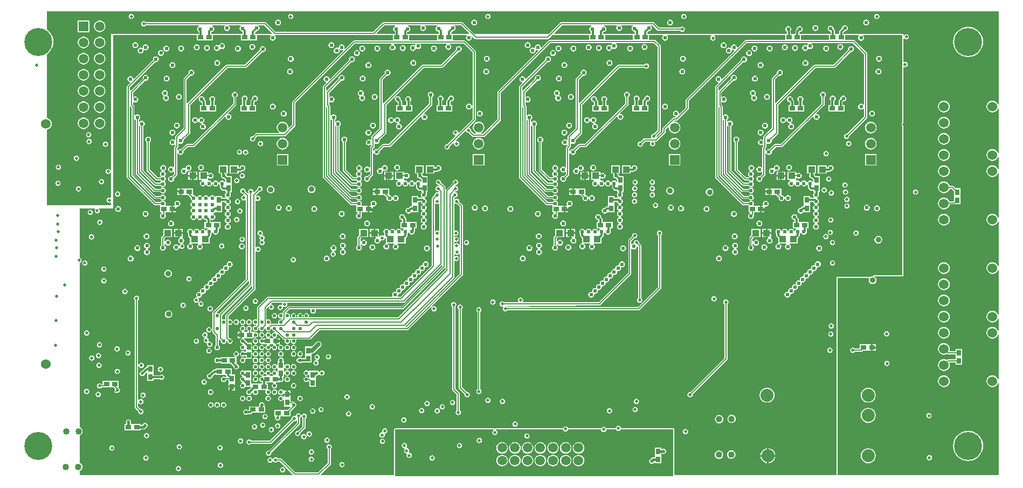
<source format=gbl>
%FSLAX24Y24*%
%MOIN*%
G70*
G01*
G75*
G04 Layer_Physical_Order=6*
G04 Layer_Color=16711680*
%ADD10R,0.0394X0.0433*%
%ADD11C,0.0197*%
%ADD12C,0.0177*%
%ADD13R,0.0433X0.0394*%
%ADD14R,0.0669X0.0177*%
%ADD15R,0.0669X0.0177*%
%ADD16R,0.0197X0.0591*%
%ADD17R,0.0630X0.0512*%
%ADD18R,0.3000X0.2900*%
%ADD19R,0.1500X0.0500*%
%ADD20R,0.0630X0.0709*%
%ADD21R,0.0866X0.0787*%
%ADD22R,0.0787X0.0866*%
%ADD23R,0.0945X0.1024*%
%ADD24R,0.0709X0.0630*%
%ADD25R,0.0748X0.0197*%
%ADD26R,0.0197X0.0748*%
%ADD27R,0.0551X0.0787*%
%ADD28R,0.1732X0.1441*%
%ADD29R,0.0827X0.0354*%
%ADD30R,0.0827X0.0354*%
%ADD31R,0.0276X0.0354*%
%ADD32R,0.0512X0.0630*%
%ADD33R,0.0807X0.0236*%
%ADD34R,0.0157X0.0846*%
%ADD35C,0.0090*%
%ADD36C,0.0070*%
%ADD37C,0.0060*%
%ADD38C,0.0160*%
%ADD39C,0.0120*%
%ADD40C,0.0100*%
%ADD41C,0.0080*%
%ADD42C,0.0300*%
%ADD43C,0.0250*%
%ADD44R,0.0591X0.0591*%
%ADD45C,0.0591*%
%ADD46C,0.0800*%
%ADD47C,0.0600*%
%ADD48C,0.1732*%
%ADD49C,0.1732*%
%ADD50C,0.0200*%
%ADD51C,0.0400*%
%ADD52C,0.0212*%
%ADD53C,0.0240*%
%ADD54C,0.0350*%
%ADD55R,0.0354X0.0276*%
%ADD56C,0.0140*%
G36*
X56559Y57622D02*
X54134D01*
X54095Y57614D01*
X54062Y57592D01*
X53624Y57154D01*
X53569Y57165D01*
X53555Y57236D01*
X53516Y57295D01*
X53456Y57335D01*
X53386Y57349D01*
X53316Y57335D01*
X53256Y57295D01*
X53216Y57236D01*
X53202Y57165D01*
X53205Y57151D01*
X53164Y57123D01*
X53141Y57138D01*
X53071Y57152D01*
X53001Y57138D01*
X52941Y57098D01*
X52901Y57039D01*
X52887Y56968D01*
X52901Y56898D01*
X52941Y56839D01*
X53001Y56799D01*
X53071Y56785D01*
X53141Y56799D01*
X53201Y56839D01*
X53240Y56898D01*
X53254Y56968D01*
X53252Y56983D01*
X53293Y57011D01*
X53316Y56996D01*
X53386Y56982D01*
X53397Y56927D01*
X50930Y54460D01*
X50908Y54427D01*
X50900Y54388D01*
Y52718D01*
X50017Y51834D01*
X49899D01*
X49890Y51883D01*
X49905Y51890D01*
X49979Y51947D01*
X50036Y52021D01*
X50072Y52107D01*
X50084Y52200D01*
X50072Y52293D01*
X50036Y52379D01*
X49979Y52453D01*
X49905Y52510D01*
X49819Y52546D01*
X49726Y52558D01*
X49633Y52546D01*
X49547Y52510D01*
X49473Y52453D01*
X49416Y52379D01*
X49380Y52293D01*
X49368Y52200D01*
X49380Y52107D01*
X49416Y52021D01*
X49473Y51947D01*
X49547Y51890D01*
X49562Y51883D01*
X49552Y51834D01*
X49432D01*
X49254Y52012D01*
X49258Y52028D01*
X49245Y52090D01*
X49210Y52143D01*
X49157Y52178D01*
X49157Y52178D01*
X49142Y52226D01*
X49521Y52605D01*
X49543Y52638D01*
X49551Y52677D01*
Y56890D01*
X49543Y56929D01*
X49521Y56962D01*
X48930Y57552D01*
X48897Y57575D01*
X48858Y57582D01*
X48137D01*
Y57602D01*
X48137D01*
Y57913D01*
X48966D01*
X48989Y57869D01*
X48956Y57820D01*
X48942Y57750D01*
X48956Y57680D01*
X48996Y57620D01*
X49056Y57580D01*
X49126Y57566D01*
X49196Y57580D01*
X49256Y57620D01*
X49296Y57680D01*
X49310Y57750D01*
X49297Y57814D01*
X49341Y57838D01*
X49475Y57703D01*
X49508Y57681D01*
X49547Y57674D01*
X53996D01*
X54035Y57681D01*
X54068Y57703D01*
X54278Y57913D01*
X56559D01*
Y57622D01*
D02*
G37*
G36*
X71402D02*
X69671D01*
Y57913D01*
X71402D01*
Y57622D01*
D02*
G37*
G36*
X44560Y58470D02*
X44556Y58470D01*
X44496Y58430D01*
X44456Y58370D01*
X44442Y58300D01*
X44456Y58230D01*
X44496Y58170D01*
X44548Y58136D01*
Y57998D01*
X44433D01*
Y57992D01*
X43438D01*
X43419Y58038D01*
X43900Y58520D01*
X44555D01*
X44560Y58470D01*
D02*
G37*
G36*
X81888Y53633D02*
X81839Y53623D01*
X81814Y53682D01*
X81757Y53757D01*
X81682Y53814D01*
X81594Y53851D01*
X81500Y53863D01*
X81406Y53851D01*
X81318Y53814D01*
X81243Y53757D01*
X81186Y53682D01*
X81149Y53594D01*
X81137Y53500D01*
X81149Y53406D01*
X81186Y53318D01*
X81243Y53243D01*
X81318Y53186D01*
X81406Y53149D01*
X81500Y53137D01*
X81594Y53149D01*
X81682Y53186D01*
X81757Y53243D01*
X81814Y53318D01*
X81839Y53377D01*
X81888Y53367D01*
Y50633D01*
X81839Y50623D01*
X81814Y50682D01*
X81757Y50757D01*
X81682Y50814D01*
X81594Y50851D01*
X81500Y50863D01*
X81406Y50851D01*
X81318Y50814D01*
X81243Y50757D01*
X81186Y50682D01*
X81149Y50594D01*
X81137Y50500D01*
X81149Y50406D01*
X81186Y50318D01*
X81243Y50243D01*
X81318Y50186D01*
X81406Y50149D01*
X81500Y50137D01*
X81594Y50149D01*
X81682Y50186D01*
X81757Y50243D01*
X81814Y50318D01*
X81839Y50377D01*
X81888Y50367D01*
Y49633D01*
X81839Y49623D01*
X81814Y49682D01*
X81757Y49757D01*
X81682Y49814D01*
X81594Y49851D01*
X81500Y49863D01*
X81406Y49851D01*
X81318Y49814D01*
X81243Y49757D01*
X81186Y49682D01*
X81149Y49594D01*
X81137Y49500D01*
X81149Y49406D01*
X81186Y49318D01*
X81243Y49243D01*
X81318Y49186D01*
X81406Y49149D01*
X81500Y49137D01*
X81594Y49149D01*
X81682Y49186D01*
X81757Y49243D01*
X81814Y49318D01*
X81839Y49377D01*
X81888Y49367D01*
Y46633D01*
X81839Y46623D01*
X81814Y46682D01*
X81757Y46757D01*
X81682Y46814D01*
X81594Y46851D01*
X81500Y46863D01*
X81406Y46851D01*
X81318Y46814D01*
X81243Y46757D01*
X81186Y46682D01*
X81149Y46594D01*
X81137Y46500D01*
X81149Y46406D01*
X81186Y46318D01*
X81243Y46243D01*
X81318Y46186D01*
X81406Y46149D01*
X81500Y46137D01*
X81594Y46149D01*
X81682Y46186D01*
X81757Y46243D01*
X81814Y46318D01*
X81839Y46377D01*
X81888Y46367D01*
Y43633D01*
X81839Y43623D01*
X81814Y43682D01*
X81757Y43757D01*
X81682Y43814D01*
X81594Y43851D01*
X81500Y43863D01*
X81406Y43851D01*
X81318Y43814D01*
X81243Y43757D01*
X81186Y43682D01*
X81149Y43594D01*
X81137Y43500D01*
X81149Y43406D01*
X81186Y43318D01*
X81243Y43243D01*
X81318Y43186D01*
X81406Y43149D01*
X81500Y43137D01*
X81594Y43149D01*
X81682Y43186D01*
X81757Y43243D01*
X81814Y43318D01*
X81839Y43377D01*
X81888Y43367D01*
Y40633D01*
X81839Y40623D01*
X81814Y40682D01*
X81757Y40757D01*
X81682Y40814D01*
X81594Y40851D01*
X81500Y40863D01*
X81406Y40851D01*
X81318Y40814D01*
X81243Y40757D01*
X81186Y40682D01*
X81149Y40594D01*
X81137Y40500D01*
X81149Y40406D01*
X81186Y40318D01*
X81243Y40243D01*
X81318Y40186D01*
X81406Y40149D01*
X81500Y40137D01*
X81594Y40149D01*
X81682Y40186D01*
X81757Y40243D01*
X81814Y40318D01*
X81839Y40377D01*
X81888Y40367D01*
Y39633D01*
X81839Y39623D01*
X81814Y39682D01*
X81757Y39757D01*
X81682Y39814D01*
X81594Y39851D01*
X81500Y39863D01*
X81406Y39851D01*
X81318Y39814D01*
X81243Y39757D01*
X81186Y39682D01*
X81149Y39594D01*
X81137Y39500D01*
X81149Y39406D01*
X81186Y39318D01*
X81243Y39243D01*
X81318Y39186D01*
X81406Y39149D01*
X81500Y39137D01*
X81594Y39149D01*
X81682Y39186D01*
X81757Y39243D01*
X81814Y39318D01*
X81839Y39377D01*
X81888Y39367D01*
Y36633D01*
X81839Y36623D01*
X81814Y36682D01*
X81757Y36757D01*
X81682Y36814D01*
X81594Y36851D01*
X81500Y36863D01*
X81406Y36851D01*
X81318Y36814D01*
X81243Y36757D01*
X81186Y36682D01*
X81149Y36594D01*
X81137Y36500D01*
X81149Y36406D01*
X81186Y36318D01*
X81243Y36243D01*
X81318Y36186D01*
X81406Y36149D01*
X81500Y36137D01*
X81594Y36149D01*
X81682Y36186D01*
X81757Y36243D01*
X81814Y36318D01*
X81839Y36377D01*
X81888Y36367D01*
Y30725D01*
X81852Y30689D01*
X71935Y30709D01*
X71935Y30709D01*
Y42888D01*
X73850Y42892D01*
X73873Y42848D01*
X73873Y42848D01*
X73855Y42756D01*
X73873Y42664D01*
X73925Y42586D01*
X74003Y42535D01*
X74094Y42516D01*
X74186Y42535D01*
X74264Y42586D01*
X74316Y42664D01*
X74334Y42756D01*
X74316Y42848D01*
X74264Y42925D01*
X74186Y42977D01*
X74186Y42978D01*
X74191Y42987D01*
X74191Y42989D01*
X74192D01*
X74201Y42992D01*
X75925D01*
X75926Y42993D01*
X76004Y42992D01*
Y55919D01*
X76043Y55951D01*
X76102Y55939D01*
X76165Y55952D01*
X76218Y55987D01*
X76253Y56040D01*
X76266Y56102D01*
X76253Y56165D01*
X76218Y56218D01*
X76165Y56253D01*
X76102Y56266D01*
X76043Y56254D01*
X76004Y56285D01*
Y57706D01*
X76052Y57721D01*
X76066Y57700D01*
X76119Y57664D01*
X76181Y57652D01*
X76244Y57664D01*
X76296Y57700D01*
X76332Y57753D01*
X76344Y57815D01*
X76332Y57877D01*
X76296Y57930D01*
X76244Y57966D01*
X76181Y57978D01*
X76119Y57966D01*
X76066Y57930D01*
X76052Y57909D01*
X76004Y57924D01*
Y57992D01*
X72389D01*
Y57998D01*
X72274D01*
Y58073D01*
X72369Y58168D01*
X72378Y58166D01*
X72448Y58180D01*
X72508Y58220D01*
X72548Y58280D01*
X72561Y58350D01*
X72548Y58420D01*
X72508Y58480D01*
X72448Y58520D01*
X72378Y58534D01*
X72308Y58520D01*
X72248Y58480D01*
X72208Y58420D01*
X72194Y58350D01*
X72196Y58341D01*
X72065Y58210D01*
X72038Y58170D01*
X72029Y58123D01*
Y57998D01*
X71914D01*
D01*
D01*
X71914Y57998D01*
X71877D01*
Y57998D01*
X71762D01*
Y58178D01*
X71753Y58225D01*
X71742Y58241D01*
X71726Y58264D01*
X71679Y58311D01*
X71681Y58320D01*
X71667Y58390D01*
X71627Y58449D01*
X71568Y58489D01*
X71498Y58503D01*
X71427Y58489D01*
X71368Y58449D01*
X71328Y58390D01*
X71314Y58320D01*
X71328Y58249D01*
X71368Y58190D01*
X71427Y58150D01*
X71498Y58136D01*
X71517Y58038D01*
Y57998D01*
X71402D01*
Y57992D01*
X69671D01*
Y57998D01*
X69594D01*
X69562Y58036D01*
X69578Y58116D01*
X69648Y58130D01*
X69708Y58170D01*
X69748Y58230D01*
X69761Y58300D01*
X69748Y58370D01*
X69708Y58430D01*
X69648Y58470D01*
X69578Y58484D01*
X69508Y58470D01*
X69448Y58430D01*
X69408Y58370D01*
X69394Y58300D01*
X69396Y58291D01*
X69347Y58242D01*
X69321Y58203D01*
X69312Y58156D01*
Y57998D01*
X69197D01*
D01*
D01*
X69197Y57998D01*
X69159D01*
Y57998D01*
X69044D01*
Y58225D01*
X69048Y58230D01*
X69061Y58300D01*
X69048Y58370D01*
X69008Y58430D01*
X68948Y58470D01*
X68878Y58484D01*
X68808Y58470D01*
X68748Y58430D01*
X68708Y58370D01*
X68694Y58300D01*
X68708Y58230D01*
X68748Y58170D01*
X68800Y58136D01*
Y57998D01*
X68685D01*
Y57992D01*
X60263D01*
Y57998D01*
X60148D01*
Y58073D01*
X60243Y58168D01*
X60252Y58166D01*
X60322Y58180D01*
X60382Y58220D01*
X60422Y58280D01*
X60436Y58350D01*
X60422Y58420D01*
X60382Y58480D01*
X60322Y58520D01*
D01*
X60322D01*
Y58520D01*
D01*
D01*
X60322Y58520D01*
X60322Y58520D01*
X60470D01*
X60774Y58215D01*
X60807Y58193D01*
X60846Y58185D01*
X62199D01*
X62207Y58172D01*
X62260Y58137D01*
X62323Y58124D01*
X62385Y58137D01*
X62438Y58172D01*
X62474Y58225D01*
X62486Y58287D01*
X62474Y58350D01*
X62438Y58403D01*
X62385Y58438D01*
X62323Y58451D01*
X62260Y58438D01*
X62207Y58403D01*
X62199Y58389D01*
X60889D01*
X60584Y58694D01*
X60551Y58716D01*
X60512Y58724D01*
X54843D01*
X54804Y58716D01*
X54770Y58694D01*
X54068Y57992D01*
X49475D01*
X48773Y58694D01*
X48740Y58716D01*
X48701Y58724D01*
X43858D01*
X43819Y58716D01*
X43786Y58694D01*
X43206Y58114D01*
X37168D01*
X36588Y58694D01*
X36555Y58716D01*
X36516Y58724D01*
X29140D01*
X29131Y58737D01*
X29078Y58773D01*
X29016Y58785D01*
X28953Y58773D01*
X28900Y58737D01*
X28865Y58684D01*
X28853Y58622D01*
X28865Y58560D01*
X28900Y58507D01*
X28953Y58471D01*
X29016Y58459D01*
X29078Y58471D01*
X29131Y58507D01*
X29140Y58520D01*
X32429D01*
X32434Y58470D01*
X32430Y58470D01*
X32370Y58430D01*
X32330Y58370D01*
X32316Y58300D01*
X32330Y58230D01*
X32370Y58170D01*
X32422Y58136D01*
Y57998D01*
X32307D01*
Y57992D01*
X27008D01*
Y57913D01*
Y49581D01*
X27007Y49578D01*
Y49569D01*
X26980Y49561D01*
X26956Y49559D01*
X26926Y49604D01*
X26873Y49639D01*
X26811Y49651D01*
X26749Y49639D01*
X26696Y49604D01*
X26660Y49551D01*
X26648Y49488D01*
X26660Y49426D01*
X26696Y49373D01*
X26749Y49337D01*
X26811Y49325D01*
X26873Y49337D01*
X26926Y49373D01*
X26956Y49418D01*
X26980Y49415D01*
X27007Y49407D01*
Y49398D01*
X27008Y49396D01*
Y47863D01*
X26982Y47850D01*
X26967Y47844D01*
X26958Y47843D01*
X26952Y47848D01*
X26890Y47860D01*
X26827Y47848D01*
X26774Y47812D01*
X26739Y47759D01*
X26727Y47697D01*
X26739Y47634D01*
X26774Y47582D01*
X26827Y47546D01*
X26890Y47534D01*
X26952Y47546D01*
X26958Y47550D01*
X26967Y47549D01*
X26982Y47544D01*
X27008Y47530D01*
X27008D01*
X27008Y47530D01*
Y47395D01*
X27007Y47393D01*
Y47382D01*
X23047D01*
X23012Y47417D01*
X23019Y52070D01*
X23066Y52076D01*
X23154Y52113D01*
X23229Y52170D01*
X23287Y52246D01*
X23323Y52333D01*
X23336Y52427D01*
X23323Y52521D01*
X23287Y52609D01*
X23229Y52684D01*
X23154Y52742D01*
X23066Y52778D01*
X23021Y52784D01*
X23027Y56734D01*
X23158Y56842D01*
X23274Y56983D01*
X23360Y57144D01*
X23413Y57318D01*
X23431Y57500D01*
X23413Y57682D01*
X23360Y57856D01*
X23274Y58017D01*
X23158Y58158D01*
X23029Y58264D01*
X23031Y59388D01*
X81888D01*
Y53633D01*
D02*
G37*
G36*
X56686Y58470D02*
X56682Y58470D01*
X56622Y58430D01*
X56582Y58370D01*
X56568Y58300D01*
X56582Y58230D01*
X56622Y58170D01*
X56674Y58136D01*
Y57998D01*
X56559D01*
Y57992D01*
X54422D01*
X54403Y58038D01*
X54885Y58520D01*
X56681D01*
X56686Y58470D01*
D02*
G37*
G36*
X75925Y52513D02*
X75893Y52464D01*
X75880Y52402D01*
X75893Y52339D01*
X75925Y52290D01*
Y43057D01*
X74201D01*
X74192Y43054D01*
X74191D01*
X74187Y43052D01*
X74176D01*
X74167Y43049D01*
X74161Y43042D01*
X74150Y43039D01*
X74148Y43036D01*
X74145Y43035D01*
X74140Y43023D01*
X74133Y43018D01*
X74128Y43009D01*
X74128Y43009D01*
D01*
D01*
X74128D01*
X74128Y43009D01*
X74115Y42991D01*
X74094Y42996D01*
X74003Y42977D01*
X73972Y42957D01*
X73861D01*
X73850Y42957D01*
X73850Y42957D01*
X71935Y42953D01*
X71935Y42953D01*
X71875Y42953D01*
Y42899D01*
X71870Y42888D01*
Y30709D01*
X71870Y30709D01*
X61872Y30704D01*
X61837Y30740D01*
Y33524D01*
X61818Y33570D01*
X61772Y33589D01*
X58529D01*
X58518Y33644D01*
X58482Y33697D01*
X58429Y33733D01*
X58367Y33745D01*
X58304Y33733D01*
X58252Y33697D01*
X58216Y33644D01*
X58205Y33589D01*
X57624D01*
X57614Y33585D01*
X57611Y33586D01*
X57576Y33639D01*
X57523Y33674D01*
X57461Y33687D01*
X57398Y33674D01*
X57345Y33639D01*
X57310Y33586D01*
X57307Y33585D01*
X57297Y33589D01*
X55258D01*
X55252Y33592D01*
X55249Y33606D01*
X55214Y33659D01*
X55161Y33694D01*
X55098Y33706D01*
X55036Y33694D01*
X54983Y33659D01*
X54948Y33606D01*
X54945Y33592D01*
X54939Y33589D01*
X50808D01*
X50793Y33582D01*
X50777Y33581D01*
X50771Y33573D01*
X50762Y33570D01*
X50756Y33555D01*
X50733Y33552D01*
X50724D01*
X50701Y33555D01*
X50701Y33555D01*
Y33555D01*
X50695Y33570D01*
X50686Y33573D01*
X50679Y33581D01*
X50664Y33582D01*
X50649Y33589D01*
X44567D01*
X44521Y33570D01*
X44502Y33524D01*
Y30697D01*
X39992Y30695D01*
X39973Y30741D01*
X40561Y31329D01*
X40582Y31361D01*
X40589Y31398D01*
Y32313D01*
X40607Y32326D01*
X40643Y32379D01*
X40655Y32441D01*
X40643Y32503D01*
X40607Y32556D01*
X40555Y32592D01*
X40492Y32604D01*
X40430Y32592D01*
X40377Y32556D01*
X40341Y32503D01*
X40329Y32441D01*
X40341Y32379D01*
X40377Y32326D01*
X40395Y32313D01*
Y31438D01*
X39802Y30845D01*
X38406D01*
X37549Y31702D01*
X37517Y31723D01*
X37480Y31731D01*
X37293D01*
X37281Y31749D01*
X37228Y31785D01*
X37165Y31797D01*
X37103Y31785D01*
X37050Y31749D01*
X37016Y31699D01*
X37001D01*
X36961Y31707D01*
X36946Y31730D01*
X36893Y31765D01*
X36831Y31777D01*
X36768Y31765D01*
X36715Y31730D01*
X36680Y31677D01*
X36668Y31614D01*
X36680Y31552D01*
X36715Y31499D01*
X36768Y31463D01*
X36831Y31451D01*
X36893Y31463D01*
X36946Y31499D01*
X36980Y31549D01*
X36995D01*
X37035Y31541D01*
X37050Y31518D01*
X37103Y31483D01*
X37165Y31471D01*
X37228Y31483D01*
X37281Y31518D01*
X37293Y31537D01*
X37440D01*
X38236Y30741D01*
X38217Y30695D01*
X25094Y30689D01*
X25059Y30724D01*
Y30960D01*
X25092Y30974D01*
X25146Y31015D01*
X25188Y31070D01*
X25214Y31133D01*
X25223Y31201D01*
X25214Y31269D01*
X25188Y31332D01*
X25146Y31386D01*
X25092Y31428D01*
X25059Y31441D01*
Y33157D01*
X25111Y33178D01*
X25166Y33220D01*
X25207Y33274D01*
X25234Y33338D01*
X25243Y33406D01*
X25234Y33473D01*
X25207Y33537D01*
X25166Y33591D01*
X25111Y33633D01*
X25059Y33654D01*
Y43821D01*
X25082Y43826D01*
X25135Y43861D01*
X25170Y43914D01*
X25183Y43976D01*
X25170Y44039D01*
X25135Y44092D01*
X25082Y44127D01*
X25059Y44132D01*
Y47199D01*
X25998D01*
X26021Y47155D01*
X25991Y47110D01*
X25979Y47047D01*
X25991Y46985D01*
X26026Y46932D01*
X26079Y46897D01*
X26142Y46884D01*
X26204Y46897D01*
X26257Y46932D01*
X26292Y46985D01*
X26305Y47047D01*
X26292Y47110D01*
X26257Y47163D01*
X26204Y47198D01*
D01*
X26204D01*
Y47198D01*
D01*
D01*
X26204Y47199D01*
X27124D01*
Y57913D01*
X32307D01*
Y57602D01*
X32781D01*
Y57602D01*
X32781D01*
X32781Y57602D01*
X32819D01*
Y57602D01*
X33293D01*
Y57913D01*
X35024D01*
Y57602D01*
X35499D01*
Y57602D01*
X35499D01*
X35499Y57602D01*
X35536D01*
Y57602D01*
X36011D01*
Y57913D01*
X36840D01*
X36863Y57869D01*
X36830Y57820D01*
X36816Y57750D01*
X36830Y57680D01*
X36870Y57620D01*
X36930Y57580D01*
X37000Y57566D01*
X37070Y57580D01*
X37130Y57620D01*
X37170Y57680D01*
X37184Y57750D01*
X37170Y57820D01*
X37130Y57880D01*
X37121Y57886D01*
X37126Y57910D01*
X43248D01*
X43266Y57913D01*
X44433D01*
Y57602D01*
D01*
Y57602D01*
X44413Y57582D01*
X42028D01*
X41989Y57575D01*
X41955Y57552D01*
X41471Y57068D01*
X41429Y57095D01*
X41443Y57165D01*
X41429Y57236D01*
X41390Y57295D01*
X41330Y57335D01*
X41260Y57349D01*
X41190Y57335D01*
X41130Y57295D01*
X41090Y57236D01*
X41076Y57165D01*
X41079Y57151D01*
X41038Y57123D01*
X41015Y57138D01*
X40945Y57152D01*
X40875Y57138D01*
X40815Y57098D01*
X40775Y57039D01*
X40761Y56968D01*
X40775Y56898D01*
X40815Y56839D01*
X40875Y56799D01*
X40945Y56785D01*
X41015Y56799D01*
X41075Y56839D01*
X41114Y56898D01*
X41128Y56968D01*
X41126Y56983D01*
X41167Y57011D01*
X41190Y56996D01*
X41260Y56982D01*
X41330Y56996D01*
X41358Y56955D01*
X38235Y53832D01*
X38213Y53799D01*
X38205Y53760D01*
Y52385D01*
X38006Y52185D01*
X37958Y52201D01*
X37946Y52293D01*
X37910Y52379D01*
X37853Y52453D01*
X37779Y52510D01*
X37693Y52546D01*
X37600Y52558D01*
X37507Y52546D01*
X37421Y52510D01*
X37347Y52453D01*
X37290Y52379D01*
X37254Y52293D01*
X37242Y52200D01*
X37254Y52107D01*
X37290Y52021D01*
X37347Y51947D01*
X37406Y51901D01*
X37390Y51854D01*
X36004D01*
X35965Y51846D01*
X35932Y51824D01*
X35764Y51656D01*
X35748Y51659D01*
X35686Y51647D01*
X35633Y51611D01*
X35597Y51558D01*
X35585Y51496D01*
X35597Y51434D01*
X35633Y51381D01*
X35686Y51345D01*
X35748Y51333D01*
X35810Y51345D01*
X35863Y51381D01*
X35899Y51434D01*
X35911Y51496D01*
X35908Y51512D01*
X36046Y51650D01*
X37717D01*
X37756Y51658D01*
X37789Y51680D01*
X38379Y52270D01*
X38401Y52304D01*
X38409Y52343D01*
Y53718D01*
X42070Y57378D01*
X44318D01*
X44333Y57331D01*
X44280Y57295D01*
X44240Y57236D01*
X44226Y57165D01*
X44240Y57095D01*
X44280Y57036D01*
X44339Y56996D01*
X44409Y56982D01*
X44480Y56996D01*
X44539Y57036D01*
X44579Y57095D01*
X44593Y57165D01*
X44579Y57236D01*
X44539Y57295D01*
X44486Y57331D01*
X44501Y57378D01*
X45804D01*
X45824Y57343D01*
X45807Y57296D01*
X45765Y57278D01*
X45740Y57296D01*
X45669Y57310D01*
X45599Y57296D01*
X45540Y57256D01*
X45500Y57196D01*
X45486Y57126D01*
X45500Y57056D01*
X45540Y56996D01*
X45599Y56956D01*
X45669Y56942D01*
X45740Y56956D01*
X45799Y56996D01*
X45839Y57056D01*
X45842Y57073D01*
X45888Y57092D01*
X45914Y57075D01*
X45984Y57061D01*
X46054Y57075D01*
X46114Y57114D01*
X46154Y57174D01*
X46168Y57244D01*
X46154Y57314D01*
X46114Y57374D01*
X46115Y57378D01*
X47734D01*
X47748Y57331D01*
X47725Y57315D01*
X47685Y57255D01*
X47671Y57185D01*
X47685Y57115D01*
X47725Y57055D01*
X47784Y57015D01*
X47854Y57002D01*
X47925Y57015D01*
X47984Y57055D01*
X48024Y57115D01*
X48038Y57185D01*
X48024Y57255D01*
X47984Y57315D01*
X47961Y57331D01*
X47975Y57378D01*
X48816D01*
X49347Y56848D01*
Y53567D01*
X49297Y53562D01*
X49296Y53570D01*
X49256Y53630D01*
X49196Y53670D01*
X49126Y53684D01*
X49056Y53670D01*
X48996Y53630D01*
X48956Y53570D01*
X48942Y53500D01*
X48956Y53430D01*
X48996Y53370D01*
X49056Y53330D01*
X49126Y53316D01*
X49196Y53330D01*
X49256Y53370D01*
X49296Y53430D01*
X49297Y53438D01*
X49347Y53433D01*
Y52719D01*
X48516Y51888D01*
X48468Y51903D01*
X48458Y51952D01*
X48422Y52005D01*
X48370Y52040D01*
X48307Y52053D01*
X48245Y52040D01*
X48192Y52005D01*
X48156Y51952D01*
X48144Y51890D01*
X48156Y51827D01*
X48192Y51774D01*
X48245Y51739D01*
X48294Y51729D01*
X48309Y51681D01*
X47791Y51164D01*
X47776Y51167D01*
X47713Y51155D01*
X47660Y51119D01*
X47625Y51066D01*
X47612Y51004D01*
X47625Y50942D01*
X47660Y50889D01*
X47713Y50853D01*
X47776Y50841D01*
X47838Y50853D01*
X47891Y50889D01*
X47926Y50942D01*
X47939Y51004D01*
X47936Y51020D01*
X48164Y51248D01*
X48208Y51224D01*
X48203Y51201D01*
X48215Y51138D01*
X48251Y51085D01*
X48304Y51050D01*
X48366Y51038D01*
X48429Y51050D01*
X48481Y51085D01*
X48517Y51138D01*
X48529Y51201D01*
X48517Y51263D01*
X48481Y51316D01*
X48429Y51351D01*
X48366Y51364D01*
X48343Y51359D01*
X48319Y51403D01*
X48896Y51980D01*
X48944Y51965D01*
X48944Y51965D01*
X48979Y51912D01*
X49032Y51877D01*
X49094Y51864D01*
X49110Y51868D01*
X49318Y51660D01*
X49351Y51638D01*
X49390Y51630D01*
X50059D01*
X50098Y51638D01*
X50131Y51660D01*
X51074Y52604D01*
X51097Y52637D01*
X51104Y52676D01*
Y54346D01*
X54176Y57418D01*
X57951D01*
X57979Y57376D01*
X57980Y57374D01*
X57941Y57314D01*
X57937Y57298D01*
X57891Y57278D01*
X57866Y57296D01*
X57795Y57310D01*
X57725Y57296D01*
X57666Y57256D01*
X57626Y57196D01*
X57612Y57126D01*
X57626Y57056D01*
X57666Y56996D01*
X57725Y56956D01*
X57795Y56942D01*
X57866Y56956D01*
X57925Y56996D01*
X57965Y57056D01*
X57968Y57073D01*
X58014Y57092D01*
X58040Y57075D01*
X58110Y57061D01*
X58180Y57075D01*
X58240Y57114D01*
X58280Y57174D01*
X58294Y57244D01*
X58280Y57314D01*
X58240Y57374D01*
X58180Y57414D01*
D01*
X58180D01*
Y57414D01*
D01*
D01*
Y57414D01*
X58180Y57414D01*
D01*
D01*
D01*
D01*
X58181Y57418D01*
X59972D01*
X59977Y57368D01*
X59977Y57368D01*
X59977D01*
X59910Y57355D01*
X59851Y57315D01*
X59811Y57255D01*
X59797Y57185D01*
X59811Y57115D01*
X59851Y57055D01*
X59910Y57015D01*
X59980Y57002D01*
X60051Y57015D01*
X60110Y57055D01*
X60150Y57115D01*
X60164Y57185D01*
X60150Y57255D01*
X60110Y57315D01*
X60051Y57355D01*
X59983Y57368D01*
X59988Y57418D01*
X60568D01*
X60784Y57202D01*
Y52030D01*
X60567Y51814D01*
X60551Y51817D01*
X60489Y51804D01*
X60436Y51769D01*
X60400Y51716D01*
X60388Y51654D01*
X60400Y51591D01*
X60406Y51583D01*
X60382Y51539D01*
X59980D01*
X59941Y51531D01*
X59908Y51509D01*
X59886Y51476D01*
X59884Y51465D01*
X59740Y51321D01*
X59724Y51325D01*
X59662Y51312D01*
X59609Y51277D01*
X59574Y51224D01*
X59561Y51161D01*
X59574Y51099D01*
X59609Y51046D01*
X59662Y51011D01*
X59724Y50998D01*
X59787Y51011D01*
X59840Y51046D01*
X59875Y51099D01*
X59888Y51161D01*
X59884Y51177D01*
X60042Y51335D01*
X60336D01*
X60360Y51291D01*
X60341Y51263D01*
X60329Y51201D01*
X60341Y51138D01*
X60377Y51085D01*
X60430Y51050D01*
X60492Y51038D01*
X60555Y51050D01*
X60607Y51085D01*
X60643Y51138D01*
X60655Y51201D01*
X60643Y51263D01*
X60607Y51316D01*
X60613Y51335D01*
X60709D01*
X60748Y51343D01*
X60781Y51365D01*
X61269Y51853D01*
X61291Y51886D01*
X61299Y51925D01*
Y52080D01*
X61450Y52231D01*
X61495Y52209D01*
X61494Y52200D01*
X61506Y52107D01*
X61542Y52021D01*
X61599Y51947D01*
X61673Y51890D01*
X61759Y51854D01*
X61852Y51842D01*
X61945Y51854D01*
X62031Y51890D01*
X62105Y51947D01*
X62162Y52021D01*
X62198Y52107D01*
X62210Y52200D01*
X62198Y52293D01*
X62162Y52379D01*
X62105Y52453D01*
X62031Y52510D01*
X61945Y52546D01*
X61852Y52558D01*
X61843Y52557D01*
X61821Y52602D01*
X61834Y52615D01*
X61968D01*
X62008Y52622D01*
X62041Y52644D01*
X62710Y53314D01*
X62732Y53347D01*
X62740Y53386D01*
Y53855D01*
X66302Y57418D01*
X70077D01*
X70105Y57376D01*
X70106Y57374D01*
X70067Y57314D01*
X70063Y57298D01*
X70017Y57278D01*
X69991Y57296D01*
X69921Y57310D01*
X69851Y57296D01*
X69791Y57256D01*
X69752Y57196D01*
X69738Y57126D01*
X69752Y57056D01*
X69791Y56996D01*
X69851Y56956D01*
X69921Y56942D01*
X69991Y56956D01*
X70051Y56996D01*
X70091Y57056D01*
X70094Y57073D01*
X70140Y57092D01*
X70166Y57075D01*
X70236Y57061D01*
X70306Y57075D01*
X70366Y57114D01*
X70406Y57174D01*
X70420Y57244D01*
X70406Y57314D01*
X70366Y57374D01*
X70306Y57414D01*
D01*
X70306D01*
Y57414D01*
D01*
D01*
Y57414D01*
X70306Y57414D01*
D01*
D01*
D01*
D01*
X70307Y57418D01*
X72098D01*
X72103Y57368D01*
X72103Y57368D01*
X72103D01*
X72036Y57355D01*
X71977Y57315D01*
X71937Y57255D01*
X71923Y57185D01*
X71937Y57115D01*
X71977Y57055D01*
X72036Y57015D01*
X72106Y57002D01*
X72177Y57015D01*
X72236Y57055D01*
X72276Y57115D01*
X72290Y57185D01*
X72276Y57255D01*
X72236Y57315D01*
X72177Y57355D01*
X72109Y57368D01*
X72114Y57418D01*
X72871D01*
X73559Y56729D01*
Y53638D01*
X73512Y53624D01*
X73508Y53630D01*
X73448Y53670D01*
X73378Y53684D01*
X73308Y53670D01*
X73248Y53630D01*
X73208Y53570D01*
X73194Y53500D01*
X73208Y53430D01*
X73248Y53370D01*
X73308Y53330D01*
X73378Y53316D01*
X73448Y53330D01*
X73508Y53370D01*
X73512Y53376D01*
X73559Y53362D01*
Y52877D01*
X72496Y51814D01*
X72480Y51817D01*
X72418Y51804D01*
X72365Y51769D01*
X72330Y51716D01*
X72317Y51654D01*
X72330Y51591D01*
X72365Y51538D01*
X72418Y51503D01*
X72480Y51490D01*
X72543Y51503D01*
X72596Y51538D01*
X72631Y51591D01*
X72643Y51654D01*
X72640Y51669D01*
X73734Y52763D01*
X73756Y52796D01*
X73763Y52835D01*
Y56772D01*
X73756Y56811D01*
X73734Y56844D01*
X72985Y57592D01*
X72952Y57614D01*
X72913Y57622D01*
X72389D01*
Y57913D01*
X73218D01*
X73241Y57869D01*
X73208Y57820D01*
X73194Y57750D01*
X73208Y57680D01*
X73248Y57620D01*
X73308Y57580D01*
X73378Y57566D01*
X73448Y57580D01*
X73508Y57620D01*
X73548Y57680D01*
X73561Y57750D01*
X73548Y57820D01*
X73508Y57880D01*
X73518Y57913D01*
X75925D01*
Y52513D01*
D02*
G37*
G36*
X61772Y30612D02*
X44567D01*
Y33524D01*
X50649D01*
X50663Y33476D01*
X50613Y33442D01*
X50578Y33389D01*
X50565Y33327D01*
X50578Y33264D01*
X50613Y33211D01*
X50666Y33176D01*
X50728Y33164D01*
X50791Y33176D01*
X50844Y33211D01*
X50879Y33264D01*
X50891Y33327D01*
X50879Y33389D01*
X50844Y33442D01*
X50793Y33476D01*
X50808Y33524D01*
X54939D01*
X54948Y33481D01*
X54983Y33428D01*
X55036Y33393D01*
X55098Y33380D01*
X55161Y33393D01*
X55214Y33428D01*
X55249Y33481D01*
X55258Y33524D01*
X57297D01*
X57310Y33461D01*
X57345Y33408D01*
X57398Y33373D01*
X57461Y33360D01*
X57523Y33373D01*
X57576Y33408D01*
X57611Y33461D01*
X57624Y33524D01*
X58215D01*
X58216Y33520D01*
X58252Y33467D01*
X58304Y33431D01*
X58367Y33419D01*
X58429Y33431D01*
X58482Y33467D01*
X58518Y33520D01*
X58518Y33524D01*
X61772D01*
Y30612D01*
D02*
G37*
G36*
X68685Y57622D02*
X66260D01*
X66221Y57614D01*
X66188Y57592D01*
X65750Y57154D01*
X65695Y57165D01*
X65681Y57236D01*
X65642Y57295D01*
X65582Y57335D01*
X65512Y57349D01*
X65442Y57335D01*
X65382Y57295D01*
X65342Y57236D01*
X65328Y57165D01*
X65331Y57151D01*
X65290Y57123D01*
X65267Y57138D01*
X65197Y57152D01*
X65127Y57138D01*
X65067Y57098D01*
X65027Y57039D01*
X65013Y56968D01*
X65027Y56898D01*
X65067Y56839D01*
X65127Y56799D01*
X65197Y56785D01*
X65267Y56799D01*
X65327Y56839D01*
X65366Y56898D01*
X65380Y56968D01*
X65377Y56983D01*
X65419Y57011D01*
X65442Y56996D01*
X65512Y56982D01*
X65523Y56927D01*
X62566Y53970D01*
X62544Y53937D01*
X62536Y53898D01*
Y53428D01*
X62168Y53060D01*
X62113Y53071D01*
X62099Y53141D01*
X62059Y53201D01*
X61999Y53240D01*
X61929Y53254D01*
X61859Y53240D01*
X61799Y53201D01*
X61760Y53141D01*
X61746Y53071D01*
X61760Y53001D01*
X61799Y52941D01*
X61859Y52901D01*
X61929Y52887D01*
X61935Y52857D01*
X61903Y52818D01*
X61791D01*
X61752Y52811D01*
X61719Y52789D01*
X61125Y52194D01*
X61103Y52161D01*
X61095Y52122D01*
Y51967D01*
X60770Y51642D01*
X60714Y51654D01*
X60711Y51669D01*
X60958Y51916D01*
X60980Y51949D01*
X60988Y51988D01*
Y57244D01*
X60980Y57283D01*
X60958Y57316D01*
X60682Y57592D01*
X60649Y57614D01*
X60610Y57622D01*
X60263D01*
Y57913D01*
X61092D01*
X61115Y57869D01*
X61082Y57820D01*
X61068Y57750D01*
X61082Y57680D01*
X61122Y57620D01*
X61182Y57580D01*
X61252Y57566D01*
X61322Y57580D01*
X61382Y57620D01*
X61422Y57680D01*
X61435Y57750D01*
X61422Y57820D01*
X61382Y57880D01*
X61392Y57913D01*
X64104D01*
X64118Y57866D01*
X64097Y57852D01*
X64062Y57799D01*
X64049Y57736D01*
X64062Y57674D01*
X64097Y57621D01*
X64150Y57586D01*
X64213Y57573D01*
X64275Y57586D01*
X64328Y57621D01*
X64363Y57674D01*
X64376Y57736D01*
X64363Y57799D01*
X64328Y57852D01*
X64307Y57866D01*
X64322Y57913D01*
X68685D01*
Y57622D01*
D02*
G37*
G36*
X59276D02*
X57545D01*
Y57913D01*
X59276D01*
Y57622D01*
D02*
G37*
G36*
X47150Y57602D02*
D01*
Y57602D01*
X47130Y57582D01*
X45419D01*
Y57602D01*
X45419D01*
Y57913D01*
X47150D01*
Y57602D01*
D02*
G37*
G36*
X59276Y58472D02*
X59242Y58449D01*
X59202Y58390D01*
X59188Y58320D01*
X59202Y58249D01*
X59242Y58190D01*
X59301Y58150D01*
X59372Y58136D01*
X59391Y58038D01*
Y57998D01*
X59276D01*
Y57992D01*
X57545D01*
Y57998D01*
X57468D01*
X57436Y58036D01*
X57452Y58116D01*
X57522Y58130D01*
X57582Y58170D01*
X57622Y58230D01*
X57635Y58300D01*
X57622Y58370D01*
X57582Y58430D01*
X57522Y58470D01*
X57452Y58484D01*
Y58485D01*
X57487Y58520D01*
X58269D01*
X58286Y58494D01*
X58296Y58476D01*
X58257Y58418D01*
X58243Y58348D01*
X58257Y58278D01*
X58297Y58218D01*
X58357Y58178D01*
X58427Y58165D01*
X58497Y58178D01*
X58557Y58218D01*
X58596Y58278D01*
X58610Y58348D01*
X58596Y58418D01*
X58557Y58478D01*
X58497Y58518D01*
D01*
X58497D01*
Y58518D01*
D01*
D01*
Y58518D01*
X58497Y58518D01*
D01*
D01*
D01*
D01*
X58497Y58520D01*
X59261D01*
X59276Y58472D01*
D02*
G37*
G36*
X47150D02*
X47116Y58449D01*
X47076Y58390D01*
X47062Y58320D01*
X47076Y58249D01*
X47116Y58190D01*
X47175Y58150D01*
X47246Y58136D01*
X47265Y58038D01*
Y57998D01*
X47150D01*
Y57992D01*
X45419D01*
Y57998D01*
X45342D01*
X45310Y58036D01*
X45326Y58116D01*
X45396Y58130D01*
X45456Y58170D01*
X45496Y58230D01*
X45510Y58300D01*
X45496Y58370D01*
X45456Y58430D01*
X45396Y58470D01*
X45326Y58484D01*
Y58485D01*
X45361Y58520D01*
X46143D01*
X46160Y58494D01*
X46170Y58476D01*
X46131Y58418D01*
X46117Y58348D01*
X46131Y58278D01*
X46171Y58218D01*
X46231Y58178D01*
X46301Y58165D01*
X46371Y58178D01*
X46431Y58218D01*
X46470Y58278D01*
X46484Y58348D01*
X46470Y58418D01*
X46431Y58478D01*
X46371Y58518D01*
D01*
X46371D01*
Y58518D01*
D01*
D01*
Y58518D01*
X46371Y58518D01*
D01*
D01*
D01*
D01*
X46371Y58520D01*
X47135D01*
X47150Y58472D01*
D02*
G37*
G36*
X49140Y58038D02*
X49121Y57992D01*
X48137D01*
Y57998D01*
X48022D01*
Y58073D01*
X48117Y58168D01*
X48126Y58166D01*
X48196Y58180D01*
X48256Y58220D01*
X48296Y58280D01*
X48310Y58350D01*
X48296Y58420D01*
X48256Y58480D01*
X48196Y58520D01*
D01*
X48196D01*
Y58520D01*
D01*
D01*
X48196Y58520D01*
X48196Y58520D01*
X48659D01*
X49140Y58038D01*
D02*
G37*
G36*
X36955D02*
X36936Y57992D01*
X36011D01*
Y57998D01*
X35896D01*
Y58073D01*
X35991Y58168D01*
X36000Y58166D01*
X36070Y58180D01*
X36130Y58220D01*
X36170Y58280D01*
X36184Y58350D01*
X36170Y58420D01*
X36130Y58480D01*
X36070Y58520D01*
D01*
X36070D01*
Y58520D01*
D01*
D01*
X36070Y58520D01*
X36070Y58520D01*
X36474D01*
X36955Y58038D01*
D02*
G37*
G36*
X35024Y58472D02*
X34990Y58449D01*
X34950Y58390D01*
X34936Y58320D01*
X34950Y58249D01*
X34990Y58190D01*
X35049Y58150D01*
X35120Y58136D01*
X35139Y58038D01*
Y57998D01*
X35024D01*
Y57992D01*
X33293D01*
Y57998D01*
X33216D01*
X33184Y58036D01*
X33200Y58116D01*
X33270Y58130D01*
X33330Y58170D01*
X33370Y58230D01*
X33384Y58300D01*
X33370Y58370D01*
X33330Y58430D01*
X33270Y58470D01*
X33266Y58470D01*
X33271Y58520D01*
X34017D01*
X34034Y58494D01*
X34044Y58476D01*
X34005Y58418D01*
X33991Y58348D01*
X34005Y58278D01*
X34045Y58218D01*
X34105Y58178D01*
X34175Y58165D01*
X34245Y58178D01*
X34305Y58218D01*
X34344Y58278D01*
X34358Y58348D01*
X34344Y58418D01*
X34305Y58478D01*
X34245Y58518D01*
D01*
X34245D01*
Y58518D01*
D01*
D01*
Y58518D01*
X34245Y58518D01*
D01*
D01*
D01*
D01*
X34245Y58520D01*
X35010D01*
X35024Y58472D01*
D02*
G37*
%LPC*%
G36*
X78500Y40863D02*
X78406Y40851D01*
X78318Y40814D01*
X78243Y40757D01*
X78186Y40682D01*
X78149Y40594D01*
X78137Y40500D01*
X78149Y40406D01*
X78186Y40318D01*
X78243Y40243D01*
X78318Y40186D01*
X78406Y40149D01*
X78500Y40137D01*
X78594Y40149D01*
X78682Y40186D01*
X78757Y40243D01*
X78814Y40318D01*
X78851Y40406D01*
X78863Y40500D01*
X78851Y40594D01*
X78814Y40682D01*
X78757Y40757D01*
X78682Y40814D01*
X78594Y40851D01*
X78500Y40863D01*
D02*
G37*
G36*
X35531Y40327D02*
X35467Y40314D01*
X35412Y40277D01*
X35375Y40222D01*
X35362Y40157D01*
X35375Y40093D01*
X35412Y40038D01*
X35467Y40001D01*
X35531Y39988D01*
X35596Y40001D01*
X35651Y40038D01*
X35688Y40093D01*
X35701Y40157D01*
X35688Y40222D01*
X35651Y40277D01*
X35596Y40314D01*
X35531Y40327D01*
D02*
G37*
G36*
X35138D02*
X35073Y40314D01*
X35018Y40277D01*
X34981Y40222D01*
X34969Y40157D01*
X34981Y40093D01*
X35018Y40038D01*
X35073Y40001D01*
X35138Y39988D01*
X35203Y40001D01*
X35257Y40038D01*
X35294Y40093D01*
X35307Y40157D01*
X35294Y40222D01*
X35257Y40277D01*
X35203Y40314D01*
X35138Y40327D01*
D02*
G37*
G36*
X30551Y40889D02*
X30459Y40871D01*
X30382Y40819D01*
X30330Y40741D01*
X30312Y40650D01*
X30330Y40558D01*
X30382Y40480D01*
X30459Y40428D01*
X30551Y40410D01*
X30643Y40428D01*
X30721Y40480D01*
X30773Y40558D01*
X30791Y40650D01*
X30773Y40741D01*
X30721Y40819D01*
X30643Y40871D01*
X30551Y40889D01*
D02*
G37*
G36*
X31457Y41364D02*
X31394Y41351D01*
X31341Y41316D01*
X31306Y41263D01*
X31294Y41201D01*
X31306Y41138D01*
X31341Y41085D01*
X31394Y41050D01*
X31457Y41038D01*
X31519Y41050D01*
X31572Y41085D01*
X31607Y41138D01*
X31620Y41201D01*
X31607Y41263D01*
X31572Y41316D01*
X31519Y41351D01*
X31457Y41364D01*
D02*
G37*
G36*
X35335Y41187D02*
X35272Y41174D01*
X35219Y41139D01*
X35184Y41086D01*
X35172Y41024D01*
X35184Y40961D01*
X35219Y40908D01*
X35272Y40873D01*
X35335Y40860D01*
X35397Y40873D01*
X35450Y40908D01*
X35485Y40961D01*
X35498Y41024D01*
X35485Y41086D01*
X35450Y41139D01*
X35397Y41174D01*
X35335Y41187D01*
D02*
G37*
G36*
X33130Y41154D02*
X33065Y41141D01*
X33010Y41104D01*
X32974Y41049D01*
X32961Y40984D01*
X32974Y40919D01*
X33010Y40865D01*
X33065Y40828D01*
X33130Y40815D01*
X33195Y40828D01*
X33250Y40865D01*
X33286Y40919D01*
X33299Y40984D01*
X33286Y41049D01*
X33250Y41104D01*
X33195Y41141D01*
X33130Y41154D01*
D02*
G37*
G36*
X34744Y40327D02*
X34679Y40314D01*
X34624Y40277D01*
X34588Y40222D01*
X34575Y40157D01*
X34588Y40093D01*
X34624Y40038D01*
X34679Y40001D01*
X34744Y39988D01*
X34809Y40001D01*
X34864Y40038D01*
X34900Y40093D01*
X34913Y40157D01*
X34900Y40222D01*
X34864Y40277D01*
X34809Y40314D01*
X34744Y40327D01*
D02*
G37*
G36*
X71535Y40084D02*
X71473Y40072D01*
X71420Y40037D01*
X71385Y39984D01*
X71372Y39921D01*
X71385Y39859D01*
X71420Y39806D01*
X71473Y39771D01*
X71535Y39758D01*
X71598Y39771D01*
X71651Y39806D01*
X71686Y39859D01*
X71699Y39921D01*
X71686Y39984D01*
X71651Y40037D01*
X71598Y40072D01*
X71535Y40084D01*
D02*
G37*
G36*
X35531Y39933D02*
X35467Y39920D01*
X35412Y39883D01*
X35375Y39829D01*
X35362Y39764D01*
X35375Y39699D01*
X35412Y39644D01*
X35454Y39616D01*
X35440Y39568D01*
X35334D01*
D01*
D01*
X35334Y39568D01*
X35296D01*
Y39568D01*
X35230D01*
X35215Y39616D01*
X35257Y39644D01*
X35294Y39699D01*
X35307Y39764D01*
X35294Y39829D01*
X35257Y39883D01*
X35203Y39920D01*
X35138Y39933D01*
X35073Y39920D01*
X35018Y39883D01*
X34981Y39829D01*
X34969Y39764D01*
X34981Y39699D01*
X35018Y39644D01*
X35061Y39616D01*
X35046Y39568D01*
X35109D01*
Y39370D01*
Y39172D01*
X35046D01*
X35061Y39124D01*
X35018Y39096D01*
X34981Y39041D01*
X34969Y38976D01*
X34981Y38912D01*
X35018Y38857D01*
X35073Y38820D01*
X35138Y38807D01*
X35149Y38809D01*
X35179Y38769D01*
X35167Y38746D01*
X35138Y38752D01*
X35073Y38739D01*
X35018Y38702D01*
X34981Y38647D01*
X34969Y38583D01*
X34981Y38518D01*
X35018Y38463D01*
X35073Y38426D01*
X35138Y38413D01*
X35203Y38426D01*
X35257Y38463D01*
X35266Y38476D01*
X35314Y38461D01*
Y38405D01*
D01*
X35314Y38405D01*
Y38405D01*
X35314D01*
X35314D01*
X35314Y38367D01*
X35314D01*
Y38311D01*
X35253D01*
X35203Y38345D01*
X35138Y38358D01*
X35073Y38345D01*
X35018Y38309D01*
X34981Y38254D01*
X34969Y38189D01*
X34981Y38124D01*
X35018Y38069D01*
X35073Y38033D01*
X35138Y38020D01*
X35203Y38033D01*
X35253Y38067D01*
X35314D01*
Y37916D01*
X35275Y37905D01*
X35275Y37905D01*
X35266Y37902D01*
X35257Y37915D01*
X35203Y37952D01*
X35138Y37965D01*
X35073Y37952D01*
X35018Y37915D01*
X34981Y37860D01*
X34969Y37795D01*
X34981Y37731D01*
X35018Y37676D01*
X35073Y37639D01*
X35138Y37626D01*
X35203Y37639D01*
X35257Y37676D01*
X35294Y37731D01*
X35307Y37795D01*
X35295Y37854D01*
X35303Y37863D01*
Y37863D01*
X35327Y37893D01*
D01*
X35710D01*
Y38167D01*
X35759Y38172D01*
X35759Y38172D01*
Y38172D01*
X35769Y38124D01*
X35806Y38069D01*
X35860Y38033D01*
X35925Y38020D01*
X35990Y38033D01*
X36045Y38069D01*
X36082Y38124D01*
X36094Y38189D01*
X36082Y38254D01*
X36045Y38309D01*
X35990Y38345D01*
X35925Y38358D01*
X35860Y38345D01*
X35806Y38309D01*
X35769Y38254D01*
X35759Y38206D01*
X35710Y38211D01*
Y38367D01*
D01*
Y38367D01*
X35710Y38367D01*
Y38405D01*
X35710D01*
Y38561D01*
X35759Y38565D01*
X35759Y38565D01*
Y38565D01*
X35769Y38518D01*
X35806Y38463D01*
X35860Y38426D01*
X35925Y38413D01*
X35990Y38426D01*
X36045Y38463D01*
X36082Y38518D01*
X36094Y38583D01*
X36082Y38647D01*
X36045Y38702D01*
X35990Y38739D01*
X35925Y38752D01*
X35860Y38739D01*
X35806Y38702D01*
X35769Y38647D01*
X35759Y38600D01*
X35710Y38605D01*
Y38879D01*
X35448D01*
X35296Y39030D01*
X35294Y39041D01*
X35257Y39096D01*
X35215Y39124D01*
X35230Y39172D01*
X35296D01*
D01*
Y39172D01*
X35296D01*
X35296Y39172D01*
X35334D01*
Y39172D01*
X35808D01*
Y39196D01*
X35852Y39219D01*
X35860Y39214D01*
X35925Y39201D01*
X35990Y39214D01*
X36045Y39250D01*
X36082Y39305D01*
X36094Y39370D01*
X36082Y39435D01*
X36045Y39490D01*
X35990Y39526D01*
X35925Y39539D01*
X35860Y39526D01*
X35852Y39521D01*
X35808Y39544D01*
Y39568D01*
X35668D01*
Y39669D01*
X35688Y39699D01*
X35701Y39764D01*
X35688Y39829D01*
X35651Y39883D01*
X35596Y39920D01*
X35531Y39933D01*
D02*
G37*
G36*
X33051Y39854D02*
X32986Y39841D01*
X32931Y39805D01*
X32895Y39750D01*
X32882Y39685D01*
X32895Y39620D01*
X32931Y39565D01*
X32986Y39529D01*
X33051Y39516D01*
X33116Y39529D01*
X33171Y39565D01*
X33208Y39620D01*
X33220Y39685D01*
X33208Y39750D01*
X33171Y39805D01*
X33116Y39841D01*
X33051Y39854D01*
D02*
G37*
G36*
X35009Y39568D02*
X34822D01*
Y39420D01*
X35009D01*
Y39568D01*
D02*
G37*
G36*
X71510Y39586D02*
X71447Y39574D01*
X71394Y39539D01*
X71359Y39486D01*
X71347Y39423D01*
X71359Y39361D01*
X71394Y39308D01*
X71447Y39273D01*
X71510Y39260D01*
X71572Y39273D01*
X71625Y39308D01*
X71661Y39361D01*
X71673Y39423D01*
X71661Y39486D01*
X71625Y39539D01*
X71572Y39574D01*
X71510Y39586D01*
D02*
G37*
G36*
X74961Y39592D02*
X74898Y39580D01*
X74845Y39544D01*
X74810Y39492D01*
X74797Y39429D01*
X74810Y39367D01*
X74845Y39314D01*
X74898Y39278D01*
X74961Y39266D01*
X75023Y39278D01*
X75076Y39314D01*
X75111Y39367D01*
X75124Y39429D01*
X75111Y39492D01*
X75076Y39544D01*
X75023Y39580D01*
X74961Y39592D01*
D02*
G37*
G36*
X25492Y39651D02*
X25430Y39639D01*
X25377Y39604D01*
X25341Y39551D01*
X25329Y39488D01*
X25341Y39426D01*
X25377Y39373D01*
X25430Y39337D01*
X25492Y39325D01*
X25555Y39337D01*
X25607Y39373D01*
X25643Y39426D01*
X25655Y39488D01*
X25643Y39551D01*
X25607Y39604D01*
X25555Y39639D01*
X25492Y39651D01*
D02*
G37*
G36*
X27854Y42210D02*
X27792Y42198D01*
X27739Y42163D01*
X27704Y42110D01*
X27691Y42047D01*
X27704Y41985D01*
X27739Y41932D01*
X27792Y41897D01*
X27854Y41884D01*
X27917Y41897D01*
X27970Y41932D01*
X28005Y41985D01*
X28017Y42047D01*
X28005Y42110D01*
X27970Y42163D01*
X27917Y42198D01*
X27854Y42210D01*
D02*
G37*
G36*
X64291Y41758D02*
X64229Y41745D01*
X64176Y41710D01*
X64141Y41657D01*
X64128Y41594D01*
X64141Y41532D01*
X64176Y41479D01*
X64229Y41444D01*
X64291Y41431D01*
X64354Y41444D01*
X64407Y41479D01*
X64442Y41532D01*
X64454Y41594D01*
X64442Y41657D01*
X64407Y41710D01*
X64354Y41745D01*
X64291Y41758D01*
D02*
G37*
G36*
X35925Y41620D02*
X35863Y41607D01*
X35810Y41572D01*
X35774Y41519D01*
X35762Y41457D01*
X35774Y41394D01*
X35810Y41341D01*
X35863Y41306D01*
X35925Y41294D01*
X35988Y41306D01*
X36041Y41341D01*
X36076Y41394D01*
X36088Y41457D01*
X36076Y41519D01*
X36041Y41572D01*
X35988Y41607D01*
X35925Y41620D01*
D02*
G37*
G36*
X78500Y42863D02*
X78406Y42851D01*
X78318Y42814D01*
X78243Y42757D01*
X78186Y42682D01*
X78149Y42594D01*
X78137Y42500D01*
X78149Y42406D01*
X78186Y42318D01*
X78243Y42243D01*
X78318Y42186D01*
X78406Y42149D01*
X78500Y42137D01*
X78594Y42149D01*
X78682Y42186D01*
X78757Y42243D01*
X78814Y42318D01*
X78851Y42406D01*
X78863Y42500D01*
X78851Y42594D01*
X78814Y42682D01*
X78757Y42757D01*
X78682Y42814D01*
X78594Y42851D01*
X78500Y42863D01*
D02*
G37*
G36*
X30531Y43409D02*
X30440Y43391D01*
X30362Y43339D01*
X30310Y43261D01*
X30292Y43169D01*
X30310Y43078D01*
X30362Y43000D01*
X30440Y42948D01*
X30531Y42930D01*
X30623Y42948D01*
X30701Y43000D01*
X30753Y43078D01*
X30771Y43169D01*
X30753Y43261D01*
X30701Y43339D01*
X30623Y43391D01*
X30531Y43409D01*
D02*
G37*
G36*
X31811Y42998D02*
X31749Y42985D01*
X31696Y42950D01*
X31660Y42897D01*
X31648Y42835D01*
X31660Y42772D01*
X31696Y42719D01*
X31749Y42684D01*
X31811Y42672D01*
X31873Y42684D01*
X31926Y42719D01*
X31962Y42772D01*
X31974Y42835D01*
X31962Y42897D01*
X31926Y42950D01*
X31873Y42985D01*
X31811Y42998D01*
D02*
G37*
G36*
X26555Y42880D02*
X26493Y42867D01*
X26440Y42832D01*
X26404Y42779D01*
X26392Y42717D01*
X26404Y42654D01*
X26440Y42601D01*
X26493Y42566D01*
X26555Y42553D01*
X26618Y42566D01*
X26670Y42601D01*
X26706Y42654D01*
X26718Y42717D01*
X26706Y42779D01*
X26670Y42832D01*
X26618Y42867D01*
X26555Y42880D01*
D02*
G37*
G36*
X78500Y43863D02*
X78406Y43851D01*
X78318Y43814D01*
X78243Y43757D01*
X78186Y43682D01*
X78149Y43594D01*
X78137Y43500D01*
X78149Y43406D01*
X78186Y43318D01*
X78243Y43243D01*
X78318Y43186D01*
X78406Y43149D01*
X78500Y43137D01*
X78594Y43149D01*
X78682Y43186D01*
X78757Y43243D01*
X78814Y43318D01*
X78851Y43406D01*
X78863Y43500D01*
X78851Y43594D01*
X78814Y43682D01*
X78757Y43757D01*
X78682Y43814D01*
X78594Y43851D01*
X78500Y43863D01*
D02*
G37*
G36*
Y41863D02*
X78406Y41851D01*
X78318Y41814D01*
X78243Y41757D01*
X78186Y41682D01*
X78149Y41594D01*
X78137Y41500D01*
X78149Y41406D01*
X78186Y41318D01*
X78243Y41243D01*
X78318Y41186D01*
X78406Y41149D01*
X78500Y41137D01*
X78594Y41149D01*
X78682Y41186D01*
X78757Y41243D01*
X78814Y41318D01*
X78851Y41406D01*
X78863Y41500D01*
X78851Y41594D01*
X78814Y41682D01*
X78757Y41757D01*
X78682Y41814D01*
X78594Y41851D01*
X78500Y41863D01*
D02*
G37*
G36*
X70709Y43924D02*
X70638Y43910D01*
X70579Y43870D01*
X70539Y43810D01*
X70525Y43740D01*
X70529Y43719D01*
X70494Y43683D01*
X70472Y43687D01*
X70402Y43673D01*
X70343Y43634D01*
X70303Y43574D01*
X70289Y43504D01*
X70293Y43482D01*
X70258Y43447D01*
X70236Y43451D01*
X70166Y43437D01*
X70106Y43397D01*
X70067Y43338D01*
X70053Y43268D01*
X70057Y43246D01*
X70022Y43211D01*
X70000Y43215D01*
X69930Y43201D01*
X69870Y43161D01*
X69830Y43102D01*
X69816Y43032D01*
X69821Y43010D01*
X69785Y42975D01*
X69764Y42979D01*
X69694Y42965D01*
X69634Y42925D01*
X69594Y42866D01*
X69580Y42795D01*
X69585Y42774D01*
X69549Y42738D01*
X69528Y42743D01*
X69457Y42729D01*
X69398Y42689D01*
X69358Y42629D01*
X69344Y42559D01*
X69348Y42537D01*
X69313Y42502D01*
X69291Y42506D01*
X69221Y42492D01*
X69162Y42453D01*
X69122Y42393D01*
X69108Y42323D01*
X69112Y42301D01*
X69077Y42266D01*
X69055Y42270D01*
X68985Y42256D01*
X68925Y42216D01*
X68886Y42157D01*
X68872Y42087D01*
X68876Y42065D01*
X68841Y42030D01*
X68819Y42034D01*
X68749Y42020D01*
X68689Y41980D01*
X68649Y41921D01*
X68635Y41850D01*
X68649Y41780D01*
X68689Y41721D01*
X68749Y41681D01*
X68819Y41667D01*
X68889Y41681D01*
X68949Y41721D01*
X68988Y41780D01*
X69002Y41850D01*
X68998Y41872D01*
X69033Y41907D01*
X69055Y41903D01*
X69125Y41917D01*
X69185Y41957D01*
X69225Y42016D01*
X69239Y42087D01*
X69234Y42108D01*
X69270Y42144D01*
X69291Y42139D01*
X69362Y42153D01*
X69421Y42193D01*
X69461Y42253D01*
X69475Y42323D01*
X69471Y42344D01*
X69506Y42380D01*
X69528Y42376D01*
X69598Y42389D01*
X69657Y42429D01*
X69697Y42489D01*
X69711Y42559D01*
X69707Y42581D01*
X69742Y42616D01*
X69764Y42612D01*
X69834Y42626D01*
X69894Y42666D01*
X69933Y42725D01*
X69947Y42795D01*
X69943Y42817D01*
X69978Y42852D01*
X70000Y42848D01*
X70070Y42862D01*
X70130Y42902D01*
X70170Y42961D01*
X70184Y43032D01*
X70179Y43053D01*
X70215Y43088D01*
X70236Y43084D01*
X70306Y43098D01*
X70366Y43138D01*
X70406Y43197D01*
X70420Y43268D01*
X70415Y43289D01*
X70451Y43325D01*
X70472Y43320D01*
X70543Y43334D01*
X70602Y43374D01*
X70642Y43434D01*
X70656Y43504D01*
X70652Y43526D01*
X70687Y43561D01*
X70709Y43557D01*
X70779Y43571D01*
X70838Y43610D01*
X70878Y43670D01*
X70892Y43740D01*
X70878Y43810D01*
X70838Y43870D01*
X70779Y43910D01*
X70709Y43924D01*
D02*
G37*
G36*
X32559Y41443D02*
X32497Y41430D01*
X32444Y41395D01*
X32408Y41342D01*
X32396Y41280D01*
X32408Y41217D01*
X32444Y41164D01*
X32497Y41129D01*
X32559Y41116D01*
X32621Y41129D01*
X32674Y41164D01*
X32710Y41217D01*
X32722Y41280D01*
X32710Y41342D01*
X32674Y41395D01*
X32621Y41430D01*
X32559Y41443D01*
D02*
G37*
G36*
X50610Y41561D02*
X50548Y41548D01*
X50495Y41513D01*
X50460Y41460D01*
X50447Y41398D01*
X50460Y41335D01*
X50495Y41282D01*
X50548Y41247D01*
X50610Y41234D01*
X50673Y41247D01*
X50726Y41282D01*
X50761Y41335D01*
X50773Y41398D01*
X50761Y41460D01*
X50726Y41513D01*
X50673Y41548D01*
X50610Y41561D01*
D02*
G37*
G36*
X26555Y43608D02*
X26493Y43596D01*
X26440Y43560D01*
X26404Y43507D01*
X26392Y43445D01*
X26404Y43382D01*
X26440Y43330D01*
X26493Y43294D01*
X26555Y43282D01*
X26618Y43294D01*
X26670Y43330D01*
X26706Y43382D01*
X26718Y43445D01*
X26706Y43507D01*
X26670Y43560D01*
X26618Y43596D01*
X26555Y43608D01*
D02*
G37*
G36*
X25374Y43982D02*
X25312Y43970D01*
X25259Y43934D01*
X25223Y43881D01*
X25211Y43819D01*
X25223Y43756D01*
X25259Y43704D01*
X25312Y43668D01*
X25374Y43656D01*
X25436Y43668D01*
X25489Y43704D01*
X25525Y43756D01*
X25537Y43819D01*
X25525Y43881D01*
X25489Y43934D01*
X25436Y43970D01*
X25374Y43982D01*
D02*
G37*
G36*
X71614D02*
X71552Y43970D01*
X71499Y43934D01*
X71463Y43881D01*
X71451Y43819D01*
X71463Y43756D01*
X71499Y43704D01*
X71552Y43668D01*
X71614Y43656D01*
X71677Y43668D01*
X71730Y43704D01*
X71765Y43756D01*
X71777Y43819D01*
X71765Y43881D01*
X71730Y43934D01*
X71677Y43970D01*
X71614Y43982D01*
D02*
G37*
G36*
X78500Y38863D02*
X78406Y38851D01*
X78318Y38814D01*
X78243Y38757D01*
X78186Y38682D01*
X78149Y38594D01*
X78137Y38500D01*
X78149Y38406D01*
X78186Y38318D01*
X78243Y38243D01*
X78318Y38186D01*
X78406Y38149D01*
X78500Y38137D01*
X78594Y38149D01*
X78682Y38186D01*
X78696Y38196D01*
X78723Y38178D01*
X78760Y38170D01*
X79231D01*
Y38030D01*
D01*
X79231Y38030D01*
Y38030D01*
X79231D01*
X79231D01*
X79231Y37992D01*
X79231D01*
Y37852D01*
X78755D01*
X78718Y37845D01*
X78687Y37824D01*
X78679Y37816D01*
X78594Y37851D01*
X78500Y37863D01*
X78406Y37851D01*
X78318Y37814D01*
X78243Y37757D01*
X78186Y37682D01*
X78149Y37594D01*
X78137Y37500D01*
X78149Y37406D01*
X78186Y37318D01*
X78243Y37243D01*
X78318Y37186D01*
X78406Y37149D01*
X78500Y37137D01*
X78594Y37149D01*
X78682Y37186D01*
X78757Y37243D01*
X78814Y37318D01*
X78851Y37406D01*
X78863Y37500D01*
X78851Y37594D01*
X78841Y37617D01*
X78869Y37658D01*
X79231D01*
Y37518D01*
X79627D01*
Y37992D01*
D01*
Y37992D01*
X79627Y37992D01*
Y38030D01*
X79627D01*
Y38504D01*
X79231D01*
Y38364D01*
X78878D01*
X78851Y38406D01*
X78851Y38406D01*
X78863Y38500D01*
X78851Y38594D01*
X78814Y38682D01*
X78757Y38757D01*
X78682Y38814D01*
X78594Y38851D01*
X78500Y38863D01*
D02*
G37*
G36*
X38287Y38358D02*
X38223Y38345D01*
X38168Y38309D01*
X38131Y38254D01*
X38118Y38189D01*
X38131Y38124D01*
X38168Y38069D01*
X38223Y38033D01*
X38287Y38020D01*
X38352Y38033D01*
X38407Y38069D01*
X38444Y38124D01*
X38457Y38189D01*
X38444Y38254D01*
X38407Y38309D01*
X38352Y38345D01*
X38287Y38358D01*
D02*
G37*
G36*
X38681Y38358D02*
X38616Y38345D01*
X38561Y38309D01*
X38525Y38254D01*
X38512Y38189D01*
X38525Y38124D01*
X38561Y38069D01*
X38616Y38033D01*
X38681Y38020D01*
X38746Y38033D01*
X38801Y38069D01*
X38837Y38124D01*
X38850Y38189D01*
X38837Y38254D01*
X38801Y38309D01*
X38746Y38345D01*
X38681Y38358D01*
D02*
G37*
G36*
X28041Y38421D02*
X27979Y38409D01*
X27926Y38373D01*
X27891Y38320D01*
X27878Y38258D01*
X27891Y38195D01*
X27926Y38143D01*
X27979Y38107D01*
X28041Y38095D01*
X28104Y38107D01*
X28157Y38143D01*
X28192Y38195D01*
X28204Y38258D01*
X28192Y38320D01*
X28157Y38373D01*
X28104Y38409D01*
X28041Y38421D01*
D02*
G37*
G36*
X27362Y38667D02*
X27300Y38655D01*
X27247Y38619D01*
X27211Y38566D01*
X27199Y38504D01*
X27211Y38442D01*
X27247Y38389D01*
X27300Y38353D01*
X27362Y38341D01*
X27425Y38353D01*
X27478Y38389D01*
X27513Y38442D01*
X27525Y38504D01*
X27513Y38566D01*
X27478Y38619D01*
X27425Y38655D01*
X27362Y38667D01*
D02*
G37*
G36*
X71459Y38586D02*
X71396Y38574D01*
X71343Y38539D01*
X71308Y38486D01*
X71296Y38423D01*
X71308Y38361D01*
X71343Y38308D01*
X71396Y38273D01*
X71459Y38260D01*
X71521Y38273D01*
X71574Y38308D01*
X71609Y38361D01*
X71622Y38423D01*
X71609Y38486D01*
X71574Y38539D01*
X71521Y38574D01*
X71459Y38586D01*
D02*
G37*
G36*
X33051Y38555D02*
X32986Y38542D01*
X32931Y38506D01*
X32895Y38451D01*
X32882Y38386D01*
X32895Y38321D01*
X32931Y38266D01*
X32986Y38229D01*
X33051Y38217D01*
X33116Y38229D01*
X33171Y38266D01*
X33208Y38321D01*
X33220Y38386D01*
X33208Y38451D01*
X33171Y38506D01*
X33116Y38542D01*
X33051Y38555D01*
D02*
G37*
G36*
X37500Y38358D02*
X37435Y38345D01*
X37380Y38309D01*
X37344Y38254D01*
X37331Y38189D01*
X37344Y38124D01*
X37380Y38069D01*
X37435Y38033D01*
X37500Y38020D01*
X37565Y38033D01*
X37620Y38069D01*
X37656Y38124D01*
X37669Y38189D01*
X37656Y38254D01*
X37620Y38309D01*
X37565Y38345D01*
X37500Y38358D01*
D02*
G37*
G36*
X40433Y38175D02*
X40371Y38163D01*
X40318Y38127D01*
X40282Y38074D01*
X40270Y38012D01*
X40282Y37949D01*
X40318Y37896D01*
X40371Y37861D01*
X40433Y37849D01*
X40496Y37861D01*
X40548Y37896D01*
X40584Y37949D01*
X40596Y38012D01*
X40584Y38074D01*
X40548Y38127D01*
X40496Y38163D01*
X40433Y38175D01*
D02*
G37*
G36*
X25807Y38096D02*
X25745Y38084D01*
X25692Y38048D01*
X25656Y37996D01*
X25644Y37933D01*
X25656Y37871D01*
X25692Y37818D01*
X25745Y37782D01*
X25807Y37770D01*
X25870Y37782D01*
X25922Y37818D01*
X25958Y37871D01*
X25970Y37933D01*
X25958Y37996D01*
X25922Y38048D01*
X25870Y38084D01*
X25807Y38096D01*
D02*
G37*
G36*
X36713Y37965D02*
X36648Y37952D01*
X36593Y37915D01*
X36556Y37860D01*
X36543Y37795D01*
X36556Y37731D01*
X36593Y37676D01*
X36648Y37639D01*
X36713Y37626D01*
X36777Y37639D01*
X36832Y37676D01*
X36869Y37731D01*
X36882Y37795D01*
X36869Y37860D01*
X36832Y37915D01*
X36777Y37952D01*
X36713Y37965D01*
D02*
G37*
G36*
X26220Y38254D02*
X26158Y38241D01*
X26105Y38206D01*
X26070Y38153D01*
X26057Y38091D01*
X26070Y38028D01*
X26105Y37975D01*
X26158Y37940D01*
X26220Y37927D01*
X26283Y37940D01*
X26336Y37975D01*
X26371Y38028D01*
X26384Y38091D01*
X26371Y38153D01*
X26336Y38206D01*
X26283Y38241D01*
X26220Y38254D01*
D02*
G37*
G36*
X36713Y38358D02*
X36648Y38345D01*
X36593Y38309D01*
X36556Y38254D01*
X36543Y38189D01*
X36556Y38124D01*
X36593Y38069D01*
X36648Y38033D01*
X36713Y38020D01*
X36777Y38033D01*
X36832Y38069D01*
X36869Y38124D01*
X36882Y38189D01*
X36869Y38254D01*
X36832Y38309D01*
X36777Y38345D01*
X36713Y38358D01*
D02*
G37*
G36*
X36319D02*
X36254Y38345D01*
X36199Y38309D01*
X36163Y38254D01*
X36150Y38189D01*
X36163Y38124D01*
X36199Y38069D01*
X36254Y38033D01*
X36319Y38020D01*
X36384Y38033D01*
X36439Y38069D01*
X36475Y38124D01*
X36488Y38189D01*
X36475Y38254D01*
X36439Y38309D01*
X36384Y38345D01*
X36319Y38358D01*
D02*
G37*
G36*
X34744D02*
X34679Y38345D01*
X34624Y38309D01*
X34588Y38254D01*
X34575Y38189D01*
X34588Y38124D01*
X34624Y38069D01*
X34667Y38041D01*
X34652Y37993D01*
X34271D01*
D01*
D01*
X34271Y37993D01*
X34233D01*
Y37993D01*
X33759D01*
Y37918D01*
X33679D01*
X33628Y37952D01*
X33563Y37965D01*
X33498Y37952D01*
X33443Y37915D01*
X33407Y37860D01*
X33394Y37795D01*
X33407Y37731D01*
X33443Y37676D01*
X33498Y37639D01*
X33563Y37626D01*
X33628Y37639D01*
X33679Y37673D01*
X33759D01*
Y37597D01*
X34233D01*
D01*
Y37597D01*
X34233D01*
X34233Y37597D01*
X34271D01*
Y37597D01*
X34404D01*
X34421Y37571D01*
X34577Y37415D01*
X34575Y37402D01*
X34588Y37337D01*
X34624Y37282D01*
X34679Y37245D01*
X34744Y37232D01*
X34809Y37245D01*
X34864Y37282D01*
X34900Y37337D01*
X34913Y37402D01*
X34900Y37466D01*
X34864Y37521D01*
X34809Y37558D01*
X34773Y37565D01*
X34744Y37595D01*
X34745Y37597D01*
X34745Y37597D01*
Y37597D01*
Y37597D01*
X34745D01*
D01*
Y37993D01*
X34744D01*
Y38020D01*
X34809Y38033D01*
X34864Y38069D01*
X34900Y38124D01*
X34913Y38189D01*
X34900Y38254D01*
X34864Y38309D01*
X34809Y38345D01*
X34744Y38358D01*
D02*
G37*
G36*
X74293Y38533D02*
X74106D01*
Y38385D01*
X74293D01*
Y38533D01*
D02*
G37*
G36*
X32264Y39140D02*
X32201Y39127D01*
X32148Y39092D01*
X32113Y39039D01*
X32101Y38976D01*
X32113Y38914D01*
X32148Y38861D01*
X32201Y38826D01*
X32264Y38813D01*
X32326Y38826D01*
X32379Y38861D01*
X32415Y38914D01*
X32427Y38976D01*
X32415Y39039D01*
X32379Y39092D01*
X32326Y39127D01*
X32264Y39140D01*
D02*
G37*
G36*
X35925Y39146D02*
X35860Y39133D01*
X35806Y39096D01*
X35769Y39041D01*
X35756Y38976D01*
X35769Y38912D01*
X35806Y38857D01*
X35860Y38820D01*
X35925Y38807D01*
X35990Y38820D01*
X36045Y38857D01*
X36082Y38912D01*
X36094Y38976D01*
X36082Y39041D01*
X36045Y39096D01*
X35990Y39133D01*
X35925Y39146D01*
D02*
G37*
G36*
X39823Y38968D02*
X39751Y38954D01*
X39689Y38913D01*
X39413Y38637D01*
X39398Y38643D01*
Y38643D01*
X39002D01*
Y38169D01*
D01*
X39002Y38169D01*
Y38169D01*
X39002D01*
X39002D01*
X39002Y38131D01*
X39002D01*
Y37918D01*
X38797D01*
X38746Y37952D01*
X38681Y37965D01*
X38616Y37952D01*
X38561Y37915D01*
X38560Y37913D01*
X38536Y37908D01*
X38496Y37882D01*
X38469Y37842D01*
X38460Y37795D01*
X38469Y37748D01*
X38496Y37709D01*
X38536Y37682D01*
X38560Y37677D01*
X38561Y37676D01*
X38616Y37639D01*
X38681Y37626D01*
X38746Y37639D01*
X38797Y37673D01*
X39002D01*
Y37657D01*
X39398D01*
Y38131D01*
D01*
Y38131D01*
X39398Y38131D01*
Y38169D01*
D01*
X39398Y38197D01*
X39429D01*
X39501Y38212D01*
X39563Y38252D01*
X39956Y38646D01*
X39997Y38707D01*
X40011Y38780D01*
X39997Y38852D01*
X39956Y38913D01*
X39895Y38954D01*
X39823Y38968D01*
D02*
G37*
G36*
X37422Y39174D02*
X37235D01*
Y39026D01*
X37422D01*
Y39174D01*
D02*
G37*
G36*
X36319Y39539D02*
X36254Y39526D01*
X36199Y39490D01*
X36163Y39435D01*
X36150Y39370D01*
X36163Y39305D01*
X36199Y39250D01*
X36254Y39214D01*
X36319Y39201D01*
X36384Y39214D01*
X36439Y39250D01*
X36475Y39305D01*
X36488Y39370D01*
X36475Y39435D01*
X36439Y39490D01*
X36384Y39526D01*
X36319Y39539D01*
D02*
G37*
G36*
X35009Y39320D02*
X34822D01*
Y39172D01*
X35009D01*
Y39320D01*
D02*
G37*
G36*
X78500Y39863D02*
X78406Y39851D01*
X78318Y39814D01*
X78243Y39757D01*
X78186Y39682D01*
X78149Y39594D01*
X78137Y39500D01*
X78149Y39406D01*
X78186Y39318D01*
X78243Y39243D01*
X78318Y39186D01*
X78406Y39149D01*
X78500Y39137D01*
X78594Y39149D01*
X78682Y39186D01*
X78757Y39243D01*
X78814Y39318D01*
X78851Y39406D01*
X78863Y39500D01*
X78851Y39594D01*
X78814Y39682D01*
X78757Y39757D01*
X78682Y39814D01*
X78594Y39851D01*
X78500Y39863D01*
D02*
G37*
G36*
X74293Y38780D02*
X74106D01*
Y38633D01*
X74293D01*
Y38780D01*
D02*
G37*
G36*
X38287Y38752D02*
X38223Y38739D01*
X38168Y38702D01*
X38131Y38647D01*
X38118Y38583D01*
X38131Y38518D01*
X38168Y38463D01*
X38223Y38426D01*
X38287Y38413D01*
X38352Y38426D01*
X38407Y38463D01*
X38444Y38518D01*
X38457Y38583D01*
X38444Y38647D01*
X38407Y38702D01*
X38352Y38739D01*
X38287Y38752D01*
D02*
G37*
G36*
X37894D02*
X37829Y38739D01*
X37774Y38702D01*
X37737Y38647D01*
X37724Y38583D01*
X37737Y38518D01*
X37774Y38463D01*
X37829Y38426D01*
X37894Y38413D01*
X37958Y38426D01*
X38013Y38463D01*
X38050Y38518D01*
X38063Y38583D01*
X38050Y38647D01*
X38013Y38702D01*
X37958Y38739D01*
X37894Y38752D01*
D02*
G37*
G36*
X37422Y38926D02*
X37235D01*
Y38779D01*
X37408D01*
X37409Y38775D01*
D01*
X37422Y38735D01*
Y38735D01*
X37422Y38733D01*
Y38733D01*
X37423Y38731D01*
X37380Y38702D01*
X37344Y38647D01*
X37331Y38583D01*
X37344Y38518D01*
X37380Y38463D01*
X37435Y38426D01*
X37500Y38413D01*
X37565Y38426D01*
X37620Y38463D01*
X37656Y38518D01*
X37669Y38583D01*
X37656Y38647D01*
X37620Y38702D01*
X37565Y38739D01*
X37500Y38752D01*
X37435Y38739D01*
X37422Y38779D01*
Y38779D01*
D01*
X37422D01*
D01*
D01*
Y38783D01*
X37422D01*
Y38926D01*
D02*
G37*
G36*
X36319Y38752D02*
X36254Y38739D01*
X36199Y38702D01*
X36163Y38647D01*
X36150Y38583D01*
X36163Y38518D01*
X36199Y38463D01*
X36254Y38426D01*
X36319Y38413D01*
X36384Y38426D01*
X36439Y38463D01*
X36475Y38518D01*
X36488Y38583D01*
X36475Y38647D01*
X36439Y38702D01*
X36384Y38739D01*
X36319Y38752D01*
D02*
G37*
G36*
X32795Y39533D02*
X32733Y39521D01*
X32680Y39485D01*
X32645Y39433D01*
X32632Y39370D01*
X32645Y39308D01*
X32680Y39255D01*
X32733Y39219D01*
X32768Y39212D01*
X32778Y39163D01*
X32759Y39151D01*
X32723Y39098D01*
X32711Y39035D01*
X32723Y38973D01*
X32759Y38920D01*
X32812Y38885D01*
X32874Y38872D01*
X32888Y38875D01*
X32925Y38850D01*
X32934Y38842D01*
X32921Y38780D01*
X32934Y38715D01*
X32971Y38660D01*
X33026Y38623D01*
X33091Y38610D01*
X33155Y38623D01*
X33210Y38660D01*
X33247Y38715D01*
X33260Y38780D01*
X33247Y38844D01*
X33210Y38899D01*
X33155Y38936D01*
X33091Y38949D01*
X33068Y38944D01*
X33044Y38960D01*
X33026Y38978D01*
X33037Y39035D01*
X33025Y39098D01*
X32989Y39151D01*
X32936Y39186D01*
X32902Y39193D01*
X32892Y39242D01*
X32911Y39255D01*
X32946Y39308D01*
X32958Y39370D01*
X32946Y39433D01*
X32911Y39485D01*
X32858Y39521D01*
X32795Y39533D01*
D02*
G37*
G36*
X26280Y38923D02*
X26217Y38911D01*
X26164Y38875D01*
X26129Y38822D01*
X26116Y38760D01*
X26129Y38697D01*
X26164Y38644D01*
X26217Y38609D01*
X26280Y38597D01*
X26342Y38609D01*
X26395Y38644D01*
X26430Y38697D01*
X26443Y38760D01*
X26430Y38822D01*
X26395Y38875D01*
X26342Y38911D01*
X26280Y38923D01*
D02*
G37*
G36*
X73819Y38780D02*
X73789Y38780D01*
X73781D01*
Y38780D01*
X73781D01*
X73781D01*
X73307D01*
Y38520D01*
X73000D01*
X72987Y38539D01*
X72934Y38574D01*
X72872Y38586D01*
X72810Y38574D01*
X72757Y38539D01*
X72721Y38486D01*
X72709Y38423D01*
X72721Y38361D01*
X72757Y38308D01*
X72810Y38273D01*
X72872Y38260D01*
X72934Y38273D01*
X72987Y38308D01*
X73000Y38326D01*
X73384D01*
X73422Y38334D01*
X73453Y38355D01*
X73483Y38385D01*
X73781D01*
D01*
Y38385D01*
X73781D01*
X73781Y38385D01*
X73819D01*
Y38385D01*
X74006D01*
Y38583D01*
Y38780D01*
X73819D01*
Y38780D01*
D02*
G37*
G36*
X60925Y45832D02*
X60863Y45820D01*
X60810Y45785D01*
X60774Y45732D01*
X60762Y45669D01*
X60774Y45607D01*
X60810Y45554D01*
X60828Y45542D01*
Y42324D01*
X59586Y41081D01*
X51506D01*
X51493Y41100D01*
X51441Y41135D01*
X51441Y41136D01*
X57185Y41183D01*
X57185D01*
X57222Y41190D01*
X57254Y41211D01*
X59143Y43101D01*
X59164Y43132D01*
X59172Y43169D01*
Y44679D01*
X59216Y44703D01*
X59260Y44673D01*
X59331Y44659D01*
X59401Y44673D01*
X59460Y44713D01*
X59500Y44772D01*
X59514Y44843D01*
X59513Y44849D01*
X59545Y44867D01*
X59588Y44841D01*
Y41643D01*
X59570Y41631D01*
X59534Y41578D01*
X59522Y41516D01*
X59534Y41453D01*
X59570Y41400D01*
X59623Y41365D01*
X59685Y41353D01*
X59747Y41365D01*
X59800Y41400D01*
X59836Y41453D01*
X59848Y41516D01*
X59836Y41578D01*
X59800Y41631D01*
X59782Y41643D01*
Y44882D01*
X59775Y44919D01*
X59754Y44950D01*
X59647Y45057D01*
X59651Y45079D01*
X59639Y45141D01*
X59604Y45194D01*
X59551Y45229D01*
X59488Y45242D01*
X59426Y45229D01*
X59373Y45194D01*
X59337Y45141D01*
X59325Y45079D01*
X59335Y45030D01*
X59331Y45026D01*
X59260Y45012D01*
X59216Y44982D01*
X59172Y45006D01*
Y45157D01*
X59368Y45353D01*
X59390Y45349D01*
X59452Y45361D01*
X59505Y45396D01*
X59540Y45449D01*
X59553Y45512D01*
X59540Y45574D01*
X59505Y45627D01*
X59452Y45663D01*
X59390Y45675D01*
X59327Y45663D01*
X59274Y45627D01*
X59239Y45574D01*
X59227Y45512D01*
X59231Y45490D01*
X59006Y45265D01*
X58985Y45234D01*
X58978Y45197D01*
Y43209D01*
X57145Y41376D01*
X52475D01*
X52452Y41420D01*
X52474Y41453D01*
X52486Y41516D01*
X52474Y41578D01*
X52438Y41631D01*
X52385Y41666D01*
X52323Y41679D01*
X52260Y41666D01*
X52207Y41631D01*
X52172Y41578D01*
X52160Y41516D01*
X52172Y41453D01*
X52194Y41420D01*
X52170Y41376D01*
X51309D01*
X51296Y41395D01*
X51244Y41430D01*
X51181Y41443D01*
X51119Y41430D01*
X51066Y41395D01*
X51030Y41342D01*
X51018Y41280D01*
X51030Y41217D01*
X51066Y41164D01*
X51119Y41129D01*
X51181Y41116D01*
X51224Y41125D01*
X51252Y41083D01*
X51227Y41047D01*
X51215Y40984D01*
X51227Y40922D01*
X51263Y40869D01*
X51316Y40834D01*
X51378Y40821D01*
X51440Y40834D01*
X51493Y40869D01*
X51506Y40887D01*
X59626D01*
X59663Y40895D01*
X59694Y40916D01*
X60994Y42215D01*
X61015Y42246D01*
X61022Y42283D01*
Y45542D01*
X61041Y45554D01*
X61076Y45607D01*
X61088Y45669D01*
X61076Y45732D01*
X61041Y45785D01*
X60988Y45820D01*
X60925Y45832D01*
D02*
G37*
G36*
X71201Y45616D02*
X71138Y45603D01*
X71085Y45568D01*
X71050Y45515D01*
X71038Y45453D01*
X71050Y45390D01*
X71085Y45337D01*
X71138Y45302D01*
X71201Y45290D01*
X71263Y45302D01*
X71316Y45337D01*
X71351Y45390D01*
X71364Y45453D01*
X71351Y45515D01*
X71316Y45568D01*
X71263Y45603D01*
X71201Y45616D01*
D02*
G37*
G36*
X65571Y45656D02*
X65501Y45642D01*
X65441Y45602D01*
X65401Y45543D01*
X65387Y45472D01*
X65401Y45402D01*
X65441Y45343D01*
X65501Y45303D01*
X65571Y45289D01*
X65641Y45303D01*
X65701Y45343D01*
X65740Y45402D01*
X65754Y45472D01*
X65740Y45543D01*
X65701Y45602D01*
X65641Y45642D01*
X65571Y45656D01*
D02*
G37*
G36*
X31111Y45619D02*
X30884D01*
Y45412D01*
X31111D01*
Y45619D01*
D02*
G37*
G36*
X67489D02*
X67262D01*
Y45412D01*
X67489D01*
Y45619D01*
D02*
G37*
G36*
X55363D02*
X55136D01*
Y45412D01*
X55363D01*
Y45619D01*
D02*
G37*
G36*
X43237D02*
X43010D01*
Y45412D01*
X43237D01*
Y45619D01*
D02*
G37*
G36*
X53445Y45656D02*
X53375Y45642D01*
X53315Y45602D01*
X53275Y45543D01*
X53261Y45472D01*
X53275Y45402D01*
X53315Y45343D01*
X53375Y45303D01*
X53445Y45289D01*
X53515Y45303D01*
X53575Y45343D01*
X53614Y45402D01*
X53628Y45472D01*
X53614Y45543D01*
X53575Y45602D01*
X53515Y45642D01*
X53445Y45656D01*
D02*
G37*
G36*
X74449Y45496D02*
X74357Y45477D01*
X74279Y45425D01*
X74227Y45348D01*
X74209Y45256D01*
X74227Y45164D01*
X74279Y45086D01*
X74357Y45035D01*
X74449Y45016D01*
X74541Y45035D01*
X74618Y45086D01*
X74670Y45164D01*
X74688Y45256D01*
X74670Y45348D01*
X74618Y45425D01*
X74541Y45477D01*
X74449Y45496D01*
D02*
G37*
G36*
X67815Y45619D02*
X67589D01*
Y45412D01*
X67629D01*
X67644Y45365D01*
X67587Y45327D01*
X67547Y45267D01*
X67533Y45197D01*
X67547Y45127D01*
X67587Y45067D01*
X67646Y45027D01*
X67717Y45013D01*
X67787Y45027D01*
X67846Y45067D01*
X67886Y45127D01*
X67900Y45197D01*
X67886Y45267D01*
X67846Y45327D01*
X67789Y45365D01*
X67804Y45412D01*
X67815D01*
Y45619D01*
D02*
G37*
G36*
X55689D02*
X55463D01*
Y45412D01*
X55503D01*
X55518Y45365D01*
X55461Y45327D01*
X55421Y45267D01*
X55407Y45197D01*
X55421Y45127D01*
X55461Y45067D01*
X55520Y45027D01*
X55591Y45013D01*
X55661Y45027D01*
X55720Y45067D01*
X55760Y45127D01*
X55774Y45197D01*
X55760Y45267D01*
X55720Y45327D01*
X55663Y45365D01*
X55678Y45412D01*
X55689D01*
Y45619D01*
D02*
G37*
G36*
X35098Y45439D02*
X35036Y45426D01*
X34983Y45391D01*
X34948Y45338D01*
X34935Y45276D01*
X34948Y45213D01*
X34983Y45160D01*
X35036Y45125D01*
X35098Y45112D01*
X35161Y45125D01*
X35214Y45160D01*
X35249Y45213D01*
X35262Y45276D01*
X35249Y45338D01*
X35214Y45391D01*
X35161Y45426D01*
X35098Y45439D01*
D02*
G37*
G36*
X41319Y45656D02*
X41249Y45642D01*
X41189Y45602D01*
X41149Y45543D01*
X41135Y45472D01*
X41149Y45402D01*
X41189Y45343D01*
X41249Y45303D01*
X41319Y45289D01*
X41389Y45303D01*
X41449Y45343D01*
X41488Y45402D01*
X41502Y45472D01*
X41488Y45543D01*
X41449Y45602D01*
X41389Y45642D01*
X41319Y45656D01*
D02*
G37*
G36*
X29193D02*
X29123Y45642D01*
X29063Y45602D01*
X29023Y45543D01*
X29009Y45472D01*
X29023Y45402D01*
X29063Y45343D01*
X29123Y45303D01*
X29193Y45289D01*
X29263Y45303D01*
X29323Y45343D01*
X29362Y45402D01*
X29376Y45472D01*
X29362Y45543D01*
X29323Y45602D01*
X29263Y45642D01*
X29193Y45656D01*
D02*
G37*
G36*
X25787Y45596D02*
X25725Y45584D01*
X25672Y45548D01*
X25637Y45496D01*
X25624Y45433D01*
X25637Y45371D01*
X25672Y45318D01*
X25725Y45282D01*
X25787Y45270D01*
X25850Y45282D01*
X25903Y45318D01*
X25938Y45371D01*
X25951Y45433D01*
X25938Y45496D01*
X25903Y45548D01*
X25850Y45584D01*
X25787Y45596D01*
D02*
G37*
G36*
X45000Y46837D02*
X44930Y46823D01*
X44870Y46783D01*
X44830Y46724D01*
X44816Y46654D01*
X44830Y46583D01*
X44870Y46524D01*
X44930Y46484D01*
X44995Y46471D01*
X45005Y46461D01*
Y46359D01*
X44901D01*
Y45964D01*
X45109D01*
X45124Y45916D01*
X45067Y45878D01*
X45027Y45818D01*
X45025Y45807D01*
X44975D01*
X44973Y45818D01*
X44933Y45878D01*
X44873Y45918D01*
X44803Y45932D01*
X44733Y45918D01*
X44673Y45878D01*
X44634Y45818D01*
X44631Y45807D01*
X44581D01*
X44579Y45818D01*
X44539Y45878D01*
X44480Y45918D01*
X44409Y45932D01*
X44339Y45918D01*
X44280Y45878D01*
X44240Y45818D01*
X44238Y45807D01*
X44188D01*
X44185Y45818D01*
X44146Y45878D01*
X44086Y45918D01*
X44016Y45932D01*
X43946Y45918D01*
X43886Y45878D01*
X43846Y45818D01*
X43832Y45748D01*
X43846Y45678D01*
X43883Y45622D01*
Y45537D01*
X43867Y45528D01*
X43828Y45521D01*
X43822Y45525D01*
X43760Y45537D01*
X43697Y45525D01*
X43644Y45489D01*
X43611Y45439D01*
X43563Y45454D01*
Y45619D01*
X43337D01*
Y45412D01*
X43377D01*
X43392Y45365D01*
X43335Y45327D01*
X43295Y45267D01*
X43281Y45197D01*
X43295Y45127D01*
X43335Y45067D01*
X43394Y45027D01*
X43465Y45013D01*
X43535Y45027D01*
X43594Y45067D01*
X43634Y45127D01*
X43648Y45197D01*
X43647Y45201D01*
X43689Y45229D01*
X43697Y45223D01*
X43760Y45211D01*
X43822Y45223D01*
X43875Y45259D01*
X43911Y45312D01*
X43923Y45374D01*
X43956Y45381D01*
X43995Y45349D01*
Y45022D01*
X43946Y45012D01*
X43886Y44972D01*
X43846Y44913D01*
X43832Y44843D01*
X43846Y44772D01*
X43886Y44713D01*
X43946Y44673D01*
X44016Y44659D01*
X44086Y44673D01*
X44146Y44713D01*
X44185Y44772D01*
X44199Y44843D01*
X44185Y44913D01*
X44146Y44972D01*
X44086Y45012D01*
D01*
X44086D01*
Y45012D01*
D01*
D01*
Y45012D01*
X44086Y45012D01*
D01*
D01*
D01*
D01*
X44087Y45019D01*
X44489D01*
X44504Y44971D01*
X44477Y44953D01*
X44437Y44893D01*
X44423Y44823D01*
X44437Y44753D01*
X44477Y44693D01*
X44536Y44653D01*
X44606Y44639D01*
X44677Y44653D01*
X44736Y44693D01*
X44776Y44753D01*
X44790Y44823D01*
X44776Y44893D01*
X44736Y44953D01*
X44709Y44971D01*
X44723Y45019D01*
X45217D01*
Y45365D01*
X45291Y45438D01*
X45319Y45481D01*
X45329Y45532D01*
Y45622D01*
X45366Y45678D01*
X45369Y45689D01*
X45419D01*
X45421Y45678D01*
X45461Y45618D01*
X45520Y45578D01*
X45591Y45565D01*
X45661Y45578D01*
X45720Y45618D01*
X45760Y45678D01*
X45774Y45748D01*
X45772Y45757D01*
X45782Y45807D01*
Y45964D01*
X45887D01*
Y46359D01*
X45412D01*
D01*
D01*
X45412Y46359D01*
X45375D01*
Y46359D01*
X45270D01*
Y46516D01*
X45260Y46566D01*
X45232Y46609D01*
X45183Y46658D01*
X45170Y46724D01*
X45130Y46783D01*
X45070Y46823D01*
X45000Y46837D01*
D02*
G37*
G36*
X67815Y45926D02*
X67589D01*
Y45719D01*
X67815D01*
Y45926D01*
D02*
G37*
G36*
X67489D02*
X67262D01*
Y45719D01*
X67489D01*
Y45926D01*
D02*
G37*
G36*
X57126Y46837D02*
X57056Y46823D01*
X56996Y46783D01*
X56956Y46724D01*
X56942Y46654D01*
X56956Y46583D01*
X56996Y46524D01*
X57056Y46484D01*
X57121Y46471D01*
X57131Y46461D01*
Y46359D01*
X57027D01*
Y45964D01*
X57235D01*
X57250Y45916D01*
X57193Y45878D01*
X57153Y45818D01*
X57151Y45807D01*
X57101D01*
X57099Y45818D01*
X57059Y45878D01*
X56999Y45918D01*
X56929Y45932D01*
X56859Y45918D01*
X56799Y45878D01*
X56760Y45818D01*
X56757Y45807D01*
X56707D01*
X56705Y45818D01*
X56665Y45878D01*
X56606Y45918D01*
X56535Y45932D01*
X56465Y45918D01*
X56406Y45878D01*
X56366Y45818D01*
X56364Y45807D01*
X56314D01*
X56311Y45818D01*
X56272Y45878D01*
X56212Y45918D01*
X56142Y45932D01*
X56072Y45918D01*
X56012Y45878D01*
X55972Y45818D01*
X55958Y45748D01*
X55972Y45678D01*
X56009Y45622D01*
Y45532D01*
X56019Y45481D01*
X56048Y45438D01*
X56121Y45365D01*
Y45022D01*
X56072Y45012D01*
X56012Y44972D01*
X55972Y44913D01*
X55958Y44843D01*
X55972Y44772D01*
X56012Y44713D01*
X56072Y44673D01*
X56142Y44659D01*
X56212Y44673D01*
X56272Y44713D01*
X56311Y44772D01*
X56325Y44843D01*
X56311Y44913D01*
X56272Y44972D01*
X56212Y45012D01*
D01*
X56212D01*
Y45012D01*
D01*
D01*
Y45012D01*
X56212Y45012D01*
D01*
D01*
D01*
D01*
X56213Y45019D01*
X56615D01*
X56630Y44971D01*
X56603Y44953D01*
X56563Y44893D01*
X56549Y44823D01*
X56563Y44753D01*
X56603Y44693D01*
X56662Y44653D01*
X56732Y44639D01*
X56803Y44653D01*
X56862Y44693D01*
X56902Y44753D01*
X56916Y44823D01*
X56902Y44893D01*
X56862Y44953D01*
X56835Y44971D01*
X56849Y45019D01*
X57343D01*
Y45365D01*
X57417Y45438D01*
X57445Y45481D01*
X57455Y45532D01*
Y45622D01*
X57492Y45678D01*
X57495Y45689D01*
X57545D01*
X57547Y45678D01*
X57587Y45618D01*
X57646Y45578D01*
X57717Y45565D01*
X57787Y45578D01*
X57846Y45618D01*
X57886Y45678D01*
X57900Y45748D01*
X57898Y45757D01*
X57908Y45807D01*
Y45964D01*
X58013D01*
Y46359D01*
X57538D01*
D01*
D01*
X57538Y46359D01*
X57501D01*
Y46359D01*
X57396D01*
Y46516D01*
X57386Y46566D01*
X57358Y46609D01*
X57309Y46658D01*
X57296Y46724D01*
X57256Y46783D01*
X57196Y46823D01*
X57126Y46837D01*
D02*
G37*
G36*
X42835Y46443D02*
X42764Y46429D01*
X42705Y46390D01*
X42665Y46330D01*
X42651Y46260D01*
X42665Y46190D01*
X42705Y46130D01*
X42764Y46090D01*
X42835Y46076D01*
X42905Y46090D01*
X42964Y46130D01*
X43004Y46190D01*
X43018Y46260D01*
X43004Y46330D01*
X42964Y46390D01*
X42905Y46429D01*
X42835Y46443D01*
D02*
G37*
G36*
X30709D02*
X30638Y46429D01*
X30579Y46390D01*
X30539Y46330D01*
X30525Y46260D01*
X30539Y46190D01*
X30579Y46130D01*
X30638Y46090D01*
X30709Y46076D01*
X30779Y46090D01*
X30838Y46130D01*
X30878Y46190D01*
X30892Y46260D01*
X30878Y46330D01*
X30838Y46390D01*
X30779Y46429D01*
X30709Y46443D01*
D02*
G37*
G36*
X69252Y46837D02*
X69182Y46823D01*
X69122Y46783D01*
X69082Y46724D01*
X69068Y46654D01*
X69082Y46583D01*
X69122Y46524D01*
X69182Y46484D01*
X69247Y46471D01*
X69257Y46461D01*
Y46359D01*
X69153D01*
Y45964D01*
X69361D01*
X69376Y45916D01*
X69319Y45878D01*
X69279Y45818D01*
X69277Y45807D01*
X69227D01*
X69225Y45818D01*
X69185Y45878D01*
X69125Y45918D01*
X69055Y45932D01*
X68985Y45918D01*
X68925Y45878D01*
X68886Y45818D01*
X68883Y45807D01*
X68833D01*
X68831Y45818D01*
X68791Y45878D01*
X68732Y45918D01*
X68661Y45932D01*
X68591Y45918D01*
X68532Y45878D01*
X68492Y45818D01*
X68490Y45807D01*
X68440D01*
X68437Y45818D01*
X68397Y45878D01*
X68338Y45918D01*
X68268Y45932D01*
X68197Y45918D01*
X68138Y45878D01*
X68098Y45818D01*
X68084Y45748D01*
X68098Y45678D01*
X68135Y45622D01*
Y45532D01*
X68145Y45481D01*
X68174Y45438D01*
X68247Y45365D01*
Y45022D01*
X68197Y45012D01*
X68138Y44972D01*
X68098Y44913D01*
X68084Y44843D01*
X68098Y44772D01*
X68138Y44713D01*
X68197Y44673D01*
X68268Y44659D01*
X68338Y44673D01*
X68397Y44713D01*
X68437Y44772D01*
X68451Y44843D01*
X68437Y44913D01*
X68397Y44972D01*
X68338Y45012D01*
D01*
X68338D01*
Y45012D01*
D01*
D01*
Y45012D01*
X68338Y45012D01*
D01*
D01*
D01*
D01*
X68339Y45019D01*
X68741D01*
X68756Y44971D01*
X68728Y44953D01*
X68689Y44893D01*
X68675Y44823D01*
X68689Y44753D01*
X68728Y44693D01*
X68788Y44653D01*
X68858Y44639D01*
X68928Y44653D01*
X68988Y44693D01*
X69028Y44753D01*
X69042Y44823D01*
X69028Y44893D01*
X68988Y44953D01*
X68961Y44971D01*
X68975Y45019D01*
X69469D01*
Y45365D01*
X69543Y45438D01*
X69571Y45481D01*
X69581Y45532D01*
Y45622D01*
X69618Y45678D01*
X69621Y45689D01*
X69671D01*
X69673Y45678D01*
X69713Y45618D01*
X69772Y45578D01*
X69843Y45565D01*
X69913Y45578D01*
X69972Y45618D01*
X70012Y45678D01*
X70026Y45748D01*
X70024Y45757D01*
X70034Y45807D01*
Y45964D01*
X70139D01*
Y46359D01*
X69664D01*
D01*
D01*
X69664Y46359D01*
X69627D01*
Y46359D01*
X69522D01*
Y46516D01*
X69512Y46566D01*
X69483Y46609D01*
X69435Y46658D01*
X69422Y46724D01*
X69382Y46783D01*
X69322Y46823D01*
X69252Y46837D01*
D02*
G37*
G36*
X55689Y45926D02*
X55463D01*
Y45719D01*
X55689D01*
Y45926D01*
D02*
G37*
G36*
X31111D02*
X30884D01*
Y45719D01*
X31111D01*
Y45926D01*
D02*
G37*
G36*
X71476Y45872D02*
X71414Y45859D01*
X71361Y45824D01*
X71326Y45771D01*
X71313Y45709D01*
X71326Y45646D01*
X71361Y45593D01*
X71414Y45558D01*
X71476Y45546D01*
X71539Y45558D01*
X71592Y45593D01*
X71627Y45646D01*
X71640Y45709D01*
X71627Y45771D01*
X71592Y45824D01*
X71539Y45859D01*
X71476Y45872D01*
D02*
G37*
G36*
X73071Y45832D02*
X73008Y45820D01*
X72956Y45785D01*
X72920Y45732D01*
X72908Y45669D01*
X72920Y45607D01*
X72956Y45554D01*
X73008Y45519D01*
X73071Y45506D01*
X73133Y45519D01*
X73186Y45554D01*
X73222Y45607D01*
X73234Y45669D01*
X73222Y45732D01*
X73186Y45785D01*
X73133Y45820D01*
X73071Y45832D01*
D02*
G37*
G36*
X31437Y45926D02*
X31211D01*
Y45719D01*
X31437D01*
Y45926D01*
D02*
G37*
G36*
X55363D02*
X55136D01*
Y45719D01*
X55363D01*
Y45926D01*
D02*
G37*
G36*
X43563D02*
X43337D01*
Y45719D01*
X43563D01*
Y45926D01*
D02*
G37*
G36*
X43237D02*
X43010D01*
Y45719D01*
X43237D01*
Y45926D01*
D02*
G37*
G36*
X71614Y45242D02*
X71552Y45229D01*
X71499Y45194D01*
X71463Y45141D01*
X71451Y45079D01*
X71463Y45016D01*
X71499Y44963D01*
X71552Y44928D01*
X71614Y44916D01*
X71677Y44928D01*
X71730Y44963D01*
X71765Y45016D01*
X71777Y45079D01*
X71765Y45141D01*
X71730Y45194D01*
X71677Y45229D01*
X71614Y45242D01*
D02*
G37*
G36*
X53465Y45065D02*
X53394Y45051D01*
X53335Y45012D01*
X53295Y44952D01*
X53281Y44882D01*
X53295Y44812D01*
X53335Y44752D01*
X53394Y44712D01*
X53406Y44710D01*
Y44660D01*
X53394Y44658D01*
X53335Y44618D01*
X53295Y44558D01*
X53281Y44488D01*
X53295Y44418D01*
X53335Y44358D01*
X53394Y44319D01*
X53465Y44305D01*
X53535Y44319D01*
X53594Y44358D01*
X53634Y44418D01*
X53648Y44488D01*
X53634Y44558D01*
X53594Y44618D01*
X53535Y44658D01*
X53523Y44660D01*
Y44710D01*
X53535Y44712D01*
X53594Y44752D01*
X53634Y44812D01*
X53648Y44882D01*
X53634Y44952D01*
X53594Y45012D01*
X53535Y45051D01*
X53465Y45065D01*
D02*
G37*
G36*
X41339D02*
X41268Y45051D01*
X41209Y45012D01*
X41169Y44952D01*
X41155Y44882D01*
X41169Y44812D01*
X41209Y44752D01*
X41268Y44712D01*
X41280Y44710D01*
Y44660D01*
X41268Y44658D01*
X41209Y44618D01*
X41169Y44558D01*
X41155Y44488D01*
X41169Y44418D01*
X41209Y44358D01*
X41268Y44319D01*
X41339Y44305D01*
X41409Y44319D01*
X41468Y44358D01*
X41508Y44418D01*
X41522Y44488D01*
X41508Y44558D01*
X41468Y44618D01*
X41409Y44658D01*
X41397Y44660D01*
Y44710D01*
X41409Y44712D01*
X41468Y44752D01*
X41508Y44812D01*
X41522Y44882D01*
X41508Y44952D01*
X41468Y45012D01*
X41409Y45051D01*
X41339Y45065D01*
D02*
G37*
G36*
X29213D02*
X29142Y45051D01*
X29083Y45012D01*
X29043Y44952D01*
X29029Y44882D01*
X29043Y44812D01*
X29083Y44752D01*
X29142Y44712D01*
X29154Y44710D01*
Y44660D01*
X29142Y44658D01*
X29083Y44618D01*
X29043Y44558D01*
X29029Y44488D01*
X29043Y44418D01*
X29083Y44358D01*
X29142Y44319D01*
X29213Y44305D01*
X29283Y44319D01*
X29342Y44358D01*
X29382Y44418D01*
X29396Y44488D01*
X29382Y44558D01*
X29342Y44618D01*
X29283Y44658D01*
X29271Y44660D01*
Y44710D01*
X29283Y44712D01*
X29342Y44752D01*
X29382Y44812D01*
X29396Y44882D01*
X29382Y44952D01*
X29342Y45012D01*
X29283Y45051D01*
X29213Y45065D01*
D02*
G37*
G36*
X65591D02*
X65520Y45051D01*
X65461Y45012D01*
X65421Y44952D01*
X65407Y44882D01*
X65421Y44812D01*
X65461Y44752D01*
X65520Y44712D01*
X65532Y44710D01*
Y44660D01*
X65520Y44658D01*
X65461Y44618D01*
X65421Y44558D01*
X65407Y44488D01*
X65421Y44418D01*
X65461Y44358D01*
X65520Y44319D01*
X65591Y44305D01*
X65661Y44319D01*
X65720Y44358D01*
X65760Y44418D01*
X65774Y44488D01*
X65760Y44558D01*
X65720Y44618D01*
X65661Y44658D01*
X65649Y44660D01*
Y44710D01*
X65661Y44712D01*
X65720Y44752D01*
X65760Y44812D01*
X65774Y44882D01*
X65760Y44952D01*
X65720Y45012D01*
X65661Y45051D01*
X65591Y45065D01*
D02*
G37*
G36*
X70787Y44908D02*
X70717Y44894D01*
X70658Y44854D01*
X70618Y44795D01*
X70604Y44724D01*
X70618Y44654D01*
X70658Y44595D01*
X70717Y44555D01*
X70787Y44541D01*
X70858Y44555D01*
X70917Y44595D01*
X70957Y44654D01*
X70971Y44724D01*
X70957Y44795D01*
X70917Y44854D01*
X70858Y44894D01*
X70787Y44908D01*
D02*
G37*
G36*
X58661D02*
X58591Y44894D01*
X58532Y44854D01*
X58492Y44795D01*
X58478Y44724D01*
X58492Y44654D01*
X58532Y44595D01*
X58591Y44555D01*
X58661Y44541D01*
X58732Y44555D01*
X58791Y44595D01*
X58831Y44654D01*
X58845Y44724D01*
X58831Y44795D01*
X58791Y44854D01*
X58732Y44894D01*
X58661Y44908D01*
D02*
G37*
G36*
X46535D02*
X46465Y44894D01*
X46406Y44854D01*
X46366Y44795D01*
X46352Y44724D01*
X46366Y44654D01*
X46406Y44595D01*
X46465Y44555D01*
X46535Y44541D01*
X46606Y44555D01*
X46665Y44595D01*
X46705Y44654D01*
X46719Y44724D01*
X46705Y44795D01*
X46665Y44854D01*
X46606Y44894D01*
X46535Y44908D01*
D02*
G37*
G36*
X40748Y44928D02*
X40678Y44914D01*
X40618Y44874D01*
X40578Y44814D01*
X40565Y44744D01*
X40578Y44674D01*
X40618Y44614D01*
X40678Y44575D01*
X40681Y44574D01*
Y44524D01*
X40666Y44521D01*
X40613Y44485D01*
X40578Y44433D01*
X40565Y44370D01*
X40578Y44308D01*
X40613Y44255D01*
X40666Y44219D01*
X40728Y44207D01*
X40791Y44219D01*
X40844Y44255D01*
X40879Y44308D01*
X40891Y44370D01*
X40879Y44433D01*
X40844Y44485D01*
X40791Y44521D01*
X40801Y44571D01*
X40818Y44575D01*
X40878Y44614D01*
X40918Y44674D01*
X40932Y44744D01*
X40918Y44814D01*
X40878Y44874D01*
X40818Y44914D01*
X40748Y44928D01*
D02*
G37*
G36*
X38268Y44179D02*
X38205Y44166D01*
X38152Y44131D01*
X38117Y44078D01*
X38105Y44016D01*
X38117Y43953D01*
X38152Y43900D01*
X38205Y43865D01*
X38268Y43853D01*
X38330Y43865D01*
X38383Y43900D01*
X38418Y43953D01*
X38431Y44016D01*
X38418Y44078D01*
X38383Y44131D01*
X38330Y44166D01*
X38268Y44179D01*
D02*
G37*
G36*
X58583Y43924D02*
X58512Y43910D01*
X58453Y43870D01*
X58413Y43810D01*
X58399Y43740D01*
X58403Y43719D01*
X58368Y43683D01*
X58346Y43687D01*
X58276Y43673D01*
X58217Y43634D01*
X58177Y43574D01*
X58163Y43504D01*
X58167Y43482D01*
X58132Y43447D01*
X58110Y43451D01*
X58040Y43437D01*
X57980Y43397D01*
X57941Y43338D01*
X57927Y43268D01*
X57931Y43246D01*
X57896Y43211D01*
X57874Y43215D01*
X57804Y43201D01*
X57744Y43161D01*
X57704Y43102D01*
X57690Y43032D01*
X57695Y43010D01*
X57659Y42975D01*
X57638Y42979D01*
X57568Y42965D01*
X57508Y42925D01*
X57468Y42866D01*
X57454Y42795D01*
X57459Y42774D01*
X57423Y42738D01*
X57402Y42743D01*
X57331Y42729D01*
X57272Y42689D01*
X57232Y42629D01*
X57218Y42559D01*
X57222Y42537D01*
X57187Y42502D01*
X57165Y42506D01*
X57095Y42492D01*
X57036Y42453D01*
X56996Y42393D01*
X56982Y42323D01*
X56986Y42301D01*
X56951Y42266D01*
X56929Y42270D01*
X56859Y42256D01*
X56799Y42216D01*
X56760Y42157D01*
X56746Y42087D01*
X56750Y42065D01*
X56715Y42030D01*
X56693Y42034D01*
X56623Y42020D01*
X56563Y41980D01*
X56523Y41921D01*
X56509Y41850D01*
X56523Y41780D01*
X56563Y41721D01*
X56623Y41681D01*
X56693Y41667D01*
X56763Y41681D01*
X56823Y41721D01*
X56862Y41780D01*
X56876Y41850D01*
X56872Y41872D01*
X56907Y41907D01*
X56929Y41903D01*
X56999Y41917D01*
X57059Y41957D01*
X57099Y42016D01*
X57113Y42087D01*
X57108Y42108D01*
X57144Y42144D01*
X57165Y42139D01*
X57236Y42153D01*
X57295Y42193D01*
X57335Y42253D01*
X57349Y42323D01*
X57345Y42344D01*
X57380Y42380D01*
X57402Y42376D01*
X57472Y42389D01*
X57531Y42429D01*
X57571Y42489D01*
X57585Y42559D01*
X57581Y42581D01*
X57616Y42616D01*
X57638Y42612D01*
X57708Y42626D01*
X57768Y42666D01*
X57807Y42725D01*
X57821Y42795D01*
X57817Y42817D01*
X57852Y42852D01*
X57874Y42848D01*
X57944Y42862D01*
X58004Y42902D01*
X58044Y42961D01*
X58058Y43032D01*
X58053Y43053D01*
X58089Y43088D01*
X58110Y43084D01*
X58180Y43098D01*
X58240Y43138D01*
X58280Y43197D01*
X58294Y43268D01*
X58289Y43289D01*
X58325Y43325D01*
X58346Y43320D01*
X58417Y43334D01*
X58476Y43374D01*
X58516Y43434D01*
X58530Y43504D01*
X58526Y43526D01*
X58561Y43561D01*
X58583Y43557D01*
X58653Y43571D01*
X58712Y43610D01*
X58752Y43670D01*
X58766Y43740D01*
X58752Y43810D01*
X58712Y43870D01*
X58653Y43910D01*
X58583Y43924D01*
D02*
G37*
G36*
X34331D02*
X34260Y43910D01*
X34201Y43870D01*
X34161Y43810D01*
X34147Y43740D01*
X34151Y43719D01*
X34116Y43683D01*
X34094Y43687D01*
X34024Y43673D01*
X33965Y43634D01*
X33925Y43574D01*
X33911Y43504D01*
X33915Y43482D01*
X33880Y43447D01*
X33858Y43451D01*
X33788Y43437D01*
X33728Y43397D01*
X33689Y43338D01*
X33675Y43268D01*
X33679Y43246D01*
X33644Y43211D01*
X33622Y43215D01*
X33552Y43201D01*
X33492Y43161D01*
X33452Y43102D01*
X33439Y43032D01*
X33443Y43010D01*
X33407Y42975D01*
X33386Y42979D01*
X33316Y42965D01*
X33256Y42925D01*
X33216Y42866D01*
X33202Y42795D01*
X33207Y42774D01*
X33171Y42738D01*
X33150Y42743D01*
X33079Y42729D01*
X33020Y42689D01*
X32980Y42629D01*
X32966Y42559D01*
X32970Y42537D01*
X32935Y42502D01*
X32913Y42506D01*
X32843Y42492D01*
X32784Y42453D01*
X32744Y42393D01*
X32730Y42323D01*
X32734Y42301D01*
X32699Y42266D01*
X32677Y42270D01*
X32607Y42256D01*
X32547Y42216D01*
X32508Y42157D01*
X32494Y42087D01*
X32498Y42065D01*
X32463Y42030D01*
X32441Y42034D01*
X32371Y42020D01*
X32311Y41980D01*
X32271Y41921D01*
X32257Y41850D01*
X32271Y41780D01*
X32311Y41721D01*
X32314Y41719D01*
X32295Y41673D01*
X32264Y41679D01*
X32201Y41666D01*
X32148Y41631D01*
X32113Y41578D01*
X32101Y41516D01*
X32113Y41453D01*
X32148Y41400D01*
X32201Y41365D01*
X32264Y41353D01*
X32326Y41365D01*
X32379Y41400D01*
X32415Y41453D01*
X32427Y41516D01*
X32415Y41578D01*
X32379Y41631D01*
X32407Y41674D01*
X32441Y41667D01*
X32511Y41681D01*
X32571Y41721D01*
X32610Y41780D01*
X32624Y41850D01*
X32620Y41872D01*
X32656Y41907D01*
X32677Y41903D01*
X32747Y41917D01*
X32807Y41957D01*
X32847Y42016D01*
X32861Y42087D01*
X32856Y42108D01*
X32892Y42144D01*
X32913Y42139D01*
X32984Y42153D01*
X33043Y42193D01*
X33083Y42253D01*
X33097Y42323D01*
X33093Y42344D01*
X33128Y42380D01*
X33150Y42376D01*
X33220Y42389D01*
X33279Y42429D01*
X33319Y42489D01*
X33333Y42559D01*
X33329Y42581D01*
X33364Y42616D01*
X33386Y42612D01*
X33456Y42626D01*
X33516Y42666D01*
X33555Y42725D01*
X33569Y42795D01*
X33565Y42817D01*
X33600Y42852D01*
X33622Y42848D01*
X33692Y42862D01*
X33752Y42902D01*
X33792Y42961D01*
X33806Y43032D01*
X33801Y43053D01*
X33837Y43088D01*
X33858Y43084D01*
X33928Y43098D01*
X33988Y43138D01*
X34028Y43197D01*
X34042Y43268D01*
X34037Y43289D01*
X34073Y43325D01*
X34094Y43320D01*
X34165Y43334D01*
X34224Y43374D01*
X34264Y43434D01*
X34278Y43504D01*
X34274Y43526D01*
X34309Y43561D01*
X34331Y43557D01*
X34401Y43571D01*
X34460Y43610D01*
X34500Y43670D01*
X34514Y43740D01*
X34500Y43810D01*
X34460Y43870D01*
X34401Y43910D01*
X34331Y43924D01*
D02*
G37*
G36*
X28209Y44278D02*
X28138Y44264D01*
X28079Y44224D01*
X28039Y44165D01*
X28025Y44094D01*
X28039Y44024D01*
X28079Y43965D01*
X28138Y43925D01*
X28209Y43911D01*
X28279Y43925D01*
X28338Y43965D01*
X28378Y44024D01*
X28392Y44094D01*
X28378Y44165D01*
X28338Y44224D01*
X28279Y44264D01*
X28209Y44278D01*
D02*
G37*
G36*
X64587D02*
X64516Y44264D01*
X64457Y44224D01*
X64417Y44165D01*
X64403Y44094D01*
X64417Y44024D01*
X64457Y43965D01*
X64516Y43925D01*
X64587Y43911D01*
X64657Y43925D01*
X64716Y43965D01*
X64756Y44024D01*
X64770Y44094D01*
X64756Y44165D01*
X64716Y44224D01*
X64657Y44264D01*
X64587Y44278D01*
D02*
G37*
G36*
X52461D02*
X52390Y44264D01*
X52331Y44224D01*
X52291Y44165D01*
X52277Y44094D01*
X52291Y44024D01*
X52331Y43965D01*
X52390Y43925D01*
X52461Y43911D01*
X52531Y43925D01*
X52590Y43965D01*
X52630Y44024D01*
X52644Y44094D01*
X52630Y44165D01*
X52590Y44224D01*
X52531Y44264D01*
X52461Y44278D01*
D02*
G37*
G36*
X40335D02*
X40264Y44264D01*
X40205Y44224D01*
X40165Y44165D01*
X40151Y44094D01*
X40165Y44024D01*
X40205Y43965D01*
X40264Y43925D01*
X40335Y43911D01*
X40405Y43925D01*
X40464Y43965D01*
X40504Y44024D01*
X40518Y44094D01*
X40504Y44165D01*
X40464Y44224D01*
X40405Y44264D01*
X40335Y44278D01*
D02*
G37*
G36*
X42894Y45926D02*
X42341D01*
Y45530D01*
X42254Y45443D01*
X42233Y45412D01*
X42226Y45375D01*
Y44916D01*
X42193Y44894D01*
X42153Y44834D01*
X42139Y44764D01*
X42153Y44694D01*
X42193Y44634D01*
X42253Y44594D01*
X42323Y44580D01*
X42393Y44594D01*
X42453Y44634D01*
X42492Y44694D01*
X42506Y44764D01*
X42492Y44834D01*
X42453Y44894D01*
X42420Y44916D01*
Y44999D01*
X42468Y45009D01*
X42508Y44949D01*
X42568Y44909D01*
X42638Y44895D01*
X42708Y44909D01*
X42768Y44949D01*
X42807Y45009D01*
X42821Y45079D01*
X42807Y45149D01*
X42768Y45209D01*
X42708Y45248D01*
X42638Y45262D01*
X42568Y45248D01*
X42508Y45209D01*
X42468Y45149D01*
X42420Y45159D01*
Y45335D01*
X42498Y45412D01*
X42894D01*
Y45926D01*
D02*
G37*
G36*
X30768D02*
X30215D01*
Y45530D01*
X30128Y45443D01*
X30107Y45412D01*
X30100Y45375D01*
Y44916D01*
X30067Y44894D01*
X30027Y44834D01*
X30013Y44764D01*
X30027Y44694D01*
X30067Y44634D01*
X30127Y44594D01*
X30197Y44580D01*
X30267Y44594D01*
X30327Y44634D01*
X30366Y44694D01*
X30380Y44764D01*
X30366Y44834D01*
X30327Y44894D01*
X30294Y44916D01*
Y44999D01*
X30342Y45009D01*
X30382Y44949D01*
X30442Y44909D01*
X30512Y44895D01*
X30582Y44909D01*
X30642Y44949D01*
X30681Y45009D01*
X30695Y45079D01*
X30681Y45149D01*
X30642Y45209D01*
X30582Y45248D01*
X30512Y45262D01*
X30442Y45248D01*
X30382Y45209D01*
X30342Y45149D01*
X30294Y45159D01*
Y45335D01*
X30372Y45412D01*
X30768D01*
Y45926D01*
D02*
G37*
G36*
X31437Y45619D02*
X31211D01*
Y45412D01*
X31251D01*
X31266Y45365D01*
X31209Y45327D01*
X31169Y45267D01*
X31155Y45197D01*
X31169Y45127D01*
X31209Y45067D01*
X31268Y45027D01*
X31280Y45025D01*
X31290Y44976D01*
X31263Y44958D01*
X31227Y44905D01*
X31224Y44890D01*
X31175Y44880D01*
X31153Y44913D01*
X31094Y44953D01*
X31024Y44967D01*
X30953Y44953D01*
X30894Y44913D01*
X30854Y44854D01*
X30840Y44783D01*
X30854Y44713D01*
X30894Y44654D01*
X30953Y44614D01*
X31024Y44600D01*
X31094Y44614D01*
X31153Y44654D01*
X31193Y44713D01*
X31198Y44740D01*
X31248Y44750D01*
X31263Y44727D01*
X31316Y44692D01*
X31378Y44679D01*
X31440Y44692D01*
X31493Y44727D01*
X31529Y44780D01*
X31541Y44843D01*
X31529Y44905D01*
X31493Y44958D01*
X31440Y44993D01*
X31453Y45057D01*
X31468Y45067D01*
X31508Y45127D01*
X31522Y45197D01*
X31508Y45267D01*
X31468Y45327D01*
X31412Y45365D01*
X31426Y45412D01*
X31437D01*
Y45619D01*
D02*
G37*
G36*
X55020Y45926D02*
X54467D01*
Y45530D01*
X54380Y45443D01*
X54359Y45412D01*
X54352Y45375D01*
Y44916D01*
X54319Y44894D01*
X54279Y44834D01*
X54265Y44764D01*
X54279Y44694D01*
X54319Y44634D01*
X54379Y44594D01*
X54449Y44580D01*
X54519Y44594D01*
X54579Y44634D01*
X54618Y44694D01*
X54632Y44764D01*
X54618Y44834D01*
X54579Y44894D01*
X54546Y44916D01*
Y44999D01*
X54594Y45009D01*
X54634Y44949D01*
X54694Y44909D01*
X54764Y44895D01*
X54834Y44909D01*
X54894Y44949D01*
X54933Y45009D01*
X54947Y45079D01*
X54933Y45149D01*
X54894Y45209D01*
X54834Y45248D01*
X54764Y45262D01*
X54694Y45248D01*
X54634Y45209D01*
X54594Y45149D01*
X54546Y45159D01*
Y45335D01*
X54624Y45412D01*
X55020D01*
Y45926D01*
D02*
G37*
G36*
X48976Y45242D02*
X48914Y45229D01*
X48861Y45194D01*
X48826Y45141D01*
X48813Y45079D01*
X48826Y45016D01*
X48861Y44963D01*
X48914Y44928D01*
X48976Y44916D01*
X49039Y44928D01*
X49092Y44963D01*
X49127Y45016D01*
X49140Y45079D01*
X49127Y45141D01*
X49092Y45194D01*
X49039Y45229D01*
X48976Y45242D01*
D02*
G37*
G36*
X36220Y45832D02*
X36158Y45820D01*
X36105Y45785D01*
X36070Y45732D01*
X36057Y45669D01*
X36070Y45607D01*
X36105Y45554D01*
X36158Y45519D01*
X36189Y45512D01*
X36208Y45466D01*
X36188Y45436D01*
X36175Y45374D01*
X36188Y45312D01*
X36223Y45259D01*
X36234Y45251D01*
Y45201D01*
X36223Y45194D01*
X36188Y45141D01*
X36175Y45079D01*
X36188Y45016D01*
X36223Y44963D01*
X36276Y44928D01*
X36339Y44916D01*
X36401Y44928D01*
X36454Y44963D01*
X36489Y45016D01*
X36502Y45079D01*
X36489Y45141D01*
X36454Y45194D01*
X36443Y45201D01*
Y45251D01*
X36454Y45259D01*
X36489Y45312D01*
X36502Y45374D01*
X36489Y45436D01*
X36454Y45489D01*
X36401Y45525D01*
X36339Y45537D01*
D01*
D01*
D01*
D01*
D01*
D01*
D01*
D01*
X36371Y45607D01*
Y45607D01*
X36384Y45669D01*
X36371Y45732D01*
X36336Y45785D01*
X36283Y45820D01*
X36220Y45832D01*
D02*
G37*
G36*
X67146Y45926D02*
X66593D01*
Y45530D01*
X66506Y45443D01*
X66485Y45412D01*
X66478Y45375D01*
Y44916D01*
X66445Y44894D01*
X66405Y44834D01*
X66391Y44764D01*
X66405Y44694D01*
X66445Y44634D01*
X66505Y44594D01*
X66575Y44580D01*
X66645Y44594D01*
X66705Y44634D01*
X66744Y44694D01*
X66758Y44764D01*
X66744Y44834D01*
X66705Y44894D01*
X66672Y44916D01*
Y44999D01*
X66720Y45009D01*
X66760Y44949D01*
X66820Y44909D01*
X66890Y44895D01*
X66960Y44909D01*
X67020Y44949D01*
X67059Y45009D01*
X67073Y45079D01*
X67059Y45149D01*
X67020Y45209D01*
X66960Y45248D01*
X66890Y45262D01*
X66820Y45248D01*
X66760Y45209D01*
X66720Y45149D01*
X66672Y45159D01*
Y45335D01*
X66750Y45412D01*
X67146D01*
Y45926D01*
D02*
G37*
G36*
X33839Y45025D02*
X33776Y45013D01*
X33723Y44978D01*
X33688Y44925D01*
X33675Y44862D01*
X33688Y44800D01*
X33723Y44747D01*
X33776Y44711D01*
X33839Y44699D01*
X33901Y44711D01*
X33954Y44747D01*
X33989Y44800D01*
X34002Y44862D01*
X33989Y44925D01*
X33954Y44978D01*
X33901Y45013D01*
X33839Y45025D01*
D02*
G37*
G36*
X65000Y44928D02*
X64930Y44914D01*
X64870Y44874D01*
X64830Y44814D01*
X64816Y44744D01*
X64830Y44674D01*
X64870Y44614D01*
X64930Y44575D01*
X65000Y44561D01*
X65070Y44575D01*
X65130Y44614D01*
X65170Y44674D01*
X65184Y44744D01*
X65170Y44814D01*
X65130Y44874D01*
X65070Y44914D01*
X65000Y44928D01*
D02*
G37*
G36*
X52874D02*
X52804Y44914D01*
X52744Y44874D01*
X52704Y44814D01*
X52690Y44744D01*
X52704Y44674D01*
X52744Y44614D01*
X52804Y44575D01*
X52874Y44561D01*
X52944Y44575D01*
X53004Y44614D01*
X53044Y44674D01*
X53058Y44744D01*
X53044Y44814D01*
X53004Y44874D01*
X52944Y44914D01*
X52874Y44928D01*
D02*
G37*
G36*
X28622D02*
X28552Y44914D01*
X28492Y44874D01*
X28452Y44814D01*
X28439Y44744D01*
X28452Y44674D01*
X28492Y44614D01*
X28552Y44575D01*
X28622Y44561D01*
X28692Y44575D01*
X28752Y44614D01*
X28792Y44674D01*
X28806Y44744D01*
X28792Y44814D01*
X28752Y44874D01*
X28692Y44914D01*
X28622Y44928D01*
D02*
G37*
G36*
X43150Y44967D02*
X43079Y44953D01*
X43020Y44913D01*
X42980Y44854D01*
X42966Y44783D01*
X42980Y44713D01*
X43020Y44654D01*
X43079Y44614D01*
X43150Y44600D01*
X43220Y44614D01*
X43279Y44654D01*
X43319Y44713D01*
X43333Y44783D01*
X43319Y44854D01*
X43279Y44913D01*
X43220Y44953D01*
X43150Y44967D01*
D02*
G37*
G36*
X35079Y45026D02*
X35009Y45012D01*
X34949Y44972D01*
X34909Y44913D01*
X34895Y44843D01*
X34909Y44772D01*
X34949Y44713D01*
X35009Y44673D01*
X35079Y44659D01*
X35149Y44673D01*
X35209Y44713D01*
X35248Y44772D01*
X35262Y44843D01*
X35248Y44913D01*
X35209Y44972D01*
X35149Y45012D01*
X35079Y45026D01*
D02*
G37*
G36*
X67402Y44967D02*
X67331Y44953D01*
X67272Y44913D01*
X67232Y44854D01*
X67218Y44783D01*
X67232Y44713D01*
X67272Y44654D01*
X67331Y44614D01*
X67402Y44600D01*
X67472Y44614D01*
X67531Y44654D01*
X67571Y44713D01*
X67585Y44783D01*
X67571Y44854D01*
X67531Y44913D01*
X67472Y44953D01*
X67402Y44967D01*
D02*
G37*
G36*
X55276D02*
X55205Y44953D01*
X55146Y44913D01*
X55106Y44854D01*
X55092Y44783D01*
X55106Y44713D01*
X55146Y44654D01*
X55205Y44614D01*
X55276Y44600D01*
X55346Y44614D01*
X55405Y44654D01*
X55445Y44713D01*
X55459Y44783D01*
X55445Y44854D01*
X55405Y44913D01*
X55346Y44953D01*
X55276Y44967D01*
D02*
G37*
G36*
X52717Y33273D02*
X52654Y33261D01*
X52601Y33226D01*
X52566Y33173D01*
X52553Y33110D01*
X52566Y33048D01*
X52601Y32995D01*
X52654Y32960D01*
X52717Y32947D01*
X52779Y32960D01*
X52832Y32995D01*
X52867Y33048D01*
X52880Y33110D01*
X52867Y33173D01*
X52832Y33226D01*
X52779Y33261D01*
X52717Y33273D01*
D02*
G37*
G36*
X40354Y33017D02*
X40292Y33005D01*
X40239Y32970D01*
X40204Y32917D01*
X40191Y32854D01*
X40204Y32792D01*
X40239Y32739D01*
X40292Y32704D01*
X40354Y32691D01*
X40417Y32704D01*
X40470Y32739D01*
X40505Y32792D01*
X40517Y32854D01*
X40505Y32917D01*
X40470Y32970D01*
X40417Y33005D01*
X40354Y33017D01*
D02*
G37*
G36*
X49764Y32998D02*
X49701Y32985D01*
X49648Y32950D01*
X49613Y32897D01*
X49601Y32835D01*
X49613Y32772D01*
X49648Y32719D01*
X49701Y32684D01*
X49764Y32672D01*
X49826Y32684D01*
X49879Y32719D01*
X49914Y32772D01*
X49927Y32835D01*
X49914Y32897D01*
X49879Y32950D01*
X49826Y32985D01*
X49764Y32998D01*
D02*
G37*
G36*
X29193Y33293D02*
X29130Y33281D01*
X29078Y33245D01*
X29042Y33192D01*
X29030Y33130D01*
X29042Y33067D01*
X29078Y33015D01*
X29130Y32979D01*
X29193Y32967D01*
X29255Y32979D01*
X29308Y33015D01*
X29344Y33067D01*
X29356Y33130D01*
X29344Y33192D01*
X29308Y33245D01*
X29255Y33281D01*
X29193Y33293D01*
D02*
G37*
G36*
X62520Y33549D02*
X62457Y33537D01*
X62404Y33501D01*
X62369Y33448D01*
X62357Y33386D01*
X62369Y33323D01*
X62404Y33270D01*
X62457Y33235D01*
X62520Y33223D01*
X62582Y33235D01*
X62635Y33270D01*
X62670Y33323D01*
X62683Y33386D01*
X62670Y33448D01*
X62635Y33501D01*
X62582Y33537D01*
X62520Y33549D01*
D02*
G37*
G36*
X39252Y33391D02*
X39190Y33379D01*
X39137Y33344D01*
X39101Y33291D01*
X39089Y33228D01*
X39100Y33174D01*
X39057Y33157D01*
D01*
X39053Y33155D01*
X39033Y33186D01*
X38980Y33222D01*
X38917Y33234D01*
X38855Y33222D01*
X38802Y33186D01*
X38767Y33133D01*
X38754Y33071D01*
X38767Y33008D01*
X38802Y32956D01*
X38855Y32920D01*
X38917Y32908D01*
X38980Y32920D01*
X39033Y32956D01*
X39068Y33008D01*
X39080Y33071D01*
X39070Y33125D01*
X39113Y33143D01*
D01*
X39116Y33144D01*
X39137Y33113D01*
X39190Y33078D01*
X39252Y33065D01*
X39314Y33078D01*
X39367Y33113D01*
X39403Y33166D01*
X39415Y33228D01*
X39403Y33291D01*
X39367Y33344D01*
X39314Y33379D01*
X39252Y33391D01*
D02*
G37*
G36*
X43917Y33588D02*
X43855Y33576D01*
X43802Y33541D01*
X43767Y33488D01*
X43754Y33425D01*
X43767Y33363D01*
X43705Y33321D01*
X43697Y33320D01*
X43644Y33285D01*
X43609Y33232D01*
X43597Y33169D01*
X43609Y33107D01*
X43644Y33054D01*
X43697Y33019D01*
X43760Y33006D01*
X43822Y33019D01*
X43875Y33054D01*
X43911Y33107D01*
X43923Y33169D01*
X43911Y33232D01*
X43904Y33242D01*
X43917Y33262D01*
X43980Y33274D01*
X44033Y33310D01*
X44068Y33363D01*
X44080Y33425D01*
X44068Y33488D01*
X44033Y33541D01*
X43980Y33576D01*
X43917Y33588D01*
D02*
G37*
G36*
X35000Y32958D02*
X34938Y32946D01*
X34885Y32911D01*
X34849Y32858D01*
X34837Y32795D01*
X34849Y32733D01*
X34885Y32680D01*
X34938Y32645D01*
X35000Y32632D01*
X35062Y32645D01*
X35115Y32680D01*
X35151Y32733D01*
X35163Y32795D01*
X35151Y32858D01*
X35115Y32911D01*
X35062Y32946D01*
X35000Y32958D01*
D02*
G37*
G36*
X27047Y32525D02*
X26985Y32513D01*
X26932Y32478D01*
X26897Y32425D01*
X26884Y32362D01*
X26897Y32300D01*
X26932Y32247D01*
X26985Y32211D01*
X27047Y32199D01*
X27110Y32211D01*
X27163Y32247D01*
X27198Y32300D01*
X27210Y32362D01*
X27198Y32425D01*
X27163Y32478D01*
X27110Y32513D01*
X27047Y32525D01*
D02*
G37*
G36*
X55906Y32740D02*
X55813Y32728D01*
X55726Y32692D01*
X55652Y32635D01*
X55595Y32561D01*
X55559Y32475D01*
X55547Y32382D01*
X55559Y32289D01*
X55595Y32203D01*
X55652Y32129D01*
X55726Y32072D01*
X55813Y32036D01*
X55906Y32024D01*
X55998Y32036D01*
X56085Y32072D01*
X56159Y32129D01*
X56216Y32203D01*
X56252Y32289D01*
X56264Y32382D01*
X56252Y32475D01*
X56216Y32561D01*
X56159Y32635D01*
X56085Y32692D01*
X55998Y32728D01*
X55906Y32740D01*
D02*
G37*
G36*
X55118D02*
X55025Y32728D01*
X54939Y32692D01*
X54865Y32635D01*
X54808Y32561D01*
X54772Y32475D01*
X54760Y32382D01*
X54772Y32289D01*
X54808Y32203D01*
X54865Y32129D01*
X54939Y32072D01*
X55025Y32036D01*
X55118Y32024D01*
X55211Y32036D01*
X55297Y32072D01*
X55371Y32129D01*
X55428Y32203D01*
X55464Y32289D01*
X55476Y32382D01*
X55464Y32475D01*
X55428Y32561D01*
X55371Y32635D01*
X55297Y32692D01*
X55211Y32728D01*
X55118Y32740D01*
D02*
G37*
G36*
X33740Y32545D02*
X33678Y32533D01*
X33625Y32497D01*
X33589Y32444D01*
X33577Y32382D01*
X33589Y32319D01*
X33625Y32267D01*
X33678Y32231D01*
X33740Y32219D01*
X33803Y32231D01*
X33856Y32267D01*
X33891Y32319D01*
X33903Y32382D01*
X33891Y32444D01*
X33856Y32497D01*
X33803Y32533D01*
X33740Y32545D01*
D02*
G37*
G36*
X43780Y32939D02*
X43717Y32926D01*
X43664Y32891D01*
X43629Y32838D01*
X43616Y32776D01*
X43629Y32713D01*
X43664Y32660D01*
X43717Y32625D01*
X43780Y32612D01*
X43842Y32625D01*
X43895Y32660D01*
X43930Y32713D01*
X43943Y32776D01*
X43930Y32838D01*
X43895Y32891D01*
X43842Y32926D01*
X43780Y32939D01*
D02*
G37*
G36*
X48543Y32683D02*
X48481Y32670D01*
X48428Y32635D01*
X48393Y32582D01*
X48380Y32520D01*
X48393Y32457D01*
X48428Y32404D01*
X48481Y32369D01*
X48543Y32357D01*
X48606Y32369D01*
X48659Y32404D01*
X48694Y32457D01*
X48706Y32520D01*
X48694Y32582D01*
X48659Y32635D01*
X48606Y32670D01*
X48543Y32683D01*
D02*
G37*
G36*
X31219Y32606D02*
X31157Y32593D01*
X31104Y32558D01*
X31068Y32505D01*
X31056Y32442D01*
X31068Y32380D01*
X31104Y32327D01*
X31157Y32292D01*
X31219Y32279D01*
X31281Y32292D01*
X31334Y32327D01*
X31370Y32380D01*
X31382Y32442D01*
X31370Y32505D01*
X31334Y32558D01*
X31281Y32593D01*
X31219Y32606D01*
D02*
G37*
G36*
X36516Y34474D02*
X36453Y34462D01*
X36400Y34426D01*
X36365Y34373D01*
X36353Y34311D01*
X36365Y34249D01*
X36400Y34196D01*
X36453Y34160D01*
X36516Y34148D01*
X36578Y34160D01*
X36631Y34196D01*
X36666Y34249D01*
X36679Y34311D01*
X36666Y34373D01*
X36631Y34426D01*
X36578Y34462D01*
X36516Y34474D01*
D02*
G37*
G36*
X45098Y34258D02*
X45036Y34245D01*
X44983Y34210D01*
X44948Y34157D01*
X44935Y34094D01*
X44948Y34032D01*
X44983Y33979D01*
X45036Y33944D01*
X45098Y33931D01*
X45161Y33944D01*
X45214Y33979D01*
X45249Y34032D01*
X45262Y34094D01*
X45249Y34157D01*
X45214Y34210D01*
X45161Y34245D01*
X45098Y34258D01*
D02*
G37*
G36*
X73819Y34854D02*
X73699Y34838D01*
X73587Y34792D01*
X73491Y34718D01*
X73417Y34622D01*
X73371Y34510D01*
X73355Y34390D01*
X73371Y34270D01*
X73417Y34158D01*
X73491Y34062D01*
X73587Y33988D01*
X73699Y33942D01*
X73819Y33926D01*
X73939Y33942D01*
X74051Y33988D01*
X74147Y34062D01*
X74221Y34158D01*
X74267Y34270D01*
X74283Y34390D01*
X74267Y34510D01*
X74221Y34622D01*
X74147Y34718D01*
X74051Y34792D01*
X73939Y34838D01*
X73819Y34854D01*
D02*
G37*
G36*
X77579Y34533D02*
X77516Y34521D01*
X77463Y34485D01*
X77428Y34433D01*
X77416Y34370D01*
X77428Y34308D01*
X77463Y34255D01*
X77516Y34219D01*
X77579Y34207D01*
X77641Y34219D01*
X77694Y34255D01*
X77729Y34308D01*
X77742Y34370D01*
X77729Y34433D01*
X77694Y34485D01*
X77641Y34521D01*
X77579Y34533D01*
D02*
G37*
G36*
X48189Y41403D02*
X48127Y41391D01*
X48074Y41356D01*
X48038Y41303D01*
X48026Y41240D01*
X48038Y41178D01*
X48074Y41125D01*
X48092Y41112D01*
Y36004D01*
X48099Y35967D01*
X48120Y35935D01*
X48368Y35688D01*
Y34695D01*
X48349Y34682D01*
X48314Y34629D01*
X48301Y34567D01*
X48314Y34504D01*
X48349Y34452D01*
X48402Y34416D01*
X48465Y34404D01*
X48527Y34416D01*
X48580Y34452D01*
X48615Y34504D01*
X48628Y34567D01*
X48615Y34629D01*
X48580Y34682D01*
X48561Y34695D01*
Y35728D01*
X48554Y35765D01*
X48533Y35797D01*
X48286Y36044D01*
Y41112D01*
X48304Y41125D01*
X48340Y41178D01*
X48352Y41240D01*
X48340Y41303D01*
X48304Y41356D01*
X48251Y41391D01*
X48189Y41403D01*
D02*
G37*
G36*
X38583Y34514D02*
X38520Y34501D01*
X38467Y34466D01*
X38432Y34413D01*
X38430Y34405D01*
X38389Y34344D01*
X38327Y34356D01*
X38264Y34344D01*
X38211Y34308D01*
X38176Y34255D01*
X38164Y34193D01*
X38167Y34177D01*
X36828Y32838D01*
X35656D01*
X35647Y32852D01*
X35594Y32887D01*
X35531Y32899D01*
X35469Y32887D01*
X35416Y32852D01*
X35381Y32799D01*
X35368Y32736D01*
X35381Y32674D01*
X35416Y32621D01*
X35469Y32585D01*
X35531Y32573D01*
X35594Y32585D01*
X35647Y32621D01*
X35656Y32634D01*
X36870D01*
X36909Y32642D01*
X36942Y32664D01*
X38311Y34033D01*
X38327Y34030D01*
X38389Y34042D01*
X38437Y34074D01*
X38481Y34050D01*
Y33940D01*
X36748Y32207D01*
X36732Y32210D01*
X36670Y32198D01*
X36617Y32163D01*
X36582Y32110D01*
X36569Y32047D01*
X36582Y31985D01*
X36617Y31932D01*
X36670Y31897D01*
X36732Y31884D01*
X36795Y31897D01*
X36848Y31932D01*
X36883Y31985D01*
X36895Y32047D01*
X36892Y32063D01*
X38655Y33826D01*
X38677Y33859D01*
X38685Y33898D01*
Y34226D01*
X38698Y34235D01*
X38733Y34288D01*
X38784Y34278D01*
X38786Y34268D01*
X38822Y34215D01*
X38835Y34206D01*
Y33704D01*
X38559Y33428D01*
X38543Y33431D01*
X38481Y33418D01*
X38428Y33383D01*
X38393Y33330D01*
X38380Y33268D01*
X38393Y33205D01*
X38428Y33152D01*
X38481Y33117D01*
X38543Y33105D01*
X38606Y33117D01*
X38659Y33152D01*
X38694Y33205D01*
X38706Y33268D01*
X38703Y33284D01*
X39009Y33589D01*
X39031Y33622D01*
X39039Y33661D01*
Y34206D01*
X39052Y34215D01*
X39088Y34268D01*
X39100Y34331D01*
X39088Y34393D01*
X39052Y34446D01*
X38999Y34481D01*
X38937Y34494D01*
X38875Y34481D01*
X38822Y34446D01*
X38786Y34393D01*
X38735Y34403D01*
X38733Y34413D01*
X38698Y34466D01*
X38645Y34501D01*
X38583Y34514D01*
D02*
G37*
G36*
X41693Y34651D02*
X41630Y34639D01*
X41578Y34604D01*
X41542Y34551D01*
X41530Y34488D01*
X41542Y34426D01*
X41578Y34373D01*
X41630Y34337D01*
X41693Y34325D01*
X41755Y34337D01*
X41808Y34373D01*
X41844Y34426D01*
X41856Y34488D01*
X41844Y34551D01*
X41808Y34604D01*
X41755Y34639D01*
X41693Y34651D01*
D02*
G37*
G36*
X65374Y34435D02*
X65306Y34427D01*
X65243Y34400D01*
X65189Y34359D01*
X65147Y34304D01*
X65121Y34241D01*
X65112Y34173D01*
X65121Y34105D01*
X65147Y34042D01*
X65189Y33988D01*
X65243Y33946D01*
X65306Y33920D01*
X65374Y33911D01*
X65442Y33920D01*
X65505Y33946D01*
X65559Y33988D01*
X65601Y34042D01*
X65627Y34105D01*
X65636Y34173D01*
X65627Y34241D01*
X65601Y34304D01*
X65559Y34359D01*
X65505Y34400D01*
X65442Y34427D01*
X65374Y34435D01*
D02*
G37*
G36*
X28071Y34140D02*
X28009Y34128D01*
X27956Y34092D01*
X27921Y34039D01*
X27908Y33977D01*
X27921Y33915D01*
X27928Y33903D01*
X27905Y33859D01*
X27834D01*
Y33464D01*
X28309D01*
D01*
Y33464D01*
X28309D01*
X28309Y33464D01*
X28346D01*
Y33464D01*
X28820D01*
Y33519D01*
X28996D01*
X28996Y33519D01*
X29051Y33530D01*
X29097Y33560D01*
X29143Y33606D01*
X29157Y33609D01*
X29210Y33644D01*
X29245Y33697D01*
X29258Y33760D01*
X29245Y33822D01*
X29210Y33875D01*
X29157Y33911D01*
X29094Y33923D01*
X29032Y33911D01*
X28979Y33875D01*
X28944Y33822D01*
X28941Y33808D01*
X28937Y33804D01*
X28820D01*
Y33859D01*
X28346D01*
D01*
D01*
X28346Y33859D01*
X28309D01*
Y33859D01*
X28238D01*
X28215Y33903D01*
X28222Y33915D01*
X28235Y33977D01*
X28222Y34039D01*
X28187Y34092D01*
X28134Y34128D01*
X28071Y34140D01*
D02*
G37*
G36*
X35866Y33844D02*
X35804Y33832D01*
X35751Y33796D01*
X35715Y33744D01*
X35703Y33681D01*
X35715Y33619D01*
X35751Y33566D01*
X35804Y33530D01*
X35866Y33518D01*
X35929Y33530D01*
X35982Y33566D01*
X36017Y33619D01*
X36029Y33681D01*
X36017Y33744D01*
X35982Y33796D01*
X35929Y33832D01*
X35866Y33844D01*
D02*
G37*
G36*
X36909Y33667D02*
X36847Y33655D01*
X36794Y33619D01*
X36759Y33566D01*
X36746Y33504D01*
X36759Y33442D01*
X36794Y33389D01*
X36847Y33353D01*
X36909Y33341D01*
X36972Y33353D01*
X37025Y33389D01*
X37060Y33442D01*
X37073Y33504D01*
X37060Y33566D01*
X37025Y33619D01*
X36972Y33655D01*
X36909Y33667D01*
D02*
G37*
G36*
X37303Y33903D02*
X37241Y33891D01*
X37188Y33856D01*
X37152Y33803D01*
X37140Y33740D01*
X37152Y33678D01*
X37188Y33625D01*
X37241Y33589D01*
X37303Y33577D01*
X37366Y33589D01*
X37418Y33625D01*
X37454Y33678D01*
X37466Y33740D01*
X37454Y33803D01*
X37418Y33856D01*
X37366Y33891D01*
X37303Y33903D01*
D02*
G37*
G36*
X64606Y34416D02*
X64538Y34407D01*
X64475Y34381D01*
X64421Y34339D01*
X64379Y34285D01*
X64353Y34221D01*
X64344Y34154D01*
X64353Y34086D01*
X64379Y34022D01*
X64421Y33968D01*
X64475Y33926D01*
X64538Y33900D01*
X64606Y33891D01*
X64674Y33900D01*
X64737Y33926D01*
X64792Y33968D01*
X64833Y34022D01*
X64860Y34086D01*
X64869Y34154D01*
X64860Y34221D01*
X64833Y34285D01*
X64792Y34339D01*
X64737Y34381D01*
X64674Y34407D01*
X64606Y34416D01*
D02*
G37*
G36*
X51988Y34015D02*
X51926Y34003D01*
X51873Y33967D01*
X51837Y33914D01*
X51825Y33852D01*
X51837Y33789D01*
X51873Y33737D01*
X51926Y33701D01*
X51988Y33689D01*
X52051Y33701D01*
X52104Y33737D01*
X52139Y33789D01*
X52151Y33852D01*
X52139Y33914D01*
X52104Y33967D01*
X52051Y34003D01*
X51988Y34015D01*
D02*
G37*
G36*
X36378Y33943D02*
X36316Y33930D01*
X36263Y33895D01*
X36227Y33842D01*
X36215Y33780D01*
X36227Y33717D01*
X36263Y33664D01*
X36316Y33629D01*
X36378Y33616D01*
X36440Y33629D01*
X36493Y33664D01*
X36529Y33717D01*
X36541Y33780D01*
X36529Y33842D01*
X36493Y33895D01*
X36440Y33930D01*
X36378Y33943D01*
D02*
G37*
G36*
X54331Y32740D02*
X54238Y32728D01*
X54152Y32692D01*
X54077Y32635D01*
X54020Y32561D01*
X53985Y32475D01*
X53972Y32382D01*
X53985Y32289D01*
X54020Y32203D01*
X54077Y32129D01*
X54152Y32072D01*
X54238Y32036D01*
X54331Y32024D01*
X54423Y32036D01*
X54510Y32072D01*
X54584Y32129D01*
X54641Y32203D01*
X54677Y32289D01*
X54689Y32382D01*
X54677Y32475D01*
X54641Y32561D01*
X54584Y32635D01*
X54510Y32692D01*
X54423Y32728D01*
X54331Y32740D01*
D02*
G37*
G36*
X55906Y31953D02*
X55813Y31941D01*
X55726Y31905D01*
X55652Y31848D01*
X55595Y31774D01*
X55559Y31687D01*
X55547Y31594D01*
X55559Y31502D01*
X55595Y31415D01*
X55652Y31341D01*
X55726Y31284D01*
X55813Y31248D01*
X55906Y31236D01*
X55998Y31248D01*
X56085Y31284D01*
X56159Y31341D01*
X56216Y31415D01*
X56252Y31502D01*
X56264Y31594D01*
X56252Y31687D01*
X56216Y31774D01*
X56159Y31848D01*
X56085Y31905D01*
X55998Y31941D01*
X55906Y31953D01*
D02*
G37*
G36*
X55118D02*
X55025Y31941D01*
X54939Y31905D01*
X54865Y31848D01*
X54808Y31774D01*
X54772Y31687D01*
X54760Y31594D01*
X54772Y31502D01*
X54808Y31415D01*
X54865Y31341D01*
X54939Y31284D01*
X55025Y31248D01*
X55118Y31236D01*
X55211Y31248D01*
X55297Y31284D01*
X55371Y31341D01*
X55428Y31415D01*
X55464Y31502D01*
X55476Y31594D01*
X55464Y31687D01*
X55428Y31774D01*
X55371Y31848D01*
X55297Y31905D01*
X55211Y31941D01*
X55118Y31953D01*
D02*
G37*
G36*
X54331D02*
X54238Y31941D01*
X54152Y31905D01*
X54077Y31848D01*
X54020Y31774D01*
X53985Y31687D01*
X53972Y31594D01*
X53985Y31502D01*
X54020Y31415D01*
X54077Y31341D01*
X54152Y31284D01*
X54238Y31248D01*
X54331Y31236D01*
X54423Y31248D01*
X54510Y31284D01*
X54584Y31341D01*
X54641Y31415D01*
X54677Y31502D01*
X54689Y31594D01*
X54677Y31687D01*
X54641Y31774D01*
X54584Y31848D01*
X54510Y31905D01*
X54423Y31941D01*
X54331Y31953D01*
D02*
G37*
G36*
X73819Y32354D02*
X73699Y32338D01*
X73587Y32292D01*
X73491Y32218D01*
X73417Y32122D01*
X73371Y32010D01*
X73355Y31890D01*
X73371Y31770D01*
X73417Y31658D01*
X73491Y31562D01*
X73587Y31488D01*
X73699Y31442D01*
X73819Y31426D01*
X73939Y31442D01*
X74051Y31488D01*
X74147Y31562D01*
X74221Y31658D01*
X74267Y31770D01*
X74283Y31890D01*
X74267Y32010D01*
X74221Y32122D01*
X74147Y32218D01*
X74051Y32292D01*
X73939Y32338D01*
X73819Y32354D01*
D02*
G37*
G36*
X39390Y31836D02*
X39327Y31824D01*
X39274Y31789D01*
X39239Y31736D01*
X39227Y31673D01*
X39239Y31611D01*
X39274Y31558D01*
X39327Y31523D01*
X39390Y31510D01*
X39452Y31523D01*
X39505Y31558D01*
X39540Y31611D01*
X39553Y31673D01*
X39540Y31736D01*
X39505Y31789D01*
X39452Y31824D01*
X39390Y31836D01*
D02*
G37*
G36*
X68076Y31840D02*
X67669D01*
Y31432D01*
X67739Y31442D01*
X67851Y31488D01*
X67947Y31562D01*
X68021Y31658D01*
X68067Y31770D01*
X68076Y31840D01*
D02*
G37*
G36*
X67569D02*
X67162D01*
X67171Y31770D01*
X67217Y31658D01*
X67291Y31562D01*
X67387Y31488D01*
X67499Y31442D01*
X67569Y31432D01*
Y31840D01*
D02*
G37*
G36*
X53543Y31953D02*
X53451Y31941D01*
X53364Y31905D01*
X53290Y31848D01*
X53233Y31774D01*
X53197Y31687D01*
X53185Y31594D01*
X53197Y31502D01*
X53233Y31415D01*
X53290Y31341D01*
X53364Y31284D01*
X53451Y31248D01*
X53543Y31236D01*
X53636Y31248D01*
X53722Y31284D01*
X53797Y31341D01*
X53854Y31415D01*
X53889Y31502D01*
X53902Y31594D01*
X53889Y31687D01*
X53854Y31774D01*
X53797Y31848D01*
X53722Y31905D01*
X53636Y31941D01*
X53543Y31953D01*
D02*
G37*
G36*
X33760Y31462D02*
X33697Y31450D01*
X33644Y31415D01*
X33609Y31362D01*
X33597Y31299D01*
X33609Y31237D01*
X33644Y31184D01*
X33697Y31149D01*
X33760Y31136D01*
X33822Y31149D01*
X33875Y31184D01*
X33911Y31237D01*
X33923Y31299D01*
X33911Y31362D01*
X33875Y31415D01*
X33822Y31450D01*
X33760Y31462D01*
D02*
G37*
G36*
X31161Y31265D02*
X31099Y31253D01*
X31046Y31218D01*
X31011Y31165D01*
X30998Y31102D01*
X31011Y31040D01*
X31046Y30987D01*
X31099Y30952D01*
X31161Y30939D01*
X31224Y30952D01*
X31277Y30987D01*
X31312Y31040D01*
X31325Y31102D01*
X31312Y31165D01*
X31277Y31218D01*
X31224Y31253D01*
X31161Y31265D01*
D02*
G37*
G36*
X37598Y31187D02*
X37536Y31174D01*
X37483Y31139D01*
X37448Y31086D01*
X37435Y31024D01*
X37448Y30961D01*
X37483Y30908D01*
X37536Y30873D01*
X37598Y30860D01*
X37661Y30873D01*
X37714Y30908D01*
X37749Y30961D01*
X37762Y31024D01*
X37749Y31086D01*
X37714Y31139D01*
X37661Y31174D01*
X37598Y31187D01*
D02*
G37*
G36*
X41280Y31502D02*
X41217Y31489D01*
X41164Y31454D01*
X41129Y31401D01*
X41116Y31339D01*
X41129Y31276D01*
X41164Y31223D01*
X41217Y31188D01*
X41280Y31175D01*
X41342Y31188D01*
X41395Y31223D01*
X41430Y31276D01*
X41443Y31339D01*
X41430Y31401D01*
X41395Y31454D01*
X41342Y31489D01*
X41280Y31502D01*
D02*
G37*
G36*
X52756Y31953D02*
X52663Y31941D01*
X52577Y31905D01*
X52503Y31848D01*
X52446Y31774D01*
X52410Y31687D01*
X52398Y31594D01*
X52410Y31502D01*
X52446Y31415D01*
X52503Y31341D01*
X52577Y31284D01*
X52663Y31248D01*
X52756Y31236D01*
X52849Y31248D01*
X52935Y31284D01*
X53009Y31341D01*
X53066Y31415D01*
X53102Y31502D01*
X53114Y31594D01*
X53102Y31687D01*
X53066Y31774D01*
X53009Y31848D01*
X52935Y31905D01*
X52849Y31941D01*
X52756Y31953D01*
D02*
G37*
G36*
X51968D02*
X51876Y31941D01*
X51789Y31905D01*
X51715Y31848D01*
X51658Y31774D01*
X51622Y31687D01*
X51610Y31594D01*
X51622Y31502D01*
X51658Y31415D01*
X51715Y31341D01*
X51789Y31284D01*
X51876Y31248D01*
X51968Y31236D01*
X52061Y31248D01*
X52148Y31284D01*
X52222Y31341D01*
X52279Y31415D01*
X52315Y31502D01*
X52327Y31594D01*
X52315Y31687D01*
X52279Y31774D01*
X52222Y31848D01*
X52148Y31905D01*
X52061Y31941D01*
X51968Y31953D01*
D02*
G37*
G36*
X51181D02*
X51088Y31941D01*
X51002Y31905D01*
X50928Y31848D01*
X50871Y31774D01*
X50835Y31687D01*
X50823Y31594D01*
X50835Y31502D01*
X50871Y31415D01*
X50928Y31341D01*
X51002Y31284D01*
X51088Y31248D01*
X51181Y31236D01*
X51274Y31248D01*
X51360Y31284D01*
X51434Y31341D01*
X51491Y31415D01*
X51527Y31502D01*
X51539Y31594D01*
X51527Y31687D01*
X51491Y31774D01*
X51434Y31848D01*
X51360Y31905D01*
X51274Y31941D01*
X51181Y31953D01*
D02*
G37*
G36*
X61025Y32402D02*
X60629D01*
Y31928D01*
D01*
X60629Y31928D01*
Y31928D01*
X60629D01*
X60629D01*
X60629Y31890D01*
X60629D01*
Y31796D01*
X60531D01*
X60531Y31796D01*
X60476Y31785D01*
X60430Y31754D01*
X60430Y31754D01*
X60385Y31709D01*
X60371Y31706D01*
X60318Y31670D01*
X60282Y31618D01*
X60270Y31555D01*
X60282Y31493D01*
X60318Y31440D01*
X60371Y31404D01*
X60433Y31392D01*
X60496Y31404D01*
X60548Y31440D01*
X60569Y31470D01*
X60618Y31475D01*
X60629Y31464D01*
Y31416D01*
X61025D01*
Y31890D01*
D01*
Y31890D01*
X61025Y31890D01*
Y31928D01*
X61025D01*
Y32022D01*
X61088D01*
X61100Y32014D01*
X61162Y32002D01*
X61224Y32014D01*
X61277Y32049D01*
X61313Y32102D01*
X61325Y32165D01*
X61313Y32227D01*
X61277Y32280D01*
X61224Y32315D01*
X61162Y32328D01*
X61100Y32315D01*
X61088Y32307D01*
X61025D01*
Y32402D01*
D02*
G37*
G36*
X39390Y32289D02*
X39327Y32277D01*
X39274Y32241D01*
X39239Y32188D01*
X39227Y32126D01*
X39239Y32064D01*
X39274Y32011D01*
X39327Y31975D01*
X39390Y31963D01*
X39452Y31975D01*
X39505Y32011D01*
X39540Y32064D01*
X39553Y32126D01*
X39540Y32188D01*
X39505Y32241D01*
X39452Y32277D01*
X39390Y32289D01*
D02*
G37*
G36*
X67669Y32347D02*
Y31940D01*
X68076D01*
X68067Y32010D01*
X68021Y32122D01*
X67947Y32218D01*
X67851Y32292D01*
X67739Y32338D01*
X67669Y32347D01*
D02*
G37*
G36*
X51181Y32740D02*
X51088Y32728D01*
X51002Y32692D01*
X50928Y32635D01*
X50871Y32561D01*
X50835Y32475D01*
X50823Y32382D01*
X50835Y32289D01*
X50871Y32203D01*
X50928Y32129D01*
X51002Y32072D01*
X51088Y32036D01*
X51181Y32024D01*
X51274Y32036D01*
X51360Y32072D01*
X51434Y32129D01*
X51491Y32203D01*
X51527Y32289D01*
X51539Y32382D01*
X51527Y32475D01*
X51491Y32561D01*
X51434Y32635D01*
X51360Y32692D01*
X51274Y32728D01*
X51181Y32740D01*
D02*
G37*
G36*
X53543D02*
X53451Y32728D01*
X53364Y32692D01*
X53290Y32635D01*
X53233Y32561D01*
X53197Y32475D01*
X53185Y32382D01*
X53197Y32289D01*
X53233Y32203D01*
X53290Y32129D01*
X53364Y32072D01*
X53451Y32036D01*
X53543Y32024D01*
X53636Y32036D01*
X53722Y32072D01*
X53797Y32129D01*
X53854Y32203D01*
X53889Y32289D01*
X53902Y32382D01*
X53889Y32475D01*
X53854Y32561D01*
X53797Y32635D01*
X53722Y32692D01*
X53636Y32728D01*
X53543Y32740D01*
D02*
G37*
G36*
X52756D02*
X52663Y32728D01*
X52577Y32692D01*
X52503Y32635D01*
X52446Y32561D01*
X52410Y32475D01*
X52398Y32382D01*
X52410Y32289D01*
X52446Y32203D01*
X52503Y32129D01*
X52577Y32072D01*
X52663Y32036D01*
X52756Y32024D01*
X52849Y32036D01*
X52935Y32072D01*
X53009Y32129D01*
X53066Y32203D01*
X53102Y32289D01*
X53114Y32382D01*
X53102Y32475D01*
X53066Y32561D01*
X53009Y32635D01*
X52935Y32692D01*
X52849Y32728D01*
X52756Y32740D01*
D02*
G37*
G36*
X51968D02*
X51876Y32728D01*
X51789Y32692D01*
X51715Y32635D01*
X51658Y32561D01*
X51622Y32475D01*
X51610Y32382D01*
X51622Y32289D01*
X51658Y32203D01*
X51715Y32129D01*
X51789Y32072D01*
X51876Y32036D01*
X51968Y32024D01*
X52061Y32036D01*
X52148Y32072D01*
X52222Y32129D01*
X52279Y32203D01*
X52315Y32289D01*
X52327Y32382D01*
X52315Y32475D01*
X52279Y32561D01*
X52222Y32635D01*
X52148Y32692D01*
X52061Y32728D01*
X51968Y32740D01*
D02*
G37*
G36*
X67569Y32347D02*
X67499Y32338D01*
X67387Y32292D01*
X67291Y32218D01*
X67217Y32122D01*
X67171Y32010D01*
X67162Y31940D01*
X67569D01*
Y32347D01*
D02*
G37*
G36*
X46850Y31915D02*
X46788Y31903D01*
X46735Y31867D01*
X46700Y31814D01*
X46687Y31752D01*
X46700Y31690D01*
X46735Y31637D01*
X46788Y31601D01*
X46850Y31589D01*
X46913Y31601D01*
X46966Y31637D01*
X47001Y31690D01*
X47014Y31752D01*
X47001Y31814D01*
X46966Y31867D01*
X46913Y31903D01*
X46850Y31915D01*
D02*
G37*
G36*
X29154D02*
X29091Y31903D01*
X29038Y31867D01*
X29003Y31814D01*
X28990Y31752D01*
X29003Y31690D01*
X29038Y31637D01*
X29091Y31601D01*
X29154Y31589D01*
X29216Y31601D01*
X29269Y31637D01*
X29304Y31690D01*
X29317Y31752D01*
X29304Y31814D01*
X29269Y31867D01*
X29216Y31903D01*
X29154Y31915D01*
D02*
G37*
G36*
X80000Y33431D02*
X79818Y33413D01*
X79644Y33360D01*
X79483Y33274D01*
X79342Y33158D01*
X79226Y33017D01*
X79140Y32856D01*
X79087Y32682D01*
X79069Y32500D01*
X79087Y32318D01*
X79140Y32144D01*
X79226Y31983D01*
X79342Y31842D01*
X79483Y31726D01*
X79644Y31640D01*
X79818Y31587D01*
X80000Y31569D01*
X80182Y31587D01*
X80356Y31640D01*
X80517Y31726D01*
X80658Y31842D01*
X80774Y31983D01*
X80860Y32144D01*
X80913Y32318D01*
X80931Y32500D01*
X80913Y32682D01*
X80860Y32856D01*
X80774Y33017D01*
X80658Y33158D01*
X80517Y33274D01*
X80356Y33360D01*
X80182Y33413D01*
X80000Y33431D01*
D02*
G37*
G36*
X77598Y31935D02*
X77536Y31922D01*
X77483Y31887D01*
X77448Y31834D01*
X77435Y31772D01*
X77448Y31709D01*
X77483Y31656D01*
X77536Y31621D01*
X77598Y31609D01*
X77661Y31621D01*
X77714Y31656D01*
X77749Y31709D01*
X77762Y31772D01*
X77749Y31834D01*
X77714Y31887D01*
X77661Y31922D01*
X77598Y31935D01*
D02*
G37*
G36*
X45138Y32683D02*
X45075Y32670D01*
X45022Y32635D01*
X44987Y32582D01*
X44975Y32520D01*
X44987Y32457D01*
X45022Y32404D01*
X45075Y32369D01*
X45135Y32357D01*
X45154Y32311D01*
X45125Y32267D01*
X45112Y32205D01*
X45125Y32142D01*
X45160Y32089D01*
X45213Y32054D01*
X45276Y32042D01*
X45288Y31980D01*
X45282Y31972D01*
X45270Y31909D01*
X45282Y31847D01*
X45318Y31794D01*
X45371Y31759D01*
X45433Y31746D01*
X45496Y31759D01*
X45548Y31794D01*
X45584Y31847D01*
X45596Y31909D01*
X45584Y31972D01*
X45548Y32025D01*
X45496Y32060D01*
X45433Y32073D01*
X45421Y32134D01*
X45426Y32142D01*
X45439Y32205D01*
X45426Y32267D01*
X45391Y32320D01*
X45338Y32355D01*
X45278Y32367D01*
X45259Y32413D01*
X45289Y32457D01*
X45301Y32520D01*
X45289Y32582D01*
X45253Y32635D01*
X45200Y32670D01*
X45138Y32683D01*
D02*
G37*
G36*
X65354Y32231D02*
X65286Y32222D01*
X65223Y32196D01*
X65169Y32154D01*
X65127Y32100D01*
X65101Y32036D01*
X65092Y31969D01*
X65101Y31901D01*
X65127Y31837D01*
X65169Y31783D01*
X65223Y31741D01*
X65286Y31715D01*
X65354Y31706D01*
X65422Y31715D01*
X65485Y31741D01*
X65540Y31783D01*
X65581Y31837D01*
X65608Y31901D01*
X65617Y31969D01*
X65608Y32036D01*
X65581Y32100D01*
X65540Y32154D01*
X65485Y32196D01*
X65422Y32222D01*
X65354Y32231D01*
D02*
G37*
G36*
X64587Y32211D02*
X64519Y32202D01*
X64455Y32176D01*
X64401Y32134D01*
X64359Y32080D01*
X64333Y32017D01*
X64324Y31949D01*
X64333Y31881D01*
X64359Y31818D01*
X64401Y31763D01*
X64455Y31722D01*
X64519Y31696D01*
X64587Y31687D01*
X64654Y31696D01*
X64718Y31722D01*
X64772Y31763D01*
X64814Y31818D01*
X64840Y31881D01*
X64849Y31949D01*
X64840Y32017D01*
X64814Y32080D01*
X64772Y32134D01*
X64718Y32176D01*
X64654Y32202D01*
X64587Y32211D01*
D02*
G37*
G36*
X37894Y36783D02*
X37829Y36771D01*
X37774Y36734D01*
X37737Y36679D01*
X37724Y36614D01*
X37737Y36549D01*
X37774Y36494D01*
X37829Y36458D01*
X37894Y36445D01*
X37958Y36458D01*
X38013Y36494D01*
X38050Y36549D01*
X38063Y36614D01*
X38050Y36679D01*
X38013Y36734D01*
X37958Y36771D01*
X37894Y36783D01*
D02*
G37*
G36*
X26987Y36517D02*
X26958Y36517D01*
X26950D01*
Y36517D01*
X26950D01*
X26950D01*
X26475D01*
Y36307D01*
X26417D01*
X26405Y36326D01*
X26352Y36361D01*
X26289Y36374D01*
X26227Y36361D01*
X26174Y36326D01*
X26139Y36273D01*
X26126Y36211D01*
X26139Y36148D01*
X26174Y36095D01*
X26227Y36060D01*
X26289Y36047D01*
X26352Y36060D01*
X26405Y36095D01*
X26417Y36114D01*
X26703D01*
X26740Y36121D01*
X26950D01*
D01*
Y36121D01*
X26950D01*
X26950Y36121D01*
X26987D01*
Y36121D01*
X27150D01*
X27156Y36113D01*
X27245Y36023D01*
X27241Y36017D01*
X27229Y35955D01*
X27233Y35932D01*
X27214Y35903D01*
X27206Y35866D01*
X27214Y35829D01*
X27235Y35798D01*
X27266Y35777D01*
X27303Y35769D01*
X27340Y35777D01*
X27369Y35796D01*
X27392Y35792D01*
X27454Y35804D01*
X27507Y35839D01*
X27542Y35892D01*
X27555Y35955D01*
X27542Y36017D01*
X27507Y36070D01*
X27454Y36105D01*
X27433Y36110D01*
X27438Y36121D01*
X27462D01*
Y36517D01*
X26987D01*
Y36517D01*
D02*
G37*
G36*
X32756Y36620D02*
X32693Y36607D01*
X32641Y36572D01*
X32605Y36519D01*
X32593Y36457D01*
X32605Y36394D01*
X32641Y36341D01*
X32693Y36306D01*
X32756Y36294D01*
X32818Y36306D01*
X32871Y36341D01*
X32907Y36394D01*
X32919Y36457D01*
X32907Y36519D01*
X32871Y36572D01*
X32818Y36607D01*
X32756Y36620D01*
D02*
G37*
G36*
X35925Y36783D02*
X35860Y36771D01*
X35806Y36734D01*
X35769Y36679D01*
X35756Y36614D01*
X35769Y36549D01*
X35806Y36495D01*
X35860Y36458D01*
X35925Y36445D01*
X35990Y36458D01*
X36045Y36495D01*
X36082Y36549D01*
X36094Y36614D01*
X36082Y36679D01*
X36045Y36734D01*
X35990Y36771D01*
X35925Y36783D01*
D02*
G37*
G36*
X38287Y37177D02*
X38223Y37164D01*
X38168Y37128D01*
X38131Y37073D01*
X38118Y37008D01*
X38131Y36943D01*
X38168Y36888D01*
X38223Y36852D01*
X38287Y36839D01*
X38352Y36852D01*
X38407Y36888D01*
X38444Y36943D01*
X38457Y37008D01*
X38444Y37073D01*
X38407Y37128D01*
X38352Y37164D01*
X38287Y37177D01*
D02*
G37*
G36*
X35925D02*
X35860Y37164D01*
X35806Y37128D01*
X35769Y37073D01*
X35756Y37008D01*
X35769Y36943D01*
X35806Y36888D01*
X35860Y36852D01*
X35925Y36839D01*
X35990Y36852D01*
X36045Y36888D01*
X36082Y36943D01*
X36094Y37008D01*
X36082Y37073D01*
X36045Y37128D01*
X35990Y37164D01*
X35925Y37177D01*
D02*
G37*
G36*
X33975Y37304D02*
X33946Y37304D01*
X33938D01*
Y37304D01*
X33938D01*
X33938D01*
X33464D01*
Y37229D01*
X33386D01*
X33339Y37219D01*
X33299Y37193D01*
X33086Y36979D01*
X33026Y36967D01*
X32971Y36931D01*
X32934Y36876D01*
X32921Y36811D01*
X32934Y36746D01*
X32971Y36691D01*
X33026Y36655D01*
X33091Y36642D01*
X33155Y36655D01*
X33210Y36691D01*
X33247Y36746D01*
X33259Y36806D01*
X33417Y36965D01*
X33464Y36946D01*
Y36909D01*
X33938D01*
D01*
Y36909D01*
X33938D01*
X33938Y36909D01*
X33975D01*
Y36909D01*
X34090D01*
X34100Y36863D01*
X34126Y36823D01*
X34133Y36816D01*
X34114Y36770D01*
X34022D01*
X34021Y36771D01*
X33957Y36783D01*
X33892Y36771D01*
X33837Y36734D01*
X33800Y36679D01*
X33787Y36614D01*
X33800Y36549D01*
X33837Y36494D01*
X33892Y36458D01*
X33957Y36445D01*
X34021Y36458D01*
X34076Y36494D01*
X34113Y36549D01*
X34118Y36576D01*
X34251D01*
Y36436D01*
D01*
X34251Y36436D01*
Y36436D01*
X34251D01*
X34251D01*
X34251Y36399D01*
X34251D01*
Y36211D01*
X34647D01*
Y36399D01*
D01*
Y36399D01*
X34647Y36399D01*
Y36436D01*
X34647D01*
Y36910D01*
X34450D01*
Y37304D01*
X33975D01*
Y37304D01*
D02*
G37*
G36*
X78500Y36863D02*
X78406Y36851D01*
X78318Y36814D01*
X78243Y36757D01*
X78186Y36682D01*
X78149Y36594D01*
X78137Y36500D01*
X78149Y36406D01*
X78186Y36318D01*
X78243Y36243D01*
X78318Y36186D01*
X78406Y36149D01*
X78500Y36137D01*
X78594Y36149D01*
X78682Y36186D01*
X78757Y36243D01*
X78814Y36318D01*
X78851Y36406D01*
X78863Y36500D01*
X78851Y36594D01*
X78814Y36682D01*
X78757Y36757D01*
X78682Y36814D01*
X78594Y36851D01*
X78500Y36863D01*
D02*
G37*
G36*
X38091Y35926D02*
X37944D01*
Y35739D01*
X38091D01*
Y35926D01*
D02*
G37*
G36*
X37500Y35996D02*
X37435Y35983D01*
X37380Y35946D01*
X37344Y35892D01*
X37331Y35827D01*
X37344Y35762D01*
X37380Y35707D01*
X37435Y35670D01*
X37500Y35658D01*
X37565Y35670D01*
X37620Y35707D01*
X37648Y35750D01*
X37696Y35735D01*
Y35739D01*
X37844D01*
Y35926D01*
X37696D01*
Y35918D01*
X37648Y35904D01*
X37620Y35946D01*
X37565Y35983D01*
X37500Y35996D01*
D02*
G37*
G36*
X25492Y36029D02*
X25430Y36017D01*
X25377Y35982D01*
X25341Y35929D01*
X25329Y35866D01*
X25341Y35804D01*
X25377Y35751D01*
X25430Y35715D01*
X25492Y35703D01*
X25555Y35715D01*
X25607Y35751D01*
X25643Y35804D01*
X25655Y35866D01*
X25643Y35929D01*
X25607Y35982D01*
X25555Y36017D01*
X25492Y36029D01*
D02*
G37*
G36*
X65020Y41561D02*
X64957Y41548D01*
X64904Y41513D01*
X64869Y41460D01*
X64857Y41398D01*
X64869Y41335D01*
X64904Y41282D01*
X64918Y41273D01*
Y37936D01*
X62811Y35829D01*
X62795Y35832D01*
X62733Y35820D01*
X62680Y35785D01*
X62645Y35732D01*
X62632Y35669D01*
X62645Y35607D01*
X62680Y35554D01*
X62733Y35519D01*
X62795Y35506D01*
X62858Y35519D01*
X62911Y35554D01*
X62946Y35607D01*
X62958Y35669D01*
X62955Y35685D01*
X65092Y37822D01*
X65114Y37855D01*
X65122Y37894D01*
Y41273D01*
X65135Y41282D01*
X65170Y41335D01*
X65183Y41398D01*
X65170Y41460D01*
X65135Y41513D01*
X65082Y41548D01*
X65020Y41561D01*
D02*
G37*
G36*
X38287Y36390D02*
X38223Y36377D01*
X38168Y36340D01*
X38131Y36285D01*
X38118Y36220D01*
X38131Y36156D01*
X38168Y36101D01*
X38223Y36064D01*
X38287Y36051D01*
X38352Y36064D01*
X38407Y36101D01*
X38444Y36156D01*
X38457Y36220D01*
X38444Y36285D01*
X38407Y36340D01*
X38352Y36377D01*
X38287Y36390D01*
D02*
G37*
G36*
X34647Y36111D02*
X34499D01*
Y35924D01*
X34647D01*
Y36111D01*
D02*
G37*
G36*
X34399D02*
X34251D01*
Y35924D01*
X34399D01*
Y36111D01*
D02*
G37*
G36*
X74980Y37762D02*
X74918Y37749D01*
X74865Y37714D01*
X74830Y37661D01*
X74817Y37598D01*
X74830Y37536D01*
X74865Y37483D01*
X74918Y37448D01*
X74980Y37435D01*
X75043Y37448D01*
X75096Y37483D01*
X75131Y37536D01*
X75143Y37598D01*
X75131Y37661D01*
X75096Y37714D01*
X75043Y37749D01*
X74980Y37762D01*
D02*
G37*
G36*
X28563Y41797D02*
X28501Y41785D01*
X28448Y41749D01*
X28412Y41696D01*
X28400Y41634D01*
X28412Y41571D01*
X28448Y41519D01*
X28461Y41510D01*
Y34902D01*
X28469Y34863D01*
X28491Y34829D01*
X28679Y34642D01*
X28675Y34626D01*
X28688Y34564D01*
X28723Y34511D01*
X28776Y34475D01*
X28839Y34463D01*
X28901Y34475D01*
X28954Y34511D01*
X28989Y34564D01*
X29002Y34626D01*
X28989Y34688D01*
X28954Y34741D01*
X28901Y34777D01*
X28839Y34789D01*
X28823Y34786D01*
X28665Y34944D01*
Y35122D01*
X28713Y35136D01*
X28723Y35121D01*
X28776Y35085D01*
X28839Y35073D01*
X28901Y35085D01*
X28954Y35121D01*
X28989Y35174D01*
X29002Y35236D01*
X28989Y35299D01*
X28954Y35352D01*
X28901Y35387D01*
X28839Y35399D01*
X28776Y35387D01*
X28723Y35352D01*
X28713Y35336D01*
X28665Y35350D01*
Y37436D01*
X28715Y37441D01*
X28717Y37428D01*
X28753Y37375D01*
X28806Y37339D01*
X28868Y37327D01*
X28931Y37339D01*
X28983Y37375D01*
X29019Y37428D01*
X29031Y37490D01*
X29019Y37553D01*
X28983Y37606D01*
X28931Y37641D01*
X28868Y37653D01*
X28806Y37641D01*
X28753Y37606D01*
X28717Y37553D01*
X28715Y37539D01*
X28665Y37544D01*
Y41510D01*
X28678Y41519D01*
X28714Y41571D01*
X28726Y41634D01*
X28714Y41696D01*
X28678Y41749D01*
X28625Y41785D01*
X28563Y41797D01*
D02*
G37*
G36*
X26250Y37653D02*
X26188Y37641D01*
X26135Y37606D01*
X26099Y37553D01*
X26087Y37490D01*
X26099Y37428D01*
X26135Y37375D01*
X26188Y37339D01*
X26250Y37327D01*
X26312Y37339D01*
X26365Y37375D01*
X26401Y37428D01*
X26413Y37490D01*
X26401Y37553D01*
X26365Y37606D01*
X26312Y37641D01*
X26250Y37653D01*
D02*
G37*
G36*
X39744Y38155D02*
X39682Y38143D01*
X39629Y38107D01*
X39593Y38055D01*
X39581Y37992D01*
X39593Y37930D01*
X39629Y37877D01*
X39670Y37849D01*
X39661Y37800D01*
X39603Y37789D01*
X39550Y37753D01*
X39515Y37700D01*
X39502Y37638D01*
X39515Y37575D01*
X39550Y37522D01*
X39603Y37487D01*
X39665Y37475D01*
X39728Y37487D01*
X39781Y37522D01*
X39816Y37575D01*
X39828Y37638D01*
X39816Y37700D01*
X39781Y37753D01*
X39739Y37781D01*
X39749Y37830D01*
X39807Y37841D01*
X39859Y37877D01*
X39895Y37930D01*
X39907Y37992D01*
X39895Y38055D01*
X39859Y38107D01*
X39807Y38143D01*
X39744Y38155D01*
D02*
G37*
G36*
X36319Y37965D02*
X36254Y37952D01*
X36199Y37915D01*
X36163Y37860D01*
X36150Y37795D01*
X36163Y37731D01*
X36199Y37676D01*
X36254Y37639D01*
X36319Y37626D01*
X36384Y37639D01*
X36439Y37676D01*
X36475Y37731D01*
X36488Y37795D01*
X36475Y37860D01*
X36439Y37915D01*
X36384Y37952D01*
X36319Y37965D01*
D02*
G37*
G36*
X35925D02*
X35860Y37952D01*
X35806Y37915D01*
X35769Y37860D01*
X35756Y37795D01*
X35769Y37731D01*
X35806Y37676D01*
X35860Y37639D01*
X35925Y37626D01*
X35990Y37639D01*
X36045Y37676D01*
X36082Y37731D01*
X36094Y37795D01*
X36082Y37860D01*
X36045Y37915D01*
X35990Y37952D01*
X35925Y37965D01*
D02*
G37*
G36*
X37500D02*
X37435Y37952D01*
X37380Y37915D01*
X37344Y37860D01*
X37331Y37795D01*
X37334Y37781D01*
X37302Y37743D01*
X37302D01*
Y37493D01*
X37254Y37479D01*
X37226Y37521D01*
X37171Y37558D01*
X37106Y37571D01*
X37042Y37558D01*
X36987Y37521D01*
X36950Y37466D01*
X36937Y37402D01*
X36950Y37337D01*
X36987Y37282D01*
X37042Y37245D01*
X37106Y37232D01*
X37171Y37245D01*
X37226Y37282D01*
X37254Y37324D01*
X37302Y37310D01*
Y37269D01*
D01*
X37302Y37269D01*
Y37269D01*
X37302D01*
X37302D01*
X37302Y37231D01*
X37302D01*
Y37100D01*
X37254Y37085D01*
X37226Y37128D01*
X37171Y37164D01*
X37106Y37177D01*
X37042Y37164D01*
X36987Y37128D01*
X36950Y37073D01*
X36937Y37008D01*
X36950Y36943D01*
X36987Y36888D01*
X37029Y36860D01*
X37015Y36812D01*
X36909D01*
D01*
D01*
X36909Y36812D01*
X36871D01*
Y36812D01*
X36804D01*
X36790Y36860D01*
X36832Y36888D01*
X36869Y36943D01*
X36882Y37008D01*
X36869Y37073D01*
X36832Y37128D01*
X36777Y37164D01*
X36713Y37177D01*
X36648Y37164D01*
X36593Y37128D01*
X36556Y37073D01*
X36543Y37008D01*
X36556Y36943D01*
X36593Y36888D01*
X36635Y36860D01*
X36621Y36812D01*
X36428D01*
X36406Y36828D01*
X36398Y36855D01*
X36397Y36856D01*
D01*
X36397Y36856D01*
X36397Y36856D01*
X36396Y36860D01*
X36439Y36888D01*
X36475Y36943D01*
X36488Y37008D01*
X36475Y37073D01*
X36439Y37128D01*
X36384Y37164D01*
X36319Y37177D01*
X36254Y37164D01*
X36199Y37128D01*
X36163Y37073D01*
X36150Y37008D01*
X36163Y36943D01*
X36199Y36888D01*
X36254Y36852D01*
X36319Y36839D01*
X36365Y36848D01*
X36374Y36842D01*
X36392Y36804D01*
X36358Y36776D01*
X36319Y36783D01*
X36254Y36771D01*
X36199Y36734D01*
X36163Y36679D01*
X36150Y36614D01*
X36163Y36549D01*
X36199Y36495D01*
X36254Y36458D01*
X36314Y36446D01*
X36334Y36426D01*
Y36348D01*
X36219D01*
D01*
D01*
X36219Y36348D01*
X36181D01*
Y36348D01*
X35707D01*
Y36182D01*
X35665Y36154D01*
X35648Y36162D01*
X35648D01*
D01*
D01*
Y36631D01*
D01*
Y36631D01*
X35648Y36631D01*
Y36669D01*
X35648D01*
Y37143D01*
X35252D01*
D01*
Y37143D01*
X35252D01*
X35252D01*
X35252Y37143D01*
X35242Y37138D01*
X35203Y37164D01*
X35138Y37177D01*
X35073Y37164D01*
X35018Y37128D01*
X34981Y37073D01*
X34969Y37008D01*
X34981Y36943D01*
X35018Y36888D01*
X35073Y36852D01*
X35130Y36840D01*
X35144Y36807D01*
X35147Y36791D01*
X35142Y36783D01*
X35138Y36783D01*
X35073Y36771D01*
X35018Y36734D01*
X34981Y36679D01*
X34969Y36614D01*
X34981Y36549D01*
X35018Y36494D01*
X35073Y36458D01*
X35109Y36451D01*
X35135Y36408D01*
X35129Y36388D01*
X35073Y36377D01*
X35018Y36340D01*
X34981Y36285D01*
X34969Y36220D01*
X34981Y36156D01*
X35018Y36101D01*
X35073Y36064D01*
X35138Y36051D01*
X35203Y36064D01*
X35257Y36101D01*
X35294Y36156D01*
X35294Y36157D01*
X35634D01*
X35644Y36155D01*
X35656Y36125D01*
X35662Y36111D01*
X35545Y35993D01*
X35531Y35996D01*
X35467Y35983D01*
X35412Y35946D01*
X35375Y35892D01*
X35362Y35827D01*
X35375Y35762D01*
X35412Y35707D01*
X35467Y35670D01*
X35531Y35658D01*
X35596Y35670D01*
X35651Y35707D01*
X35688Y35762D01*
X35692Y35783D01*
X35735Y35809D01*
X35761Y35801D01*
X35769Y35762D01*
X35806Y35707D01*
X35860Y35670D01*
X35925Y35658D01*
X35990Y35670D01*
X36045Y35707D01*
X36082Y35762D01*
X36094Y35827D01*
X36082Y35892D01*
X36045Y35946D01*
X36047Y35952D01*
X36181D01*
D01*
Y35952D01*
X36181D01*
X36181Y35952D01*
X36219D01*
Y35952D01*
X36544D01*
X36567Y35908D01*
X36556Y35892D01*
X36543Y35827D01*
X36556Y35762D01*
X36593Y35707D01*
X36648Y35670D01*
X36713Y35658D01*
X36777Y35670D01*
X36832Y35707D01*
X36869Y35762D01*
X36882Y35827D01*
X36869Y35892D01*
X36832Y35946D01*
X36777Y35983D01*
X36713Y35996D01*
X36693Y36012D01*
Y36348D01*
X36578D01*
Y36416D01*
X36871D01*
D01*
Y36416D01*
X36871D01*
X36871Y36416D01*
X36909D01*
Y36416D01*
X37015D01*
X37029Y36369D01*
X36987Y36340D01*
X36950Y36285D01*
X36937Y36220D01*
X36950Y36156D01*
X36987Y36101D01*
X37042Y36064D01*
X37106Y36051D01*
X37171Y36064D01*
X37226Y36101D01*
X37263Y36156D01*
X37276Y36220D01*
X37263Y36285D01*
X37226Y36340D01*
X37183Y36369D01*
X37198Y36416D01*
X37383D01*
Y36440D01*
X37427Y36463D01*
X37435Y36458D01*
X37500Y36445D01*
X37565Y36458D01*
X37620Y36494D01*
X37656Y36549D01*
X37669Y36614D01*
X37656Y36679D01*
X37622Y36730D01*
Y36757D01*
X37698D01*
Y36916D01*
X37746Y36931D01*
X37774Y36888D01*
X37829Y36852D01*
X37894Y36839D01*
X37958Y36852D01*
X38013Y36888D01*
X38050Y36943D01*
X38063Y37008D01*
X38050Y37073D01*
X38013Y37128D01*
X37958Y37164D01*
X37894Y37177D01*
X37829Y37164D01*
X37774Y37128D01*
X37746Y37085D01*
X37698Y37100D01*
Y37231D01*
D01*
Y37231D01*
X37698Y37231D01*
Y37269D01*
X37698D01*
Y37310D01*
X37746Y37324D01*
X37774Y37282D01*
X37829Y37245D01*
X37894Y37232D01*
X37958Y37245D01*
X38013Y37282D01*
X38050Y37337D01*
X38063Y37402D01*
X38050Y37466D01*
X38013Y37521D01*
X37958Y37558D01*
X37894Y37571D01*
X37829Y37558D01*
X37774Y37521D01*
X37746Y37479D01*
X37698Y37493D01*
Y37743D01*
X37698D01*
X37666Y37781D01*
X37669Y37795D01*
X37656Y37860D01*
X37620Y37915D01*
X37565Y37952D01*
X37500Y37965D01*
D02*
G37*
G36*
X38287Y37571D02*
X38223Y37558D01*
X38168Y37521D01*
X38131Y37466D01*
X38118Y37402D01*
X38131Y37337D01*
X38168Y37282D01*
X38223Y37245D01*
X38287Y37232D01*
X38352Y37245D01*
X38407Y37282D01*
X38444Y37337D01*
X38457Y37402D01*
X38444Y37466D01*
X38407Y37521D01*
X38352Y37558D01*
X38287Y37571D01*
D02*
G37*
G36*
X29627Y37501D02*
X29231D01*
Y37386D01*
X29213D01*
X29166Y37377D01*
X29126Y37350D01*
X28915Y37139D01*
X28865Y37129D01*
X28812Y37094D01*
X28776Y37041D01*
X28764Y36978D01*
X28776Y36916D01*
X28812Y36863D01*
X28865Y36828D01*
X28927Y36815D01*
X28990Y36828D01*
X29043Y36863D01*
X29078Y36916D01*
X29088Y36966D01*
X29185Y37063D01*
X29231Y37044D01*
Y37027D01*
D01*
X29231Y37027D01*
Y37027D01*
X29231D01*
X29231D01*
X29231Y36989D01*
X29231D01*
Y36515D01*
X29627D01*
Y36630D01*
X30013D01*
X30056Y36601D01*
X30118Y36589D01*
X30181Y36601D01*
X30233Y36637D01*
X30269Y36690D01*
X30281Y36752D01*
X30269Y36814D01*
X30233Y36867D01*
X30181Y36903D01*
X30118Y36915D01*
X30056Y36903D01*
X30013Y36874D01*
X29627D01*
Y36989D01*
D01*
Y36989D01*
X29627Y36989D01*
Y37027D01*
X29627D01*
Y37501D01*
D02*
G37*
G36*
X27382Y37269D02*
X27319Y37257D01*
X27267Y37222D01*
X27231Y37169D01*
X27219Y37106D01*
X27231Y37044D01*
X27267Y36991D01*
X27319Y36956D01*
X27382Y36943D01*
X27444Y36956D01*
X27497Y36991D01*
X27533Y37044D01*
X27545Y37106D01*
X27533Y37169D01*
X27497Y37222D01*
X27444Y37257D01*
X27382Y37269D01*
D02*
G37*
G36*
X39075Y37177D02*
X39010Y37164D01*
X38955Y37128D01*
X38918Y37073D01*
X38906Y37008D01*
X38918Y36943D01*
X38955Y36888D01*
X39010Y36852D01*
X39075Y36839D01*
X39140Y36852D01*
X39194Y36888D01*
X39204Y36903D01*
X39252Y36888D01*
Y36734D01*
X39204Y36719D01*
X39194Y36734D01*
X39140Y36771D01*
X39075Y36783D01*
X39010Y36771D01*
X38955Y36734D01*
X38918Y36679D01*
X38906Y36614D01*
X38918Y36549D01*
X38955Y36494D01*
X39010Y36458D01*
X39075Y36445D01*
X39140Y36458D01*
X39194Y36494D01*
X39211Y36496D01*
X39252Y36455D01*
Y36157D01*
X39648D01*
Y36631D01*
D01*
Y36631D01*
X39648Y36631D01*
Y36669D01*
X39648D01*
Y36793D01*
X39650Y36793D01*
X39689Y36819D01*
X39717Y36847D01*
X39767Y36857D01*
X39820Y36893D01*
X39847Y36933D01*
X39897D01*
X39924Y36893D01*
X39977Y36857D01*
X40039Y36845D01*
X40102Y36857D01*
X40155Y36893D01*
X40190Y36945D01*
X40203Y37008D01*
X40190Y37070D01*
X40155Y37123D01*
X40102Y37159D01*
X40039Y37171D01*
X39977Y37159D01*
X39924Y37123D01*
X39897Y37083D01*
X39847D01*
X39820Y37123D01*
X39767Y37159D01*
X39705Y37171D01*
X39642Y37159D01*
X39619Y37143D01*
X39252D01*
Y37127D01*
X39204Y37113D01*
X39194Y37128D01*
X39140Y37164D01*
X39075Y37177D01*
D02*
G37*
G36*
X30049Y37397D02*
X29987Y37385D01*
X29934Y37350D01*
X29898Y37297D01*
X29886Y37234D01*
X29898Y37172D01*
X29934Y37119D01*
X29987Y37084D01*
X30049Y37071D01*
X30112Y37084D01*
X30165Y37119D01*
X30200Y37172D01*
X30212Y37234D01*
X30200Y37297D01*
X30165Y37350D01*
X30112Y37385D01*
X30049Y37397D01*
D02*
G37*
G36*
X36713Y37571D02*
X36648Y37558D01*
X36593Y37521D01*
X36556Y37466D01*
X36543Y37402D01*
X36556Y37337D01*
X36593Y37282D01*
X36648Y37245D01*
X36713Y37232D01*
X36777Y37245D01*
X36832Y37282D01*
X36869Y37337D01*
X36882Y37402D01*
X36869Y37466D01*
X36832Y37521D01*
X36777Y37558D01*
X36713Y37571D01*
D02*
G37*
G36*
X36319D02*
X36254Y37558D01*
X36199Y37521D01*
X36163Y37466D01*
X36150Y37402D01*
X36163Y37337D01*
X36199Y37282D01*
X36254Y37245D01*
X36319Y37232D01*
X36384Y37245D01*
X36439Y37282D01*
X36475Y37337D01*
X36488Y37402D01*
X36475Y37466D01*
X36439Y37521D01*
X36384Y37558D01*
X36319Y37571D01*
D02*
G37*
G36*
X35925D02*
X35860Y37558D01*
X35806Y37521D01*
X35769Y37466D01*
X35756Y37402D01*
X35769Y37337D01*
X35806Y37282D01*
X35860Y37245D01*
X35925Y37232D01*
X35990Y37245D01*
X36045Y37282D01*
X36082Y37337D01*
X36094Y37402D01*
X36082Y37466D01*
X36045Y37521D01*
X35990Y37558D01*
X35925Y37571D01*
D02*
G37*
G36*
X49744Y41088D02*
X49682Y41076D01*
X49629Y41041D01*
X49593Y40988D01*
X49581Y40925D01*
X49593Y40863D01*
X49629Y40810D01*
X49647Y40797D01*
Y35994D01*
X49629Y35981D01*
X49593Y35929D01*
X49581Y35866D01*
X49593Y35804D01*
X49629Y35751D01*
X49682Y35715D01*
X49744Y35703D01*
X49807Y35715D01*
X49859Y35751D01*
X49895Y35804D01*
X49907Y35866D01*
X49895Y35929D01*
X49859Y35981D01*
X49841Y35994D01*
Y40797D01*
X49859Y40810D01*
X49895Y40863D01*
X49907Y40925D01*
X49895Y40988D01*
X49859Y41041D01*
X49807Y41076D01*
X49744Y41088D01*
D02*
G37*
G36*
X33957Y35209D02*
X33892Y35196D01*
X33837Y35159D01*
X33800Y35104D01*
X33787Y35039D01*
X33800Y34975D01*
X33837Y34920D01*
X33892Y34883D01*
X33957Y34870D01*
X34021Y34883D01*
X34076Y34920D01*
X34113Y34975D01*
X34126Y35039D01*
X34113Y35104D01*
X34076Y35159D01*
X34021Y35196D01*
X33957Y35209D01*
D02*
G37*
G36*
X33563D02*
X33498Y35196D01*
X33443Y35159D01*
X33407Y35104D01*
X33394Y35039D01*
X33407Y34975D01*
X33443Y34920D01*
X33498Y34883D01*
X33563Y34870D01*
X33628Y34883D01*
X33683Y34920D01*
X33719Y34975D01*
X33732Y35039D01*
X33719Y35104D01*
X33683Y35159D01*
X33628Y35196D01*
X33563Y35209D01*
D02*
G37*
G36*
X33169D02*
X33105Y35196D01*
X33050Y35159D01*
X33013Y35104D01*
X33000Y35039D01*
X33013Y34975D01*
X33050Y34920D01*
X33105Y34883D01*
X33169Y34870D01*
X33234Y34883D01*
X33289Y34920D01*
X33326Y34975D01*
X33339Y35039D01*
X33326Y35104D01*
X33289Y35159D01*
X33234Y35196D01*
X33169Y35209D01*
D02*
G37*
G36*
X36319D02*
X36254Y35196D01*
X36199Y35159D01*
X36163Y35104D01*
X36150Y35039D01*
X36157Y35001D01*
X36157Y35000D01*
Y34942D01*
X36042D01*
D01*
D01*
X36042Y34942D01*
X36005D01*
Y34942D01*
X35531D01*
Y34709D01*
X35450D01*
X35399Y34743D01*
X35335Y34756D01*
X35270Y34743D01*
X35215Y34706D01*
X35178Y34651D01*
X35165Y34587D01*
X35178Y34522D01*
X35215Y34467D01*
X35270Y34430D01*
X35335Y34417D01*
X35399Y34430D01*
X35450Y34464D01*
X35610D01*
X35657Y34474D01*
X35697Y34500D01*
X35743Y34546D01*
X36005D01*
D01*
Y34546D01*
X36005D01*
X36005Y34546D01*
X36042D01*
Y34546D01*
X36517D01*
Y34942D01*
X36508D01*
X36476Y34981D01*
X36488Y35039D01*
X36475Y35104D01*
X36439Y35159D01*
X36384Y35196D01*
X36319Y35209D01*
D02*
G37*
G36*
X51201Y35419D02*
X51138Y35407D01*
X51085Y35371D01*
X51050Y35318D01*
X51038Y35256D01*
X51050Y35193D01*
X51085Y35141D01*
X51138Y35105D01*
X51201Y35093D01*
X51263Y35105D01*
X51316Y35141D01*
X51351Y35193D01*
X51364Y35256D01*
X51351Y35318D01*
X51316Y35371D01*
X51263Y35407D01*
X51201Y35419D01*
D02*
G37*
G36*
X48110Y35340D02*
X48048Y35328D01*
X47995Y35293D01*
X47960Y35240D01*
X47947Y35177D01*
X47960Y35115D01*
X47995Y35062D01*
X48048Y35026D01*
X48110Y35014D01*
X48173Y35026D01*
X48226Y35062D01*
X48261Y35115D01*
X48273Y35177D01*
X48261Y35240D01*
X48226Y35293D01*
X48173Y35328D01*
X48110Y35340D01*
D02*
G37*
G36*
X46535Y35281D02*
X46473Y35269D01*
X46420Y35233D01*
X46385Y35181D01*
X46372Y35118D01*
X46385Y35056D01*
X46420Y35003D01*
X46473Y34967D01*
X46535Y34955D01*
X46598Y34967D01*
X46651Y35003D01*
X46686Y35056D01*
X46699Y35118D01*
X46686Y35181D01*
X46651Y35233D01*
X46598Y35269D01*
X46535Y35281D01*
D02*
G37*
G36*
X47480Y35084D02*
X47418Y35072D01*
X47365Y35037D01*
X47330Y34984D01*
X47317Y34921D01*
X47330Y34859D01*
X47365Y34806D01*
X47418Y34771D01*
X47480Y34758D01*
X47543Y34771D01*
X47596Y34806D01*
X47631Y34859D01*
X47643Y34921D01*
X47631Y34984D01*
X47596Y35037D01*
X47543Y35072D01*
X47480Y35084D01*
D02*
G37*
G36*
X57815Y34828D02*
X57753Y34816D01*
X57700Y34781D01*
X57664Y34728D01*
X57652Y34665D01*
X57664Y34603D01*
X57700Y34550D01*
X57753Y34515D01*
X57815Y34502D01*
X57877Y34515D01*
X57930Y34550D01*
X57966Y34603D01*
X57978Y34665D01*
X57966Y34728D01*
X57930Y34781D01*
X57877Y34816D01*
X57815Y34828D01*
D02*
G37*
G36*
X47165D02*
X47103Y34816D01*
X47050Y34781D01*
X47015Y34728D01*
X47002Y34665D01*
X47015Y34603D01*
X47050Y34550D01*
X47103Y34515D01*
X47165Y34502D01*
X47228Y34515D01*
X47281Y34550D01*
X47316Y34603D01*
X47328Y34665D01*
X47316Y34728D01*
X47281Y34781D01*
X47228Y34816D01*
X47165Y34828D01*
D02*
G37*
G36*
X39469Y34815D02*
X39404Y34802D01*
X39349Y34765D01*
X39312Y34710D01*
X39299Y34646D01*
X39312Y34581D01*
X39349Y34526D01*
X39404Y34489D01*
X39469Y34476D01*
X39533Y34489D01*
X39588Y34526D01*
X39625Y34581D01*
X39638Y34646D01*
X39625Y34710D01*
X39588Y34765D01*
X39533Y34802D01*
X39469Y34815D01*
D02*
G37*
G36*
X46201Y34848D02*
X46138Y34836D01*
X46085Y34800D01*
X46050Y34747D01*
X46038Y34685D01*
X46050Y34623D01*
X46085Y34570D01*
X46138Y34534D01*
X46201Y34522D01*
X46263Y34534D01*
X46316Y34570D01*
X46351Y34623D01*
X46364Y34685D01*
X46351Y34747D01*
X46316Y34800D01*
X46263Y34836D01*
X46201Y34848D01*
D02*
G37*
G36*
X43150Y35084D02*
X43087Y35072D01*
X43034Y35037D01*
X42999Y34984D01*
X42986Y34921D01*
X42999Y34859D01*
X43034Y34806D01*
X43087Y34771D01*
X43150Y34758D01*
X43212Y34771D01*
X43265Y34806D01*
X43300Y34859D01*
X43313Y34921D01*
X43300Y34984D01*
X43265Y35037D01*
X43212Y35072D01*
X43150Y35084D01*
D02*
G37*
G36*
X59409Y34919D02*
X59347Y34907D01*
X59294Y34871D01*
X59259Y34818D01*
X59246Y34756D01*
X59259Y34693D01*
X59294Y34641D01*
X59347Y34605D01*
X59409Y34593D01*
X59472Y34605D01*
X59525Y34641D01*
X59560Y34693D01*
X59573Y34756D01*
X59560Y34818D01*
X59525Y34871D01*
X59472Y34907D01*
X59409Y34919D01*
D02*
G37*
G36*
X39980Y34907D02*
X39918Y34895D01*
X39865Y34859D01*
X39830Y34807D01*
X39817Y34744D01*
X39830Y34682D01*
X39865Y34629D01*
X39918Y34593D01*
X39980Y34581D01*
X40043Y34593D01*
X40096Y34629D01*
X40131Y34682D01*
X40143Y34744D01*
X40131Y34807D01*
X40096Y34859D01*
X40043Y34895D01*
X39980Y34907D01*
D02*
G37*
G36*
X48583Y41246D02*
X48520Y41233D01*
X48467Y41198D01*
X48432Y41145D01*
X48420Y41083D01*
X48432Y41020D01*
X48467Y40967D01*
X48481Y40958D01*
Y36102D01*
X48488Y36063D01*
X48511Y36030D01*
X48856Y35685D01*
X48853Y35669D01*
X48865Y35607D01*
X48900Y35554D01*
X48953Y35519D01*
X49016Y35506D01*
X49078Y35519D01*
X49131Y35554D01*
X49166Y35607D01*
X49179Y35669D01*
X49166Y35732D01*
X49131Y35785D01*
X49078Y35820D01*
X49016Y35832D01*
X49000Y35829D01*
X48685Y36145D01*
Y40958D01*
X48698Y40967D01*
X48733Y41020D01*
X48746Y41083D01*
X48733Y41145D01*
X48698Y41198D01*
X48645Y41233D01*
X48583Y41246D01*
D02*
G37*
G36*
X28976Y35793D02*
X28914Y35781D01*
X28861Y35745D01*
X28826Y35692D01*
X28813Y35630D01*
X28826Y35567D01*
X28861Y35515D01*
X28914Y35479D01*
X28976Y35467D01*
X29039Y35479D01*
X29092Y35515D01*
X29127Y35567D01*
X29140Y35630D01*
X29127Y35692D01*
X29092Y35745D01*
X29039Y35781D01*
X28976Y35793D01*
D02*
G37*
G36*
X41594Y35695D02*
X41532Y35682D01*
X41479Y35647D01*
X41444Y35594D01*
X41431Y35531D01*
X41444Y35469D01*
X41479Y35416D01*
X41532Y35381D01*
X41594Y35368D01*
X41657Y35381D01*
X41710Y35416D01*
X41745Y35469D01*
X41758Y35531D01*
X41745Y35594D01*
X41710Y35647D01*
X41657Y35682D01*
X41594Y35695D01*
D02*
G37*
G36*
X38091Y35639D02*
X37696D01*
Y35525D01*
X37648Y35510D01*
X37620Y35553D01*
X37565Y35589D01*
X37500Y35602D01*
X37435Y35589D01*
X37380Y35553D01*
X37344Y35498D01*
X37331Y35433D01*
X37344Y35368D01*
X37380Y35313D01*
X37435Y35277D01*
X37500Y35264D01*
X37565Y35277D01*
X37620Y35313D01*
X37648Y35356D01*
X37696Y35341D01*
Y34940D01*
X38064D01*
X38084Y34894D01*
X37915Y34725D01*
X37617D01*
D01*
D01*
X37617Y34725D01*
X37580D01*
Y34725D01*
X37105D01*
Y34330D01*
X37120D01*
X37152Y34291D01*
X37140Y34232D01*
X37152Y34170D01*
X37188Y34117D01*
X37241Y34082D01*
X37303Y34069D01*
X37366Y34082D01*
X37419Y34117D01*
X37454Y34170D01*
X37466Y34232D01*
X37454Y34295D01*
X37473Y34330D01*
X37580D01*
D01*
Y34330D01*
X37580D01*
X37580Y34330D01*
X37617D01*
Y34330D01*
X38091D01*
Y34628D01*
X38345Y34882D01*
X38352Y34883D01*
X38407Y34920D01*
X38444Y34975D01*
X38457Y35039D01*
X38444Y35104D01*
X38407Y35159D01*
X38352Y35196D01*
X38287Y35209D01*
X38260Y35203D01*
X38218Y35246D01*
X38187Y35267D01*
X38150Y35274D01*
X38091D01*
Y35414D01*
D01*
Y35414D01*
X38091Y35414D01*
Y35452D01*
X38091D01*
Y35639D01*
D02*
G37*
G36*
X37106Y35996D02*
X37042Y35983D01*
X36987Y35946D01*
X36950Y35892D01*
X36937Y35827D01*
X36950Y35762D01*
X36987Y35707D01*
X37042Y35670D01*
X37106Y35658D01*
X37171Y35670D01*
X37226Y35707D01*
X37263Y35762D01*
X37276Y35827D01*
X37263Y35892D01*
X37226Y35946D01*
X37171Y35983D01*
X37106Y35996D01*
D02*
G37*
G36*
X33150D02*
X33085Y35983D01*
X33030Y35946D01*
X32993Y35892D01*
X32980Y35827D01*
X32993Y35762D01*
X33030Y35707D01*
X33085Y35670D01*
X33150Y35658D01*
X33214Y35670D01*
X33269Y35707D01*
X33306Y35762D01*
X33319Y35827D01*
X33306Y35892D01*
X33269Y35946D01*
X33214Y35983D01*
X33150Y35996D01*
D02*
G37*
G36*
X26201Y35852D02*
X26138Y35840D01*
X26085Y35804D01*
X26050Y35751D01*
X26038Y35689D01*
X26050Y35627D01*
X26085Y35574D01*
X26138Y35538D01*
X26201Y35526D01*
X26263Y35538D01*
X26316Y35574D01*
X26351Y35627D01*
X26364Y35689D01*
X26351Y35751D01*
X26316Y35804D01*
X26263Y35840D01*
X26201Y35852D01*
D02*
G37*
G36*
X38681Y35602D02*
X38616Y35589D01*
X38561Y35553D01*
X38525Y35498D01*
X38512Y35433D01*
X38525Y35368D01*
X38561Y35313D01*
X38616Y35277D01*
X38681Y35264D01*
X38746Y35277D01*
X38801Y35313D01*
X38837Y35368D01*
X38850Y35433D01*
X38837Y35498D01*
X38801Y35553D01*
X38746Y35589D01*
X38681Y35602D01*
D02*
G37*
G36*
X67569Y36104D02*
X67449Y36088D01*
X67337Y36042D01*
X67241Y35968D01*
X67167Y35872D01*
X67121Y35760D01*
X67105Y35640D01*
X67121Y35520D01*
X67167Y35408D01*
X67241Y35312D01*
X67337Y35238D01*
X67449Y35192D01*
X67569Y35176D01*
X67689Y35192D01*
X67801Y35238D01*
X67897Y35312D01*
X67971Y35408D01*
X68017Y35520D01*
X68033Y35640D01*
X68017Y35760D01*
X67971Y35872D01*
X67897Y35968D01*
X67801Y36042D01*
X67689Y36088D01*
X67569Y36104D01*
D02*
G37*
G36*
X50295Y35478D02*
X50233Y35466D01*
X50180Y35430D01*
X50145Y35377D01*
X50132Y35315D01*
X50145Y35253D01*
X50180Y35200D01*
X50233Y35164D01*
X50295Y35152D01*
X50358Y35164D01*
X50411Y35200D01*
X50446Y35253D01*
X50458Y35315D01*
X50446Y35377D01*
X50411Y35430D01*
X50358Y35466D01*
X50295Y35478D01*
D02*
G37*
G36*
X59488Y35419D02*
X59426Y35407D01*
X59373Y35371D01*
X59337Y35318D01*
X59325Y35256D01*
X59337Y35193D01*
X59373Y35141D01*
X59426Y35105D01*
X59488Y35093D01*
X59551Y35105D01*
X59604Y35141D01*
X59639Y35193D01*
X59651Y35256D01*
X59639Y35318D01*
X59604Y35371D01*
X59551Y35407D01*
X59488Y35419D01*
D02*
G37*
G36*
X73819Y36104D02*
X73699Y36088D01*
X73587Y36042D01*
X73491Y35968D01*
X73417Y35872D01*
X73371Y35760D01*
X73355Y35640D01*
X73371Y35520D01*
X73417Y35408D01*
X73491Y35312D01*
X73587Y35238D01*
X73699Y35192D01*
X73819Y35176D01*
X73939Y35192D01*
X74051Y35238D01*
X74147Y35312D01*
X74221Y35408D01*
X74267Y35520D01*
X74283Y35640D01*
X74267Y35760D01*
X74221Y35872D01*
X74147Y35968D01*
X74051Y36042D01*
X73939Y36088D01*
X73819Y36104D01*
D02*
G37*
G36*
X36713Y35602D02*
X36648Y35589D01*
X36593Y35553D01*
X36556Y35498D01*
X36543Y35433D01*
X36556Y35368D01*
X36593Y35313D01*
X36648Y35277D01*
X36713Y35264D01*
X36777Y35277D01*
X36832Y35313D01*
X36869Y35368D01*
X36882Y35433D01*
X36869Y35498D01*
X36832Y35553D01*
X36777Y35589D01*
X36713Y35602D01*
D02*
G37*
G36*
X35531D02*
X35467Y35589D01*
X35412Y35553D01*
X35375Y35498D01*
X35362Y35433D01*
X35375Y35368D01*
X35412Y35313D01*
X35467Y35277D01*
X35531Y35264D01*
X35596Y35277D01*
X35651Y35313D01*
X35688Y35368D01*
X35701Y35433D01*
X35688Y35498D01*
X35651Y35553D01*
X35596Y35589D01*
X35531Y35602D01*
D02*
G37*
G36*
X35138D02*
X35073Y35589D01*
X35018Y35553D01*
X34981Y35498D01*
X34969Y35433D01*
X34981Y35368D01*
X35018Y35313D01*
X35073Y35277D01*
X35138Y35264D01*
X35203Y35277D01*
X35257Y35313D01*
X35294Y35368D01*
X35307Y35433D01*
X35294Y35498D01*
X35257Y35553D01*
X35203Y35589D01*
X35138Y35602D01*
D02*
G37*
G36*
X66693Y54514D02*
X66623Y54500D01*
X66563Y54460D01*
X66523Y54401D01*
X66509Y54331D01*
X66523Y54260D01*
X66563Y54201D01*
X66623Y54161D01*
X66610Y54098D01*
X66602Y54086D01*
X66588Y54016D01*
X66602Y53946D01*
X66642Y53886D01*
X66701Y53846D01*
X66772Y53832D01*
X66842Y53846D01*
X66901Y53886D01*
X66941Y53946D01*
X66955Y54016D01*
X66941Y54086D01*
X66901Y54146D01*
X66842Y54185D01*
X66825Y54189D01*
X66823Y54201D01*
X66862Y54260D01*
X66876Y54331D01*
X66862Y54401D01*
X66823Y54460D01*
X66763Y54500D01*
X66693Y54514D01*
D02*
G37*
G36*
X54567D02*
X54497Y54500D01*
X54437Y54460D01*
X54397Y54401D01*
X54383Y54331D01*
X54397Y54260D01*
X54437Y54201D01*
X54497Y54161D01*
X54484Y54098D01*
X54476Y54086D01*
X54462Y54016D01*
X54476Y53946D01*
X54516Y53886D01*
X54575Y53846D01*
X54646Y53832D01*
X54716Y53846D01*
X54775Y53886D01*
X54815Y53946D01*
X54829Y54016D01*
X54815Y54086D01*
X54775Y54146D01*
X54716Y54185D01*
X54699Y54189D01*
X54697Y54201D01*
X54736Y54260D01*
X54750Y54331D01*
X54736Y54401D01*
X54697Y54460D01*
X54637Y54500D01*
X54567Y54514D01*
D02*
G37*
G36*
X42441D02*
X42371Y54500D01*
X42311Y54460D01*
X42271Y54401D01*
X42257Y54331D01*
X42271Y54260D01*
X42311Y54201D01*
X42371Y54161D01*
X42358Y54098D01*
X42350Y54086D01*
X42336Y54016D01*
X42350Y53946D01*
X42390Y53886D01*
X42449Y53846D01*
X42520Y53832D01*
X42590Y53846D01*
X42649Y53886D01*
X42689Y53946D01*
X42703Y54016D01*
X42689Y54086D01*
X42649Y54146D01*
X42590Y54185D01*
X42573Y54189D01*
X42571Y54201D01*
X42611Y54260D01*
X42624Y54331D01*
X42611Y54401D01*
X42571Y54460D01*
X42511Y54500D01*
X42441Y54514D01*
D02*
G37*
G36*
X31181Y54278D02*
X31111Y54264D01*
X31051Y54224D01*
X31012Y54165D01*
X30998Y54094D01*
X31012Y54024D01*
X31051Y53965D01*
X31111Y53925D01*
X31181Y53911D01*
X31251Y53925D01*
X31311Y53965D01*
X31351Y54024D01*
X31365Y54094D01*
X31351Y54165D01*
X31311Y54224D01*
X31251Y54264D01*
X31181Y54278D01*
D02*
G37*
G36*
X67559D02*
X67489Y54264D01*
X67429Y54224D01*
X67389Y54165D01*
X67376Y54094D01*
X67389Y54024D01*
X67429Y53965D01*
X67489Y53925D01*
X67559Y53911D01*
X67629Y53925D01*
X67689Y53965D01*
X67729Y54024D01*
X67743Y54094D01*
X67729Y54165D01*
X67689Y54224D01*
X67629Y54264D01*
X67559Y54278D01*
D02*
G37*
G36*
X55433D02*
X55363Y54264D01*
X55303Y54224D01*
X55264Y54165D01*
X55250Y54094D01*
X55264Y54024D01*
X55303Y53965D01*
X55363Y53925D01*
X55433Y53911D01*
X55503Y53925D01*
X55563Y53965D01*
X55603Y54024D01*
X55617Y54094D01*
X55603Y54165D01*
X55563Y54224D01*
X55503Y54264D01*
X55433Y54278D01*
D02*
G37*
G36*
X43307D02*
X43237Y54264D01*
X43177Y54224D01*
X43138Y54165D01*
X43124Y54094D01*
X43138Y54024D01*
X43177Y53965D01*
X43237Y53925D01*
X43307Y53911D01*
X43377Y53925D01*
X43437Y53965D01*
X43477Y54024D01*
X43491Y54094D01*
X43477Y54165D01*
X43437Y54224D01*
X43377Y54264D01*
X43307Y54278D01*
D02*
G37*
G36*
X30315Y54514D02*
X30245Y54500D01*
X30185Y54460D01*
X30145Y54401D01*
X30131Y54331D01*
X30145Y54260D01*
X30185Y54201D01*
X30245Y54161D01*
X30232Y54098D01*
X30224Y54086D01*
X30210Y54016D01*
X30224Y53946D01*
X30264Y53886D01*
X30323Y53846D01*
X30394Y53832D01*
X30464Y53846D01*
X30523Y53886D01*
X30563Y53946D01*
X30577Y54016D01*
X30563Y54086D01*
X30523Y54146D01*
X30464Y54185D01*
X30447Y54189D01*
X30445Y54201D01*
X30485Y54260D01*
X30498Y54331D01*
X30485Y54401D01*
X30445Y54460D01*
X30385Y54500D01*
X30315Y54514D01*
D02*
G37*
G36*
X48026Y54184D02*
X47956Y54170D01*
X47896Y54130D01*
X47856Y54070D01*
X47842Y54000D01*
X47844Y53991D01*
X47778Y53925D01*
X47751Y53885D01*
X47742Y53838D01*
Y53598D01*
X47627D01*
D01*
D01*
X47627Y53598D01*
X47590D01*
Y53598D01*
X47475D01*
Y53850D01*
X47506Y53870D01*
X47546Y53930D01*
X47560Y54000D01*
X47546Y54070D01*
X47506Y54130D01*
X47446Y54170D01*
X47376Y54184D01*
X47306Y54170D01*
X47246Y54130D01*
X47206Y54070D01*
X47192Y54000D01*
X47206Y53930D01*
X47230Y53894D01*
Y53598D01*
X47115D01*
Y53202D01*
X47590D01*
D01*
Y53202D01*
X47590D01*
X47590Y53202D01*
X47627D01*
Y53202D01*
X48102D01*
Y53598D01*
X47987D01*
Y53785D01*
X48025Y53817D01*
X48026Y53816D01*
X48096Y53830D01*
X48156Y53870D01*
X48196Y53930D01*
X48210Y54000D01*
X48196Y54070D01*
X48156Y54130D01*
X48096Y54170D01*
X48026Y54184D01*
D02*
G37*
G36*
X45376Y54134D02*
X45306Y54120D01*
X45246Y54080D01*
X45206Y54020D01*
X45192Y53950D01*
X45206Y53880D01*
X45246Y53820D01*
X45260Y53811D01*
Y53598D01*
X45145D01*
D01*
D01*
X45145Y53598D01*
X45107D01*
Y53598D01*
X44992D01*
Y53806D01*
X44983Y53853D01*
X44957Y53892D01*
X44908Y53941D01*
X44910Y53950D01*
X44896Y54020D01*
X44856Y54080D01*
X44796Y54120D01*
X44726Y54134D01*
X44656Y54120D01*
X44596Y54080D01*
X44556Y54020D01*
X44542Y53950D01*
X44556Y53880D01*
X44596Y53820D01*
X44656Y53780D01*
X44726Y53766D01*
X44748Y53657D01*
Y53598D01*
X44633D01*
Y53202D01*
X45107D01*
D01*
Y53202D01*
X45107D01*
X45107Y53202D01*
X45145D01*
Y53202D01*
X45619D01*
Y53598D01*
X45504D01*
Y53819D01*
X45506Y53820D01*
X45546Y53880D01*
X45560Y53950D01*
X45546Y54020D01*
X45506Y54080D01*
X45446Y54120D01*
X45376Y54134D01*
D02*
G37*
G36*
X35900Y54184D02*
X35830Y54170D01*
X35770Y54130D01*
X35730Y54070D01*
X35716Y54000D01*
X35718Y53991D01*
X35652Y53925D01*
X35625Y53885D01*
X35616Y53838D01*
Y53598D01*
X35501D01*
D01*
D01*
X35501Y53598D01*
X35464D01*
Y53598D01*
X35349D01*
Y53850D01*
X35380Y53870D01*
X35420Y53930D01*
X35434Y54000D01*
X35420Y54070D01*
X35380Y54130D01*
X35320Y54170D01*
X35250Y54184D01*
X35180Y54170D01*
X35120Y54130D01*
X35080Y54070D01*
X35066Y54000D01*
X35080Y53930D01*
X35104Y53894D01*
Y53598D01*
X34989D01*
Y53202D01*
X35464D01*
D01*
Y53202D01*
X35464D01*
X35464Y53202D01*
X35501D01*
Y53202D01*
X35976D01*
Y53598D01*
X35861D01*
Y53785D01*
X35899Y53817D01*
X35900Y53816D01*
X35970Y53830D01*
X36030Y53870D01*
X36070Y53930D01*
X36084Y54000D01*
X36070Y54070D01*
X36030Y54130D01*
X35970Y54170D01*
X35900Y54184D01*
D02*
G37*
G36*
X57502Y54134D02*
X57432Y54120D01*
X57372Y54080D01*
X57332Y54020D01*
X57318Y53950D01*
X57332Y53880D01*
X57372Y53820D01*
X57386Y53811D01*
Y53598D01*
X57271D01*
D01*
D01*
X57271Y53598D01*
X57233D01*
Y53598D01*
X57118D01*
Y53806D01*
X57109Y53853D01*
X57083Y53892D01*
X57034Y53941D01*
X57035Y53950D01*
X57022Y54020D01*
X56982Y54080D01*
X56922Y54120D01*
X56852Y54134D01*
X56782Y54120D01*
X56722Y54080D01*
X56682Y54020D01*
X56668Y53950D01*
X56682Y53880D01*
X56722Y53820D01*
X56782Y53780D01*
X56852Y53766D01*
X56874Y53657D01*
Y53598D01*
X56759D01*
Y53202D01*
X57233D01*
D01*
Y53202D01*
X57233D01*
X57233Y53202D01*
X57271D01*
Y53202D01*
X57745D01*
Y53598D01*
X57630D01*
Y53819D01*
X57632Y53820D01*
X57672Y53880D01*
X57685Y53950D01*
X57672Y54020D01*
X57632Y54080D01*
X57572Y54120D01*
X57502Y54134D01*
D02*
G37*
G36*
X72278Y54184D02*
X72208Y54170D01*
X72148Y54130D01*
X72108Y54070D01*
X72094Y54000D01*
X72096Y53991D01*
X72030Y53925D01*
X72003Y53885D01*
X71994Y53838D01*
Y53598D01*
X71879D01*
D01*
D01*
X71879Y53598D01*
X71842D01*
Y53598D01*
X71727D01*
Y53850D01*
X71758Y53870D01*
X71798Y53930D01*
X71811Y54000D01*
X71798Y54070D01*
X71758Y54130D01*
X71698Y54170D01*
X71628Y54184D01*
X71558Y54170D01*
X71498Y54130D01*
X71458Y54070D01*
X71444Y54000D01*
X71458Y53930D01*
X71482Y53894D01*
Y53598D01*
X71367D01*
Y53202D01*
X71842D01*
D01*
Y53202D01*
X71842D01*
X71842Y53202D01*
X71879D01*
Y53202D01*
X72354D01*
Y53598D01*
X72239D01*
Y53785D01*
X72277Y53817D01*
X72278Y53816D01*
X72348Y53830D01*
X72408Y53870D01*
X72448Y53930D01*
X72461Y54000D01*
X72448Y54070D01*
X72408Y54130D01*
X72348Y54170D01*
X72278Y54184D01*
D02*
G37*
G36*
X69628Y54134D02*
X69558Y54120D01*
X69498Y54080D01*
X69458Y54020D01*
X69444Y53950D01*
X69458Y53880D01*
X69498Y53820D01*
X69512Y53811D01*
Y53598D01*
X69397D01*
D01*
D01*
X69397Y53598D01*
X69359D01*
Y53598D01*
X69244D01*
Y53806D01*
X69235Y53853D01*
X69209Y53892D01*
X69160Y53941D01*
X69161Y53950D01*
X69148Y54020D01*
X69108Y54080D01*
X69048Y54120D01*
X68978Y54134D01*
X68908Y54120D01*
X68848Y54080D01*
X68808Y54020D01*
X68794Y53950D01*
X68808Y53880D01*
X68848Y53820D01*
X68908Y53780D01*
X68978Y53766D01*
X69000Y53657D01*
Y53598D01*
X68885D01*
Y53202D01*
X69359D01*
D01*
Y53202D01*
X69359D01*
X69359Y53202D01*
X69397D01*
Y53202D01*
X69871D01*
Y53598D01*
X69756D01*
Y53819D01*
X69758Y53820D01*
X69798Y53880D01*
X69811Y53950D01*
X69798Y54020D01*
X69758Y54080D01*
X69698Y54120D01*
X69628Y54134D01*
D02*
G37*
G36*
X60152Y54184D02*
X60082Y54170D01*
X60022Y54130D01*
X59982Y54070D01*
X59968Y54000D01*
X59970Y53991D01*
X59904Y53925D01*
X59877Y53885D01*
X59868Y53838D01*
Y53598D01*
X59753D01*
D01*
D01*
X59753Y53598D01*
X59716D01*
Y53598D01*
X59601D01*
Y53850D01*
X59632Y53870D01*
X59672Y53930D01*
X59686Y54000D01*
X59672Y54070D01*
X59632Y54130D01*
X59572Y54170D01*
X59502Y54184D01*
X59432Y54170D01*
X59372Y54130D01*
X59332Y54070D01*
X59318Y54000D01*
X59332Y53930D01*
X59356Y53894D01*
Y53598D01*
X59241D01*
Y53202D01*
X59716D01*
D01*
Y53202D01*
X59716D01*
X59716Y53202D01*
X59753D01*
Y53202D01*
X60228D01*
Y53598D01*
X60113D01*
Y53785D01*
X60151Y53817D01*
X60152Y53816D01*
X60222Y53830D01*
X60282Y53870D01*
X60322Y53930D01*
X60335Y54000D01*
X60322Y54070D01*
X60282Y54130D01*
X60222Y54170D01*
X60152Y54184D01*
D02*
G37*
G36*
X25295Y54823D02*
X25203Y54811D01*
X25116Y54775D01*
X25042Y54718D01*
X24985Y54644D01*
X24949Y54557D01*
X24937Y54465D01*
X24949Y54372D01*
X24985Y54285D01*
X25042Y54211D01*
X25116Y54154D01*
X25203Y54118D01*
X25295Y54106D01*
X25388Y54118D01*
X25474Y54154D01*
X25549Y54211D01*
X25606Y54285D01*
X25641Y54372D01*
X25654Y54465D01*
X25641Y54557D01*
X25606Y54644D01*
X25549Y54718D01*
X25474Y54775D01*
X25388Y54811D01*
X25295Y54823D01*
D02*
G37*
G36*
X74449Y55853D02*
X74379Y55839D01*
X74319Y55799D01*
X74279Y55740D01*
X74265Y55669D01*
X74279Y55599D01*
X74319Y55540D01*
X74379Y55500D01*
X74449Y55486D01*
X74519Y55500D01*
X74579Y55540D01*
X74618Y55599D01*
X74632Y55669D01*
X74618Y55740D01*
X74579Y55799D01*
X74519Y55839D01*
X74449Y55853D01*
D02*
G37*
G36*
X62323D02*
X62253Y55839D01*
X62193Y55799D01*
X62153Y55740D01*
X62139Y55669D01*
X62153Y55599D01*
X62193Y55540D01*
X62253Y55500D01*
X62323Y55486D01*
X62393Y55500D01*
X62453Y55540D01*
X62492Y55599D01*
X62506Y55669D01*
X62492Y55740D01*
X62453Y55799D01*
X62393Y55839D01*
X62323Y55853D01*
D02*
G37*
G36*
X50197D02*
X50127Y55839D01*
X50067Y55799D01*
X50027Y55740D01*
X50013Y55669D01*
X50027Y55599D01*
X50067Y55540D01*
X50127Y55500D01*
X50197Y55486D01*
X50267Y55500D01*
X50327Y55540D01*
X50366Y55599D01*
X50380Y55669D01*
X50366Y55740D01*
X50327Y55799D01*
X50267Y55839D01*
X50197Y55853D01*
D02*
G37*
G36*
X60098Y56167D02*
X60036Y56155D01*
X59983Y56119D01*
X59974Y56106D01*
X59350D01*
X59325Y56101D01*
X58406D01*
X58368Y56093D01*
X58337Y56072D01*
X55975Y53710D01*
X55971Y53705D01*
X55924Y53720D01*
Y55157D01*
X56183Y55416D01*
X56222Y55409D01*
X56292Y55423D01*
X56352Y55462D01*
X56392Y55522D01*
X56406Y55592D01*
X56392Y55662D01*
X56352Y55722D01*
X56292Y55762D01*
X56222Y55776D01*
X56152Y55762D01*
X56092Y55722D01*
X56052Y55662D01*
X56039Y55592D01*
X56046Y55553D01*
X55758Y55265D01*
X55737Y55234D01*
X55730Y55197D01*
Y52166D01*
X55246Y51683D01*
X55225Y51651D01*
X55218Y51614D01*
Y51443D01*
X55174Y51419D01*
X55129Y51449D01*
X55059Y51463D01*
X54989Y51449D01*
X54929Y51409D01*
X54889Y51350D01*
X54876Y51280D01*
X54889Y51209D01*
X54929Y51150D01*
X54989Y51110D01*
X55059Y51096D01*
X55129Y51110D01*
X55174Y51140D01*
X55218Y51116D01*
Y51064D01*
X55168Y51013D01*
X55147Y50982D01*
X55139Y50945D01*
Y49749D01*
X55092Y49734D01*
X55090Y49736D01*
X55031Y49776D01*
X54961Y49790D01*
X54890Y49776D01*
X54831Y49736D01*
X54791Y49677D01*
X54777Y49606D01*
X54791Y49536D01*
X54831Y49477D01*
X54890Y49437D01*
X54961Y49423D01*
X55031Y49437D01*
X55090Y49477D01*
X55092Y49478D01*
X55139Y49464D01*
Y49331D01*
X54999Y49192D01*
X54961Y49199D01*
X54890Y49185D01*
X54831Y49146D01*
X54791Y49086D01*
X54777Y49016D01*
X54791Y48946D01*
X54831Y48886D01*
X54890Y48846D01*
X54961Y48832D01*
X55031Y48846D01*
X55090Y48886D01*
X55130Y48946D01*
X55144Y49016D01*
X55136Y49055D01*
X55305Y49223D01*
X55326Y49254D01*
X55333Y49291D01*
Y50609D01*
X55382Y50619D01*
X55421Y50559D01*
X55481Y50519D01*
X55551Y50505D01*
X55621Y50519D01*
X55681Y50559D01*
X55721Y50619D01*
X55735Y50689D01*
X55727Y50728D01*
X55985Y50986D01*
X56339D01*
X56376Y50993D01*
X56407Y51014D01*
X58278Y52885D01*
X58322Y52861D01*
X58320Y52854D01*
X58334Y52784D01*
X58374Y52725D01*
X58434Y52685D01*
X58504Y52671D01*
X58574Y52685D01*
X58634Y52725D01*
X58674Y52784D01*
X58687Y52854D01*
X58674Y52925D01*
X58634Y52984D01*
X58574Y53024D01*
X58504Y53038D01*
X58497Y53036D01*
X58473Y53081D01*
X58966Y53573D01*
X58987Y53605D01*
X58994Y53642D01*
Y54081D01*
X59027Y54103D01*
X59067Y54162D01*
X59081Y54232D01*
X59067Y54303D01*
X59027Y54362D01*
X58968Y54402D01*
X58898Y54416D01*
X58827Y54402D01*
X58768Y54362D01*
X58728Y54303D01*
X58714Y54232D01*
X58728Y54162D01*
X58768Y54103D01*
X58801Y54081D01*
Y53682D01*
X56298Y51180D01*
X55945D01*
X55908Y51172D01*
X55876Y51151D01*
X55590Y50865D01*
X55551Y50873D01*
X55481Y50859D01*
X55421Y50819D01*
X55382Y50759D01*
X55333Y50769D01*
Y50905D01*
X55383Y50955D01*
X55404Y50987D01*
X55412Y51024D01*
Y51202D01*
X55456Y51225D01*
X55481Y51208D01*
X55551Y51194D01*
X55621Y51208D01*
X55681Y51248D01*
X55721Y51308D01*
X55735Y51378D01*
X55727Y51417D01*
X56112Y51802D01*
X56133Y51833D01*
X56140Y51870D01*
Y53602D01*
X58446Y55907D01*
X59325D01*
X59350Y55902D01*
X59974D01*
X59983Y55889D01*
X60036Y55853D01*
X60098Y55841D01*
X60161Y55853D01*
X60214Y55889D01*
X60249Y55942D01*
X60262Y56004D01*
X60249Y56066D01*
X60214Y56119D01*
X60161Y56155D01*
X60098Y56167D01*
D02*
G37*
G36*
X55039Y56247D02*
X54969Y56233D01*
X54910Y56193D01*
X54870Y56133D01*
X54856Y56063D01*
X54870Y55993D01*
X54910Y55933D01*
X54969Y55893D01*
X55039Y55879D01*
X55110Y55893D01*
X55169Y55933D01*
X55209Y55993D01*
X55223Y56063D01*
X55209Y56133D01*
X55169Y56193D01*
X55110Y56233D01*
X55039Y56247D01*
D02*
G37*
G36*
X42913D02*
X42843Y56233D01*
X42784Y56193D01*
X42744Y56133D01*
X42730Y56063D01*
X42744Y55993D01*
X42784Y55933D01*
X42843Y55893D01*
X42913Y55879D01*
X42984Y55893D01*
X43043Y55933D01*
X43083Y55993D01*
X43097Y56063D01*
X43083Y56133D01*
X43043Y56193D01*
X42984Y56233D01*
X42913Y56247D01*
D02*
G37*
G36*
X30787D02*
X30717Y56233D01*
X30658Y56193D01*
X30618Y56133D01*
X30604Y56063D01*
X30618Y55993D01*
X30658Y55933D01*
X30717Y55893D01*
X30787Y55879D01*
X30858Y55893D01*
X30917Y55933D01*
X30957Y55993D01*
X30971Y56063D01*
X30957Y56133D01*
X30917Y56193D01*
X30858Y56233D01*
X30787Y56247D01*
D02*
G37*
G36*
X38071Y55853D02*
X38001Y55839D01*
X37941Y55799D01*
X37901Y55740D01*
X37887Y55669D01*
X37901Y55599D01*
X37941Y55540D01*
X38001Y55500D01*
X38071Y55486D01*
X38141Y55500D01*
X38201Y55540D01*
X38240Y55599D01*
X38254Y55669D01*
X38240Y55740D01*
X38201Y55799D01*
X38141Y55839D01*
X38071Y55853D01*
D02*
G37*
G36*
X42559Y55420D02*
X42489Y55406D01*
X42429Y55366D01*
X42389Y55306D01*
X42376Y55236D01*
X42389Y55166D01*
X42429Y55106D01*
X42489Y55067D01*
X42559Y55053D01*
X42629Y55067D01*
X42689Y55106D01*
X42729Y55166D01*
X42743Y55236D01*
X42729Y55306D01*
X42689Y55366D01*
X42629Y55406D01*
X42559Y55420D01*
D02*
G37*
G36*
X30433D02*
X30363Y55406D01*
X30303Y55366D01*
X30264Y55306D01*
X30250Y55236D01*
X30264Y55166D01*
X30303Y55106D01*
X30363Y55067D01*
X30433Y55053D01*
X30503Y55067D01*
X30563Y55106D01*
X30603Y55166D01*
X30617Y55236D01*
X30603Y55306D01*
X30563Y55366D01*
X30503Y55406D01*
X30433Y55420D01*
D02*
G37*
G36*
X26295Y54823D02*
X26203Y54811D01*
X26116Y54775D01*
X26042Y54718D01*
X25985Y54644D01*
X25949Y54557D01*
X25937Y54465D01*
X25949Y54372D01*
X25985Y54285D01*
X26042Y54211D01*
X26116Y54154D01*
X26203Y54118D01*
X26295Y54106D01*
X26388Y54118D01*
X26474Y54154D01*
X26549Y54211D01*
X26606Y54285D01*
X26641Y54372D01*
X26654Y54465D01*
X26641Y54557D01*
X26606Y54644D01*
X26549Y54718D01*
X26474Y54775D01*
X26388Y54811D01*
X26295Y54823D01*
D02*
G37*
G36*
X54685Y55420D02*
X54615Y55406D01*
X54555Y55366D01*
X54515Y55306D01*
X54502Y55236D01*
X54515Y55166D01*
X54555Y55106D01*
X54615Y55067D01*
X54685Y55053D01*
X54755Y55067D01*
X54815Y55106D01*
X54855Y55166D01*
X54869Y55236D01*
X54855Y55306D01*
X54815Y55366D01*
X54755Y55406D01*
X54685Y55420D01*
D02*
G37*
G36*
X26295Y55823D02*
X26203Y55811D01*
X26116Y55775D01*
X26042Y55718D01*
X25985Y55644D01*
X25949Y55557D01*
X25937Y55465D01*
X25949Y55372D01*
X25985Y55285D01*
X26042Y55211D01*
X26116Y55154D01*
X26203Y55118D01*
X26295Y55106D01*
X26388Y55118D01*
X26474Y55154D01*
X26549Y55211D01*
X26606Y55285D01*
X26641Y55372D01*
X26654Y55465D01*
X26641Y55557D01*
X26606Y55644D01*
X26549Y55718D01*
X26474Y55775D01*
X26388Y55811D01*
X26295Y55823D01*
D02*
G37*
G36*
X25295D02*
X25203Y55811D01*
X25116Y55775D01*
X25042Y55718D01*
X24985Y55644D01*
X24949Y55557D01*
X24937Y55465D01*
X24949Y55372D01*
X24985Y55285D01*
X25042Y55211D01*
X25116Y55154D01*
X25203Y55118D01*
X25295Y55106D01*
X25388Y55118D01*
X25474Y55154D01*
X25549Y55211D01*
X25606Y55285D01*
X25641Y55372D01*
X25654Y55465D01*
X25641Y55557D01*
X25606Y55644D01*
X25549Y55718D01*
X25474Y55775D01*
X25388Y55811D01*
X25295Y55823D01*
D02*
G37*
G36*
X66811Y55420D02*
X66741Y55406D01*
X66681Y55366D01*
X66641Y55306D01*
X66627Y55236D01*
X66641Y55166D01*
X66681Y55106D01*
X66741Y55067D01*
X66811Y55053D01*
X66881Y55067D01*
X66941Y55106D01*
X66981Y55166D01*
X66995Y55236D01*
X66981Y55306D01*
X66941Y55366D01*
X66881Y55406D01*
X66811Y55420D01*
D02*
G37*
G36*
X33250Y54134D02*
X33180Y54120D01*
X33120Y54080D01*
X33080Y54020D01*
X33066Y53950D01*
X33080Y53880D01*
X33120Y53820D01*
X33134Y53811D01*
Y53598D01*
X33019D01*
D01*
D01*
X33019Y53598D01*
X32981D01*
Y53598D01*
X32866D01*
Y53806D01*
X32857Y53853D01*
X32831Y53892D01*
X32782Y53941D01*
X32784Y53950D01*
X32770Y54020D01*
X32730Y54080D01*
X32670Y54120D01*
X32600Y54134D01*
X32530Y54120D01*
X32470Y54080D01*
X32430Y54020D01*
X32416Y53950D01*
X32430Y53880D01*
X32470Y53820D01*
X32530Y53780D01*
X32600Y53766D01*
X32622Y53657D01*
Y53598D01*
X32507D01*
Y53202D01*
X32981D01*
D01*
Y53202D01*
X32981D01*
X32981Y53202D01*
X33019D01*
Y53202D01*
X33493D01*
Y53598D01*
X33378D01*
Y53819D01*
X33380Y53820D01*
X33420Y53880D01*
X33434Y53950D01*
X33420Y54020D01*
X33380Y54080D01*
X33320Y54120D01*
X33250Y54134D01*
D02*
G37*
G36*
X67165Y52073D02*
X67095Y52059D01*
X67036Y52020D01*
X66996Y51960D01*
X66982Y51890D01*
X66996Y51820D01*
X67036Y51760D01*
X67095Y51720D01*
X67165Y51706D01*
X67236Y51720D01*
X67295Y51760D01*
X67335Y51820D01*
X67349Y51890D01*
X67335Y51960D01*
X67295Y52020D01*
X67236Y52059D01*
X67165Y52073D01*
D02*
G37*
G36*
X55039D02*
X54969Y52059D01*
X54910Y52020D01*
X54870Y51960D01*
X54856Y51890D01*
X54870Y51820D01*
X54910Y51760D01*
X54969Y51720D01*
X55039Y51706D01*
X55110Y51720D01*
X55169Y51760D01*
X55209Y51820D01*
X55223Y51890D01*
X55209Y51960D01*
X55169Y52020D01*
X55110Y52059D01*
X55039Y52073D01*
D02*
G37*
G36*
X42913D02*
X42843Y52059D01*
X42784Y52020D01*
X42744Y51960D01*
X42730Y51890D01*
X42744Y51820D01*
X42784Y51760D01*
X42843Y51720D01*
X42913Y51706D01*
X42984Y51720D01*
X43043Y51760D01*
X43083Y51820D01*
X43097Y51890D01*
X43083Y51960D01*
X43043Y52020D01*
X42984Y52059D01*
X42913Y52073D01*
D02*
G37*
G36*
X73978Y52558D02*
X73885Y52546D01*
X73799Y52510D01*
X73725Y52453D01*
X73668Y52379D01*
X73632Y52293D01*
X73620Y52200D01*
X73632Y52107D01*
X73668Y52021D01*
X73725Y51947D01*
X73799Y51890D01*
X73885Y51854D01*
X73978Y51842D01*
X74071Y51854D01*
X74157Y51890D01*
X74231Y51947D01*
X74288Y52021D01*
X74324Y52107D01*
X74336Y52200D01*
X74324Y52293D01*
X74288Y52379D01*
X74231Y52453D01*
X74157Y52510D01*
X74071Y52546D01*
X73978Y52558D01*
D02*
G37*
G36*
X78500Y52863D02*
X78406Y52851D01*
X78318Y52814D01*
X78243Y52757D01*
X78186Y52682D01*
X78149Y52594D01*
X78137Y52500D01*
X78149Y52406D01*
X78186Y52318D01*
X78243Y52243D01*
X78318Y52186D01*
X78406Y52149D01*
X78500Y52137D01*
X78594Y52149D01*
X78682Y52186D01*
X78757Y52243D01*
X78814Y52318D01*
X78851Y52406D01*
X78863Y52500D01*
X78851Y52594D01*
X78814Y52682D01*
X78757Y52757D01*
X78682Y52814D01*
X78594Y52851D01*
X78500Y52863D01*
D02*
G37*
G36*
X26295Y52823D02*
X26203Y52811D01*
X26116Y52775D01*
X26042Y52718D01*
X25985Y52644D01*
X25949Y52557D01*
X25937Y52465D01*
X25949Y52372D01*
X25985Y52285D01*
X26042Y52211D01*
X26116Y52154D01*
X26203Y52118D01*
X26295Y52106D01*
X26388Y52118D01*
X26474Y52154D01*
X26549Y52211D01*
X26606Y52285D01*
X26641Y52372D01*
X26654Y52465D01*
X26641Y52557D01*
X26606Y52644D01*
X26549Y52718D01*
X26474Y52775D01*
X26388Y52811D01*
X26295Y52823D01*
D02*
G37*
G36*
X25295D02*
X25203Y52811D01*
X25116Y52775D01*
X25042Y52718D01*
X24985Y52644D01*
X24949Y52557D01*
X24937Y52465D01*
X24949Y52372D01*
X24985Y52285D01*
X25042Y52211D01*
X25116Y52154D01*
X25203Y52118D01*
X25295Y52106D01*
X25388Y52118D01*
X25474Y52154D01*
X25549Y52211D01*
X25606Y52285D01*
X25641Y52372D01*
X25654Y52465D01*
X25641Y52557D01*
X25606Y52644D01*
X25549Y52718D01*
X25474Y52775D01*
X25388Y52811D01*
X25295Y52823D01*
D02*
G37*
G36*
X30787Y52073D02*
X30717Y52059D01*
X30658Y52020D01*
X30618Y51960D01*
X30604Y51890D01*
X30618Y51820D01*
X30658Y51760D01*
X30717Y51720D01*
X30787Y51706D01*
X30858Y51720D01*
X30917Y51760D01*
X30957Y51820D01*
X30971Y51890D01*
X30957Y51960D01*
X30917Y52020D01*
X30858Y52059D01*
X30787Y52073D01*
D02*
G37*
G36*
X36240Y51364D02*
X36178Y51351D01*
X36125Y51316D01*
X36089Y51263D01*
X36077Y51201D01*
X36089Y51138D01*
X36125Y51085D01*
X36178Y51050D01*
X36240Y51038D01*
X36303Y51050D01*
X36356Y51085D01*
X36391Y51138D01*
X36403Y51201D01*
X36391Y51263D01*
X36356Y51316D01*
X36303Y51351D01*
X36240Y51364D01*
D02*
G37*
G36*
X26654Y51325D02*
X26591Y51312D01*
X26538Y51277D01*
X26503Y51224D01*
X26490Y51161D01*
X26503Y51099D01*
X26538Y51046D01*
X26591Y51011D01*
X26654Y50998D01*
X26716Y51011D01*
X26769Y51046D01*
X26804Y51099D01*
X26817Y51161D01*
X26804Y51224D01*
X26769Y51277D01*
X26716Y51312D01*
X26654Y51325D01*
D02*
G37*
G36*
X73978Y51558D02*
X73885Y51546D01*
X73799Y51510D01*
X73725Y51453D01*
X73668Y51379D01*
X73632Y51293D01*
X73620Y51200D01*
X73632Y51107D01*
X73668Y51021D01*
X73725Y50947D01*
X73799Y50890D01*
X73885Y50854D01*
X73978Y50842D01*
X74071Y50854D01*
X74157Y50890D01*
X74231Y50947D01*
X74288Y51021D01*
X74324Y51107D01*
X74336Y51200D01*
X74324Y51293D01*
X74288Y51379D01*
X74231Y51453D01*
X74157Y51510D01*
X74071Y51546D01*
X73978Y51558D01*
D02*
G37*
G36*
X72618Y51364D02*
X72556Y51351D01*
X72503Y51316D01*
X72467Y51263D01*
X72455Y51201D01*
X72467Y51138D01*
X72503Y51085D01*
X72556Y51050D01*
X72618Y51038D01*
X72681Y51050D01*
X72733Y51085D01*
X72769Y51138D01*
X72781Y51201D01*
X72769Y51263D01*
X72733Y51316D01*
X72681Y51351D01*
X72618Y51364D01*
D02*
G37*
G36*
X25610Y51915D02*
X25548Y51903D01*
X25495Y51867D01*
X25460Y51814D01*
X25447Y51752D01*
X25460Y51690D01*
X25495Y51637D01*
X25548Y51601D01*
X25610Y51589D01*
X25673Y51601D01*
X25726Y51637D01*
X25761Y51690D01*
X25773Y51752D01*
X25761Y51814D01*
X25726Y51867D01*
X25673Y51903D01*
X25610Y51915D01*
D02*
G37*
G36*
X25630Y51502D02*
X25567Y51489D01*
X25515Y51454D01*
X25479Y51401D01*
X25467Y51339D01*
X25479Y51276D01*
X25515Y51223D01*
X25567Y51188D01*
X25630Y51175D01*
X25692Y51188D01*
X25745Y51223D01*
X25781Y51276D01*
X25793Y51339D01*
X25781Y51401D01*
X25745Y51454D01*
X25692Y51489D01*
X25630Y51502D01*
D02*
G37*
G36*
X78500Y51863D02*
X78406Y51851D01*
X78318Y51814D01*
X78243Y51757D01*
X78186Y51682D01*
X78149Y51594D01*
X78137Y51500D01*
X78149Y51406D01*
X78186Y51318D01*
X78243Y51243D01*
X78318Y51186D01*
X78406Y51149D01*
X78500Y51137D01*
X78594Y51149D01*
X78682Y51186D01*
X78757Y51243D01*
X78814Y51318D01*
X78851Y51406D01*
X78863Y51500D01*
X78851Y51594D01*
X78814Y51682D01*
X78757Y51757D01*
X78682Y51814D01*
X78594Y51851D01*
X78500Y51863D01*
D02*
G37*
G36*
X31063Y52506D02*
X30993Y52492D01*
X30933Y52453D01*
X30893Y52393D01*
X30879Y52323D01*
X30893Y52253D01*
X30933Y52193D01*
X30993Y52153D01*
X31063Y52139D01*
X31133Y52153D01*
X31193Y52193D01*
X31233Y52253D01*
X31247Y52323D01*
X31233Y52393D01*
X31193Y52453D01*
X31133Y52492D01*
X31063Y52506D01*
D02*
G37*
G36*
X25295Y53823D02*
X25203Y53811D01*
X25116Y53775D01*
X25042Y53718D01*
X24985Y53644D01*
X24949Y53557D01*
X24937Y53465D01*
X24949Y53372D01*
X24985Y53285D01*
X25042Y53211D01*
X25116Y53154D01*
X25203Y53118D01*
X25295Y53106D01*
X25388Y53118D01*
X25474Y53154D01*
X25549Y53211D01*
X25606Y53285D01*
X25641Y53372D01*
X25654Y53465D01*
X25641Y53557D01*
X25606Y53644D01*
X25549Y53718D01*
X25474Y53775D01*
X25388Y53811D01*
X25295Y53823D01*
D02*
G37*
G36*
X74055Y53254D02*
X73985Y53240D01*
X73925Y53201D01*
X73886Y53141D01*
X73872Y53071D01*
X73886Y53001D01*
X73925Y52941D01*
X73985Y52901D01*
X74055Y52887D01*
X74125Y52901D01*
X74185Y52941D01*
X74225Y53001D01*
X74239Y53071D01*
X74225Y53141D01*
X74185Y53201D01*
X74125Y53240D01*
X74055Y53254D01*
D02*
G37*
G36*
X49803D02*
X49733Y53240D01*
X49673Y53201D01*
X49634Y53141D01*
X49620Y53071D01*
X49634Y53001D01*
X49673Y52941D01*
X49733Y52901D01*
X49803Y52887D01*
X49873Y52901D01*
X49933Y52941D01*
X49973Y53001D01*
X49987Y53071D01*
X49973Y53141D01*
X49933Y53201D01*
X49873Y53240D01*
X49803Y53254D01*
D02*
G37*
G36*
X26295Y53823D02*
X26203Y53811D01*
X26116Y53775D01*
X26042Y53718D01*
X25985Y53644D01*
X25949Y53557D01*
X25937Y53465D01*
X25949Y53372D01*
X25985Y53285D01*
X26042Y53211D01*
X26116Y53154D01*
X26203Y53118D01*
X26295Y53106D01*
X26388Y53118D01*
X26474Y53154D01*
X26549Y53211D01*
X26606Y53285D01*
X26641Y53372D01*
X26654Y53465D01*
X26641Y53557D01*
X26606Y53644D01*
X26549Y53718D01*
X26474Y53775D01*
X26388Y53811D01*
X26295Y53823D01*
D02*
G37*
G36*
X61252Y53684D02*
X61182Y53670D01*
X61122Y53630D01*
X61082Y53570D01*
X61068Y53500D01*
X61082Y53430D01*
X61122Y53370D01*
X61182Y53330D01*
X61252Y53316D01*
X61322Y53330D01*
X61382Y53370D01*
X61422Y53430D01*
X61435Y53500D01*
X61422Y53570D01*
X61382Y53630D01*
X61322Y53670D01*
X61252Y53684D01*
D02*
G37*
G36*
X37000D02*
X36930Y53670D01*
X36870Y53630D01*
X36830Y53570D01*
X36816Y53500D01*
X36830Y53430D01*
X36870Y53370D01*
X36930Y53330D01*
X37000Y53316D01*
X37070Y53330D01*
X37130Y53370D01*
X37170Y53430D01*
X37184Y53500D01*
X37170Y53570D01*
X37130Y53630D01*
X37070Y53670D01*
X37000Y53684D01*
D02*
G37*
G36*
X78500Y53863D02*
X78406Y53851D01*
X78318Y53814D01*
X78243Y53757D01*
X78186Y53682D01*
X78149Y53594D01*
X78137Y53500D01*
X78149Y53406D01*
X78186Y53318D01*
X78243Y53243D01*
X78318Y53186D01*
X78406Y53149D01*
X78500Y53137D01*
X78594Y53149D01*
X78682Y53186D01*
X78757Y53243D01*
X78814Y53318D01*
X78851Y53406D01*
X78863Y53500D01*
X78851Y53594D01*
X78814Y53682D01*
X78757Y53757D01*
X78682Y53814D01*
X78594Y53851D01*
X78500Y53863D01*
D02*
G37*
G36*
X37677Y53254D02*
X37607Y53240D01*
X37547Y53201D01*
X37508Y53141D01*
X37494Y53071D01*
X37508Y53001D01*
X37547Y52941D01*
X37607Y52901D01*
X37677Y52887D01*
X37747Y52901D01*
X37807Y52941D01*
X37847Y53001D01*
X37861Y53071D01*
X37847Y53141D01*
X37807Y53201D01*
X37747Y53240D01*
X37677Y53254D01*
D02*
G37*
G36*
X67441Y52506D02*
X67371Y52492D01*
X67311Y52453D01*
X67271Y52393D01*
X67257Y52323D01*
X67271Y52253D01*
X67311Y52193D01*
X67371Y52153D01*
X67441Y52139D01*
X67511Y52153D01*
X67571Y52193D01*
X67611Y52253D01*
X67624Y52323D01*
X67611Y52393D01*
X67571Y52453D01*
X67511Y52492D01*
X67441Y52506D01*
D02*
G37*
G36*
X55315D02*
X55245Y52492D01*
X55185Y52453D01*
X55145Y52393D01*
X55131Y52323D01*
X55145Y52253D01*
X55185Y52193D01*
X55245Y52153D01*
X55315Y52139D01*
X55385Y52153D01*
X55445Y52193D01*
X55485Y52253D01*
X55498Y52323D01*
X55485Y52393D01*
X55445Y52453D01*
X55385Y52492D01*
X55315Y52506D01*
D02*
G37*
G36*
X43189D02*
X43119Y52492D01*
X43059Y52453D01*
X43019Y52393D01*
X43005Y52323D01*
X43019Y52253D01*
X43059Y52193D01*
X43119Y52153D01*
X43189Y52139D01*
X43259Y52153D01*
X43319Y52193D01*
X43359Y52253D01*
X43373Y52323D01*
X43359Y52393D01*
X43319Y52453D01*
X43259Y52492D01*
X43189Y52506D01*
D02*
G37*
G36*
X32579Y52841D02*
X32509Y52827D01*
X32449Y52787D01*
X32409Y52728D01*
X32407Y52716D01*
X32357D01*
X32355Y52728D01*
X32315Y52787D01*
X32255Y52827D01*
X32185Y52841D01*
X32115Y52827D01*
X32055Y52787D01*
X32015Y52728D01*
X32002Y52657D01*
X32015Y52587D01*
X32055Y52528D01*
X32115Y52488D01*
X32185Y52474D01*
X32255Y52488D01*
X32315Y52528D01*
X32355Y52587D01*
X32357Y52599D01*
X32407D01*
X32409Y52587D01*
X32449Y52528D01*
X32509Y52488D01*
X32579Y52474D01*
X32580Y52474D01*
X32599Y52428D01*
X32547Y52394D01*
X32508Y52334D01*
X32494Y52264D01*
X32508Y52194D01*
X32547Y52134D01*
X32607Y52094D01*
X32677Y52080D01*
X32747Y52094D01*
X32807Y52134D01*
X32847Y52194D01*
X32861Y52264D01*
X32847Y52334D01*
X32807Y52394D01*
X32747Y52433D01*
X32677Y52447D01*
X32676Y52447D01*
X32657Y52493D01*
X32709Y52528D01*
X32748Y52587D01*
X32762Y52657D01*
X32748Y52728D01*
X32709Y52787D01*
X32649Y52827D01*
X32579Y52841D01*
D02*
G37*
G36*
X68957D02*
X68886Y52827D01*
X68827Y52787D01*
X68787Y52728D01*
X68785Y52716D01*
X68735D01*
X68733Y52728D01*
X68693Y52787D01*
X68633Y52827D01*
X68563Y52841D01*
X68493Y52827D01*
X68433Y52787D01*
X68393Y52728D01*
X68379Y52657D01*
X68393Y52587D01*
X68433Y52528D01*
X68493Y52488D01*
X68563Y52474D01*
X68633Y52488D01*
X68693Y52528D01*
X68733Y52587D01*
X68735Y52599D01*
X68785D01*
X68787Y52587D01*
X68827Y52528D01*
X68886Y52488D01*
X68957Y52474D01*
X68958Y52474D01*
X68977Y52428D01*
X68925Y52394D01*
X68886Y52334D01*
X68872Y52264D01*
X68886Y52194D01*
X68925Y52134D01*
X68985Y52094D01*
X69055Y52080D01*
X69125Y52094D01*
X69185Y52134D01*
X69225Y52194D01*
X69239Y52264D01*
X69225Y52334D01*
X69185Y52394D01*
X69125Y52433D01*
X69055Y52447D01*
X69054Y52447D01*
X69035Y52493D01*
X69086Y52528D01*
X69126Y52587D01*
X69140Y52657D01*
X69126Y52728D01*
X69086Y52787D01*
X69027Y52827D01*
X68957Y52841D01*
D02*
G37*
G36*
X56831D02*
X56760Y52827D01*
X56701Y52787D01*
X56661Y52728D01*
X56659Y52716D01*
X56609D01*
X56607Y52728D01*
X56567Y52787D01*
X56507Y52827D01*
X56437Y52841D01*
X56367Y52827D01*
X56307Y52787D01*
X56267Y52728D01*
X56253Y52657D01*
X56267Y52587D01*
X56307Y52528D01*
X56367Y52488D01*
X56437Y52474D01*
X56507Y52488D01*
X56567Y52528D01*
X56607Y52587D01*
X56609Y52599D01*
X56659D01*
X56661Y52587D01*
X56701Y52528D01*
X56760Y52488D01*
X56831Y52474D01*
X56832Y52474D01*
X56851Y52428D01*
X56799Y52394D01*
X56760Y52334D01*
X56746Y52264D01*
X56760Y52194D01*
X56799Y52134D01*
X56859Y52094D01*
X56929Y52080D01*
X56999Y52094D01*
X57059Y52134D01*
X57099Y52194D01*
X57113Y52264D01*
X57099Y52334D01*
X57059Y52394D01*
X56999Y52433D01*
X56929Y52447D01*
X56928Y52447D01*
X56909Y52493D01*
X56960Y52528D01*
X57000Y52587D01*
X57014Y52657D01*
X57000Y52728D01*
X56960Y52787D01*
X56901Y52827D01*
X56831Y52841D01*
D02*
G37*
G36*
X44705D02*
X44634Y52827D01*
X44575Y52787D01*
X44535Y52728D01*
X44533Y52716D01*
X44483D01*
X44481Y52728D01*
X44441Y52787D01*
X44381Y52827D01*
X44311Y52841D01*
X44241Y52827D01*
X44181Y52787D01*
X44141Y52728D01*
X44127Y52657D01*
X44141Y52587D01*
X44181Y52528D01*
X44241Y52488D01*
X44311Y52474D01*
X44381Y52488D01*
X44441Y52528D01*
X44481Y52587D01*
X44483Y52599D01*
X44533D01*
X44535Y52587D01*
X44575Y52528D01*
X44634Y52488D01*
X44705Y52474D01*
X44706Y52474D01*
X44725Y52428D01*
X44673Y52394D01*
X44634Y52334D01*
X44620Y52264D01*
X44634Y52194D01*
X44673Y52134D01*
X44733Y52094D01*
X44803Y52080D01*
X44873Y52094D01*
X44933Y52134D01*
X44973Y52194D01*
X44987Y52264D01*
X44973Y52334D01*
X44933Y52394D01*
X44873Y52433D01*
X44803Y52447D01*
X44802Y52447D01*
X44783Y52493D01*
X44834Y52528D01*
X44874Y52587D01*
X44888Y52657D01*
X44874Y52728D01*
X44834Y52787D01*
X44775Y52827D01*
X44705Y52841D01*
D02*
G37*
G36*
X35728Y57369D02*
X35658Y57355D01*
X35599Y57315D01*
X35559Y57255D01*
X35545Y57185D01*
X35559Y57115D01*
X35599Y57055D01*
X35658Y57015D01*
X35728Y57002D01*
X35799Y57015D01*
X35858Y57055D01*
X35898Y57115D01*
X35912Y57185D01*
X35898Y57255D01*
X35858Y57315D01*
X35799Y57355D01*
X35728Y57369D01*
D02*
G37*
G36*
X68661Y57349D02*
X68591Y57335D01*
X68532Y57295D01*
X68492Y57236D01*
X68478Y57165D01*
X68492Y57095D01*
X68532Y57036D01*
X68591Y56996D01*
X68661Y56982D01*
X68732Y56996D01*
X68791Y57036D01*
X68831Y57095D01*
X68845Y57165D01*
X68831Y57236D01*
X68791Y57295D01*
X68732Y57335D01*
X68661Y57349D01*
D02*
G37*
G36*
X56535D02*
X56465Y57335D01*
X56406Y57295D01*
X56366Y57236D01*
X56352Y57165D01*
X56366Y57095D01*
X56406Y57036D01*
X56465Y56996D01*
X56535Y56982D01*
X56606Y56996D01*
X56665Y57036D01*
X56705Y57095D01*
X56719Y57165D01*
X56705Y57236D01*
X56665Y57295D01*
X56606Y57335D01*
X56535Y57349D01*
D02*
G37*
G36*
X25295Y57823D02*
X25203Y57811D01*
X25116Y57775D01*
X25042Y57718D01*
X24985Y57644D01*
X24949Y57557D01*
X24937Y57465D01*
X24949Y57372D01*
X24985Y57285D01*
X25042Y57211D01*
X25116Y57154D01*
X25203Y57118D01*
X25295Y57106D01*
X25388Y57118D01*
X25474Y57154D01*
X25549Y57211D01*
X25606Y57285D01*
X25641Y57372D01*
X25654Y57465D01*
X25641Y57557D01*
X25606Y57644D01*
X25549Y57718D01*
X25474Y57775D01*
X25388Y57811D01*
X25295Y57823D01*
D02*
G37*
G36*
X40626Y57484D02*
X40556Y57470D01*
X40496Y57430D01*
X40456Y57370D01*
X40442Y57300D01*
X40456Y57230D01*
X40496Y57170D01*
X40556Y57130D01*
X40626Y57116D01*
X40696Y57130D01*
X40756Y57170D01*
X40796Y57230D01*
X40810Y57300D01*
X40796Y57370D01*
X40756Y57430D01*
X40696Y57470D01*
X40626Y57484D01*
D02*
G37*
G36*
X28500D02*
X28430Y57470D01*
X28370Y57430D01*
X28330Y57370D01*
X28316Y57300D01*
X28330Y57230D01*
X28370Y57170D01*
X28430Y57130D01*
X28500Y57116D01*
X28570Y57130D01*
X28630Y57170D01*
X28670Y57230D01*
X28684Y57300D01*
X28670Y57370D01*
X28630Y57430D01*
X28570Y57470D01*
X28500Y57484D01*
D02*
G37*
G36*
X26295Y57823D02*
X26203Y57811D01*
X26116Y57775D01*
X26042Y57718D01*
X25985Y57644D01*
X25949Y57557D01*
X25937Y57465D01*
X25949Y57372D01*
X25985Y57285D01*
X26042Y57211D01*
X26116Y57154D01*
X26203Y57118D01*
X26295Y57106D01*
X26388Y57118D01*
X26474Y57154D01*
X26549Y57211D01*
X26606Y57285D01*
X26641Y57372D01*
X26654Y57465D01*
X26641Y57557D01*
X26606Y57644D01*
X26549Y57718D01*
X26474Y57775D01*
X26388Y57811D01*
X26295Y57823D01*
D02*
G37*
G36*
X32283Y57349D02*
X32213Y57335D01*
X32154Y57295D01*
X32114Y57236D01*
X32100Y57165D01*
X32114Y57095D01*
X32154Y57036D01*
X32213Y56996D01*
X32283Y56982D01*
X32354Y56996D01*
X32413Y57036D01*
X32453Y57095D01*
X32467Y57165D01*
X32453Y57236D01*
X32413Y57295D01*
X32354Y57335D01*
X32283Y57349D01*
D02*
G37*
G36*
X71220Y57270D02*
X71150Y57256D01*
X71091Y57216D01*
X71051Y57157D01*
X71037Y57087D01*
X71051Y57016D01*
X71091Y56957D01*
X71150Y56917D01*
X71220Y56903D01*
X71291Y56917D01*
X71350Y56957D01*
X71390Y57016D01*
X71404Y57087D01*
X71390Y57157D01*
X71350Y57216D01*
X71291Y57256D01*
X71220Y57270D01*
D02*
G37*
G36*
X67717D02*
X67646Y57256D01*
X67587Y57216D01*
X67547Y57157D01*
X67533Y57087D01*
X67547Y57016D01*
X67587Y56957D01*
X67646Y56917D01*
X67717Y56903D01*
X67787Y56917D01*
X67846Y56957D01*
X67886Y57016D01*
X67900Y57087D01*
X67886Y57157D01*
X67846Y57216D01*
X67787Y57256D01*
X67717Y57270D01*
D02*
G37*
G36*
X66791D02*
X66721Y57256D01*
X66662Y57216D01*
X66622Y57157D01*
X66608Y57087D01*
X66622Y57016D01*
X66662Y56957D01*
X66721Y56917D01*
X66791Y56903D01*
X66862Y56917D01*
X66921Y56957D01*
X66961Y57016D01*
X66975Y57087D01*
X66961Y57157D01*
X66921Y57216D01*
X66862Y57256D01*
X66791Y57270D01*
D02*
G37*
G36*
X32915Y57308D02*
X32845Y57294D01*
X32785Y57254D01*
X32745Y57195D01*
X32731Y57124D01*
X32745Y57054D01*
X32785Y56995D01*
X32845Y56955D01*
X32915Y56941D01*
X32985Y56955D01*
X33045Y56995D01*
X33085Y57054D01*
X33098Y57124D01*
X33085Y57195D01*
X33045Y57254D01*
X32985Y57294D01*
X32915Y57308D01*
D02*
G37*
G36*
X69293D02*
X69223Y57294D01*
X69163Y57254D01*
X69123Y57195D01*
X69109Y57124D01*
X69123Y57054D01*
X69163Y56995D01*
X69223Y56955D01*
X69293Y56941D01*
X69363Y56955D01*
X69423Y56995D01*
X69462Y57054D01*
X69476Y57124D01*
X69462Y57195D01*
X69423Y57254D01*
X69363Y57294D01*
X69293Y57308D01*
D02*
G37*
G36*
X57167D02*
X57097Y57294D01*
X57037Y57254D01*
X56997Y57195D01*
X56983Y57124D01*
X56997Y57054D01*
X57037Y56995D01*
X57097Y56955D01*
X57167Y56941D01*
X57237Y56955D01*
X57297Y56995D01*
X57336Y57054D01*
X57350Y57124D01*
X57336Y57195D01*
X57297Y57254D01*
X57237Y57294D01*
X57167Y57308D01*
D02*
G37*
G36*
X45041D02*
X44971Y57294D01*
X44911Y57254D01*
X44871Y57195D01*
X44857Y57124D01*
X44871Y57054D01*
X44911Y56995D01*
X44971Y56955D01*
X45041Y56941D01*
X45111Y56955D01*
X45171Y56995D01*
X45210Y57054D01*
X45224Y57124D01*
X45210Y57195D01*
X45171Y57254D01*
X45111Y57294D01*
X45041Y57308D01*
D02*
G37*
G36*
X52752Y57484D02*
X52682Y57470D01*
X52622Y57430D01*
X52582Y57370D01*
X52568Y57300D01*
X52582Y57230D01*
X52622Y57170D01*
X52682Y57130D01*
X52752Y57116D01*
X52822Y57130D01*
X52882Y57170D01*
X52922Y57230D01*
X52936Y57300D01*
X52922Y57370D01*
X52882Y57430D01*
X52822Y57470D01*
X52752Y57484D01*
D02*
G37*
G36*
X28248Y59238D02*
X28186Y59226D01*
X28133Y59190D01*
X28097Y59137D01*
X28085Y59075D01*
X28097Y59012D01*
X28133Y58959D01*
X28186Y58924D01*
X28248Y58912D01*
X28310Y58924D01*
X28363Y58959D01*
X28399Y59012D01*
X28411Y59075D01*
X28399Y59137D01*
X28363Y59190D01*
X28310Y59226D01*
X28248Y59238D01*
D02*
G37*
G36*
X73701Y58884D02*
X73631Y58870D01*
X73571Y58831D01*
X73531Y58771D01*
X73517Y58701D01*
X73531Y58631D01*
X73571Y58571D01*
X73631Y58531D01*
X73701Y58517D01*
X73771Y58531D01*
X73831Y58571D01*
X73870Y58631D01*
X73884Y58701D01*
X73870Y58771D01*
X73831Y58831D01*
X73771Y58870D01*
X73701Y58884D01*
D02*
G37*
G36*
X61575D02*
X61505Y58870D01*
X61445Y58831D01*
X61405Y58771D01*
X61391Y58701D01*
X61405Y58631D01*
X61445Y58571D01*
X61505Y58531D01*
X61575Y58517D01*
X61645Y58531D01*
X61705Y58571D01*
X61744Y58631D01*
X61758Y58701D01*
X61744Y58771D01*
X61705Y58831D01*
X61645Y58870D01*
X61575Y58884D01*
D02*
G37*
G36*
X38110Y59238D02*
X38048Y59226D01*
X37995Y59190D01*
X37960Y59137D01*
X37947Y59075D01*
X37960Y59012D01*
X37995Y58959D01*
X38048Y58924D01*
X38110Y58912D01*
X38173Y58924D01*
X38226Y58959D01*
X38261Y59012D01*
X38273Y59075D01*
X38261Y59137D01*
X38226Y59190D01*
X38173Y59226D01*
X38110Y59238D01*
D02*
G37*
G36*
X74350D02*
X74288Y59226D01*
X74235Y59190D01*
X74200Y59137D01*
X74187Y59075D01*
X74200Y59012D01*
X74235Y58959D01*
X74288Y58924D01*
X74350Y58912D01*
X74413Y58924D01*
X74466Y58959D01*
X74501Y59012D01*
X74514Y59075D01*
X74501Y59137D01*
X74466Y59190D01*
X74413Y59226D01*
X74350Y59238D01*
D02*
G37*
G36*
X62421D02*
X62359Y59226D01*
X62306Y59190D01*
X62271Y59137D01*
X62258Y59075D01*
X62271Y59012D01*
X62306Y58959D01*
X62359Y58924D01*
X62421Y58912D01*
X62484Y58924D01*
X62537Y58959D01*
X62572Y59012D01*
X62584Y59075D01*
X62572Y59137D01*
X62537Y59190D01*
X62484Y59226D01*
X62421Y59238D01*
D02*
G37*
G36*
X50295D02*
X50233Y59226D01*
X50180Y59190D01*
X50145Y59137D01*
X50132Y59075D01*
X50145Y59012D01*
X50180Y58959D01*
X50233Y58924D01*
X50295Y58912D01*
X50358Y58924D01*
X50411Y58959D01*
X50446Y59012D01*
X50458Y59075D01*
X50446Y59137D01*
X50411Y59190D01*
X50358Y59226D01*
X50295Y59238D01*
D02*
G37*
G36*
X49449Y58884D02*
X49379Y58870D01*
X49319Y58831D01*
X49279Y58771D01*
X49265Y58701D01*
X49279Y58631D01*
X49319Y58571D01*
X49379Y58531D01*
X49449Y58517D01*
X49519Y58531D01*
X49579Y58571D01*
X49618Y58631D01*
X49632Y58701D01*
X49618Y58771D01*
X49579Y58831D01*
X49519Y58870D01*
X49449Y58884D01*
D02*
G37*
G36*
X33858Y57428D02*
X33788Y57414D01*
X33728Y57374D01*
X33689Y57314D01*
X33685Y57298D01*
X33639Y57278D01*
X33614Y57296D01*
X33543Y57310D01*
X33473Y57296D01*
X33414Y57256D01*
X33374Y57196D01*
X33360Y57126D01*
X33374Y57056D01*
X33414Y56996D01*
X33473Y56956D01*
X33543Y56942D01*
X33614Y56956D01*
X33673Y56996D01*
X33713Y57056D01*
X33716Y57073D01*
X33762Y57092D01*
X33788Y57075D01*
X33858Y57061D01*
X33928Y57075D01*
X33988Y57114D01*
X34028Y57174D01*
X34042Y57244D01*
X34028Y57314D01*
X33988Y57374D01*
X33928Y57414D01*
X33858Y57428D01*
D02*
G37*
G36*
X29134Y57349D02*
X29064Y57335D01*
X29004Y57295D01*
X28964Y57236D01*
X28950Y57165D01*
X28953Y57151D01*
X28912Y57123D01*
X28889Y57138D01*
X28819Y57152D01*
X28749Y57138D01*
X28689Y57098D01*
X28649Y57039D01*
X28635Y56968D01*
X28649Y56898D01*
X28689Y56839D01*
X28749Y56799D01*
X28819Y56785D01*
X28889Y56799D01*
X28949Y56839D01*
X28988Y56898D01*
X29002Y56968D01*
X29000Y56983D01*
X29041Y57011D01*
X29064Y56996D01*
X29134Y56982D01*
X29204Y56996D01*
X29264Y57036D01*
X29303Y57095D01*
X29317Y57165D01*
X29303Y57236D01*
X29264Y57295D01*
X29204Y57335D01*
X29134Y57349D01*
D02*
G37*
G36*
X64878Y57484D02*
X64808Y57470D01*
X64748Y57430D01*
X64708Y57370D01*
X64694Y57300D01*
X64708Y57230D01*
X64748Y57170D01*
X64808Y57130D01*
X64878Y57116D01*
X64948Y57130D01*
X65008Y57170D01*
X65048Y57230D01*
X65061Y57300D01*
X65048Y57370D01*
X65008Y57430D01*
X64948Y57470D01*
X64878Y57484D01*
D02*
G37*
G36*
X26295Y58823D02*
X26203Y58811D01*
X26116Y58775D01*
X26042Y58718D01*
X25985Y58644D01*
X25949Y58557D01*
X25937Y58465D01*
X25949Y58372D01*
X25985Y58285D01*
X26042Y58211D01*
X26116Y58154D01*
X26203Y58118D01*
X26295Y58106D01*
X26388Y58118D01*
X26474Y58154D01*
X26549Y58211D01*
X26606Y58285D01*
X26641Y58372D01*
X26654Y58465D01*
X26641Y58557D01*
X26606Y58644D01*
X26549Y58718D01*
X26474Y58775D01*
X26388Y58811D01*
X26295Y58823D01*
D02*
G37*
G36*
X37323Y58884D02*
X37253Y58870D01*
X37193Y58831D01*
X37153Y58771D01*
X37139Y58701D01*
X37153Y58631D01*
X37193Y58571D01*
X37253Y58531D01*
X37323Y58517D01*
X37393Y58531D01*
X37453Y58571D01*
X37492Y58631D01*
X37506Y58701D01*
X37492Y58771D01*
X37453Y58831D01*
X37393Y58870D01*
X37323Y58884D01*
D02*
G37*
G36*
X70553Y58532D02*
X70483Y58518D01*
X70423Y58478D01*
X70383Y58418D01*
X70369Y58348D01*
X70383Y58278D01*
X70423Y58218D01*
X70483Y58178D01*
X70553Y58165D01*
X70623Y58178D01*
X70683Y58218D01*
X70722Y58278D01*
X70736Y58348D01*
X70722Y58418D01*
X70683Y58478D01*
X70623Y58518D01*
X70553Y58532D01*
D02*
G37*
G36*
X25651Y58820D02*
X24940D01*
Y58109D01*
X25651D01*
Y58820D01*
D02*
G37*
G36*
X59094Y57270D02*
X59024Y57256D01*
X58965Y57216D01*
X58925Y57157D01*
X58911Y57087D01*
X58925Y57016D01*
X58965Y56957D01*
X59024Y56917D01*
X59094Y56903D01*
X59165Y56917D01*
X59224Y56957D01*
X59264Y57016D01*
X59278Y57087D01*
X59264Y57157D01*
X59224Y57216D01*
X59165Y57256D01*
X59094Y57270D01*
D02*
G37*
G36*
X66143Y56602D02*
X66073Y56588D01*
X66014Y56549D01*
X65974Y56489D01*
X65960Y56419D01*
X65968Y56380D01*
X64794Y55206D01*
X64746Y55221D01*
X64736Y55267D01*
X64697Y55327D01*
X64637Y55366D01*
X64567Y55380D01*
X64497Y55366D01*
X64437Y55327D01*
X64397Y55267D01*
X64383Y55197D01*
X64397Y55127D01*
X64437Y55067D01*
X64497Y55027D01*
X64543Y55018D01*
X64558Y54970D01*
X64380Y54793D01*
X64359Y54761D01*
X64352Y54724D01*
Y49134D01*
X64359Y49097D01*
X64380Y49065D01*
X66034Y47412D01*
X66065Y47391D01*
X66102Y47383D01*
X66416D01*
Y47343D01*
Y47343D01*
Y47343D01*
D01*
X66416D01*
Y46948D01*
X66487D01*
X66502Y46900D01*
X66445Y46862D01*
X66405Y46803D01*
X66391Y46732D01*
X66405Y46662D01*
X66445Y46603D01*
X66505Y46563D01*
X66575Y46549D01*
X66645Y46563D01*
X66705Y46603D01*
X66744Y46662D01*
X66758Y46732D01*
X66746Y46793D01*
X66750Y46810D01*
Y46948D01*
X66890D01*
D01*
Y46948D01*
X66890D01*
X66890Y46948D01*
X66928D01*
Y46948D01*
X67115D01*
Y47146D01*
Y47343D01*
X66928D01*
D01*
D01*
X66928Y47343D01*
X66890D01*
Y47343D01*
X66753D01*
X66729Y47388D01*
X66744Y47410D01*
X66758Y47480D01*
X66744Y47551D01*
X66705Y47610D01*
X66645Y47650D01*
X66575Y47664D01*
X66505Y47650D01*
X66445Y47610D01*
X66423Y47577D01*
X66142D01*
X64546Y49174D01*
Y53480D01*
X64592Y53499D01*
X64628Y53464D01*
Y49252D01*
X64635Y49215D01*
X64656Y49183D01*
X66034Y47806D01*
X66065Y47785D01*
X66102Y47777D01*
X66423D01*
X66445Y47744D01*
X66505Y47704D01*
X66575Y47690D01*
X66645Y47704D01*
X66705Y47744D01*
X66744Y47804D01*
X66758Y47874D01*
X66744Y47944D01*
X66705Y48004D01*
X66645Y48044D01*
X66575Y48058D01*
X66505Y48044D01*
X66445Y48004D01*
X66423Y47971D01*
X66142D01*
X64821Y49292D01*
Y52692D01*
X64863Y52705D01*
X64903Y52675D01*
Y49370D01*
X64911Y49333D01*
X64932Y49302D01*
X65995Y48239D01*
X66026Y48218D01*
X66063Y48210D01*
X66423D01*
X66445Y48177D01*
X66505Y48138D01*
X66575Y48124D01*
X66645Y48138D01*
X66705Y48177D01*
X66744Y48237D01*
X66758Y48307D01*
X66744Y48377D01*
X66705Y48437D01*
X66645Y48477D01*
X66575Y48491D01*
X66505Y48477D01*
X66445Y48437D01*
X66423Y48404D01*
X66103D01*
X65097Y49410D01*
Y52298D01*
X65139Y52311D01*
X65179Y52281D01*
Y49528D01*
X65186Y49490D01*
X65207Y49459D01*
X66034Y48632D01*
X66065Y48611D01*
X66102Y48604D01*
X66423D01*
X66445Y48571D01*
X66505Y48531D01*
X66575Y48517D01*
X66645Y48531D01*
X66705Y48571D01*
X66744Y48631D01*
X66758Y48701D01*
X66744Y48771D01*
X66705Y48831D01*
X66701Y48833D01*
Y48883D01*
X66705Y48886D01*
X66744Y48946D01*
X66758Y49016D01*
X66744Y49086D01*
X66705Y49146D01*
X66701Y49148D01*
Y49198D01*
X66705Y49201D01*
X66744Y49260D01*
X66758Y49331D01*
X66744Y49401D01*
X66705Y49460D01*
X66645Y49500D01*
X66592Y49511D01*
X66594Y49521D01*
X66665Y49535D01*
X66724Y49575D01*
X66764Y49634D01*
X66778Y49705D01*
X66764Y49775D01*
X66724Y49834D01*
X66665Y49874D01*
X66594Y49888D01*
X66524Y49874D01*
X66465Y49834D01*
X66425Y49775D01*
X66411Y49705D01*
X66425Y49634D01*
X66465Y49575D01*
X66494Y49556D01*
X66503Y49508D01*
Y49499D01*
X66445Y49460D01*
X66405Y49401D01*
X66391Y49331D01*
X66405Y49260D01*
X66445Y49201D01*
X66449Y49198D01*
Y49148D01*
X66445Y49146D01*
X66423Y49113D01*
X66261D01*
X65766Y49607D01*
Y51305D01*
X65799Y51327D01*
X65839Y51386D01*
X65853Y51457D01*
X65839Y51527D01*
X65799Y51586D01*
X65740Y51626D01*
X65669Y51640D01*
X65599Y51626D01*
X65540Y51586D01*
X65500Y51527D01*
X65486Y51457D01*
X65500Y51386D01*
X65540Y51327D01*
X65572Y51305D01*
Y49567D01*
X65580Y49530D01*
X65601Y49498D01*
X66152Y48947D01*
X66183Y48926D01*
X66220Y48919D01*
X66423D01*
X66445Y48886D01*
X66449Y48883D01*
Y48833D01*
X66445Y48831D01*
X66423Y48798D01*
X66142D01*
X65372Y49568D01*
Y52289D01*
X65405Y52311D01*
X65445Y52371D01*
X65459Y52441D01*
X65445Y52511D01*
X65405Y52571D01*
X65346Y52611D01*
X65276Y52624D01*
X65205Y52611D01*
X65146Y52571D01*
X65145Y52569D01*
X65097Y52584D01*
Y52683D01*
X65130Y52705D01*
X65170Y52764D01*
X65184Y52835D01*
X65170Y52905D01*
X65130Y52964D01*
X65070Y53004D01*
X65000Y53018D01*
X64930Y53004D01*
X64870Y52964D01*
X64869Y52963D01*
X64821Y52977D01*
Y53504D01*
X64814Y53541D01*
X64793Y53572D01*
X64743Y53623D01*
Y53769D01*
X64787Y53793D01*
X64813Y53775D01*
X64883Y53761D01*
X64954Y53775D01*
X65013Y53815D01*
X65053Y53874D01*
X65067Y53944D01*
X65053Y54015D01*
X65013Y54074D01*
X64954Y54114D01*
X64883Y54128D01*
X64813Y54114D01*
X64787Y54096D01*
X64743Y54120D01*
Y54369D01*
X65473Y55100D01*
X65512Y55092D01*
X65582Y55106D01*
X65642Y55146D01*
X65681Y55205D01*
X65695Y55276D01*
X65681Y55346D01*
X65642Y55405D01*
X65582Y55445D01*
X65512Y55459D01*
X65442Y55445D01*
X65382Y55405D01*
X65342Y55346D01*
X65328Y55276D01*
X65336Y55237D01*
X64592Y54493D01*
X64546Y54512D01*
Y54684D01*
X66104Y56243D01*
X66143Y56235D01*
X66214Y56249D01*
X66273Y56289D01*
X66313Y56349D01*
X66327Y56419D01*
X66313Y56489D01*
X66273Y56549D01*
X66214Y56588D01*
X66143Y56602D01*
D02*
G37*
G36*
X54017D02*
X53947Y56588D01*
X53888Y56549D01*
X53848Y56489D01*
X53834Y56419D01*
X53842Y56380D01*
X52668Y55206D01*
X52620Y55221D01*
X52611Y55267D01*
X52571Y55327D01*
X52511Y55366D01*
X52441Y55380D01*
X52371Y55366D01*
X52311Y55327D01*
X52271Y55267D01*
X52257Y55197D01*
X52271Y55127D01*
X52311Y55067D01*
X52371Y55027D01*
X52417Y55018D01*
X52432Y54970D01*
X52254Y54793D01*
X52233Y54761D01*
X52226Y54724D01*
Y49134D01*
X52233Y49097D01*
X52254Y49065D01*
X53908Y47412D01*
X53939Y47391D01*
X53976Y47383D01*
X54290D01*
Y47343D01*
Y47343D01*
Y47343D01*
D01*
X54290D01*
Y46948D01*
X54361D01*
X54376Y46900D01*
X54319Y46862D01*
X54279Y46803D01*
X54265Y46732D01*
X54279Y46662D01*
X54319Y46603D01*
X54379Y46563D01*
X54449Y46549D01*
X54519Y46563D01*
X54579Y46603D01*
X54618Y46662D01*
X54632Y46732D01*
X54620Y46793D01*
X54624Y46810D01*
Y46948D01*
X54764D01*
D01*
Y46948D01*
X54764D01*
X54764Y46948D01*
X54802D01*
Y46948D01*
X54989D01*
Y47146D01*
Y47343D01*
X54802D01*
D01*
D01*
X54802Y47343D01*
X54764D01*
Y47343D01*
X54627D01*
X54603Y47388D01*
X54618Y47410D01*
X54632Y47480D01*
X54618Y47551D01*
X54579Y47610D01
... [143745 chars truncated]
</source>
